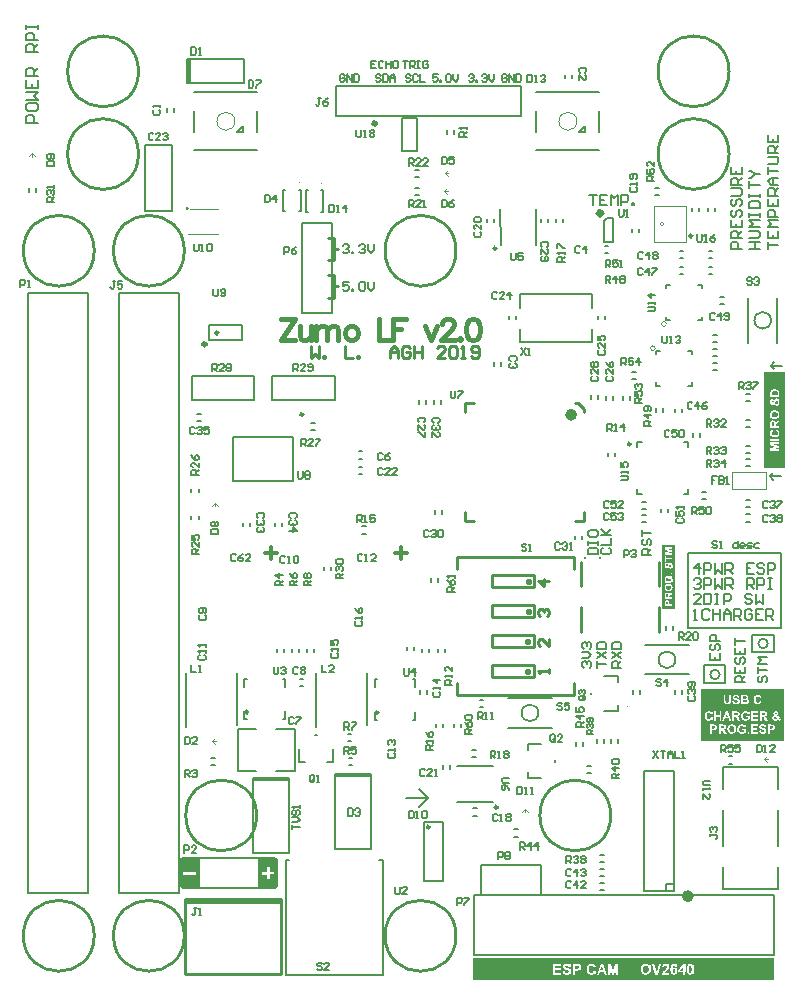
<source format=gto>
G04*
G04 #@! TF.GenerationSoftware,Altium Limited,Altium Designer,19.0.10 (269)*
G04*
G04 Layer_Color=65535*
%FSLAX25Y25*%
%MOIN*%
G70*
G01*
G75*
%ADD10C,0.02000*%
%ADD11C,0.01000*%
%ADD12C,0.01575*%
%ADD13C,0.00394*%
%ADD14C,0.00984*%
%ADD15C,0.00787*%
%ADD16C,0.00000*%
%ADD17C,0.00600*%
%ADD18C,0.01200*%
%ADD19C,0.00800*%
%ADD20C,0.00500*%
%ADD21C,0.01772*%
%ADD22C,0.00709*%
%ADD23R,0.12000X0.01400*%
%ADD24R,0.02559X0.03316*%
%ADD25R,0.01181X0.02559*%
%ADD26R,0.02559X0.03062*%
%ADD27R,0.01732X0.02559*%
%ADD28R,0.02389X0.04576*%
%ADD29R,0.02913X0.04398*%
%ADD30R,0.02251X0.04637*%
%ADD31R,0.02913X0.04637*%
%ADD32R,0.06221X0.04668*%
%ADD33R,0.06221X0.04269*%
%ADD34R,0.01150X0.02559*%
%ADD35R,0.01102X0.02559*%
G36*
X277056Y40500D02*
X177000D01*
Y47741D01*
X277056D01*
Y40500D01*
D02*
G37*
G36*
X244179Y164335D02*
X239948D01*
Y185646D01*
X244179D01*
Y164335D01*
D02*
G37*
G36*
X280691Y130500D02*
Y126156D01*
Y120262D01*
X252784D01*
Y126156D01*
Y130500D01*
Y137555D01*
X280691D01*
Y130500D01*
D02*
G37*
G36*
X281000Y211185D02*
X273945D01*
Y243075D01*
X281000D01*
Y211185D01*
D02*
G37*
%LPC*%
G36*
X245023Y45906D02*
Y43488D01*
X245018Y43585D01*
X245008Y43672D01*
X244993Y43759D01*
X244977Y43835D01*
X244952Y43912D01*
X244926Y43978D01*
X244901Y44044D01*
X244870Y44100D01*
X244840Y44151D01*
X244814Y44197D01*
X244789Y44233D01*
X244763Y44269D01*
X244748Y44294D01*
X244733Y44309D01*
X244722Y44320D01*
X244717Y44325D01*
X244661Y44381D01*
X244600Y44432D01*
X244539Y44478D01*
X244478Y44513D01*
X244416Y44544D01*
X244355Y44570D01*
X244243Y44610D01*
X244192Y44626D01*
X244141Y44636D01*
X244100Y44641D01*
X244064Y44646D01*
X244034Y44651D01*
X243993D01*
X243922Y44646D01*
X243855Y44636D01*
X243794Y44626D01*
X243733Y44605D01*
X243626Y44554D01*
X243534Y44503D01*
X243463Y44447D01*
X243432Y44422D01*
X243407Y44396D01*
X243386Y44376D01*
X243371Y44366D01*
X243366Y44355D01*
X243361Y44350D01*
X243371Y44457D01*
X243381Y44559D01*
X243391Y44651D01*
X243407Y44733D01*
X243422Y44804D01*
X243437Y44870D01*
X243453Y44927D01*
X243473Y44978D01*
X243488Y45023D01*
X243498Y45059D01*
X243514Y45090D01*
X243524Y45110D01*
X243534Y45131D01*
X243544Y45141D01*
X243549Y45151D01*
X243605Y45217D01*
X243667Y45263D01*
X243728Y45299D01*
X243784Y45319D01*
X243835Y45335D01*
X243876Y45340D01*
X243901Y45345D01*
X243912D01*
X243968Y45340D01*
X244024Y45329D01*
X244070Y45314D01*
X244105Y45299D01*
X244136Y45278D01*
X244156Y45263D01*
X244172Y45253D01*
X244177Y45248D01*
X244212Y45207D01*
X244238Y45161D01*
X244263Y45110D01*
X244279Y45064D01*
X244289Y45018D01*
X244299Y44983D01*
X244304Y44962D01*
Y44952D01*
X244957Y45023D01*
X244921Y45176D01*
X244870Y45304D01*
X244814Y45416D01*
X244758Y45513D01*
X244702Y45584D01*
X244682Y45610D01*
X244656Y45635D01*
X244641Y45651D01*
X244625Y45666D01*
X244620Y45676D01*
X244615D01*
X244564Y45717D01*
X244513Y45753D01*
X244401Y45809D01*
X244289Y45850D01*
X244187Y45875D01*
X244095Y45895D01*
X244054Y45901D01*
X244019D01*
X243993Y45906D01*
X243952D01*
X243845Y45901D01*
X243748Y45885D01*
X243651Y45865D01*
X243565Y45839D01*
X243483Y45804D01*
X243402Y45768D01*
X243335Y45727D01*
X243269Y45691D01*
X243213Y45651D01*
X243162Y45610D01*
X243121Y45574D01*
X243085Y45538D01*
X243055Y45513D01*
X243034Y45493D01*
X243024Y45477D01*
X243019Y45472D01*
X242958Y45386D01*
X242902Y45289D01*
X242856Y45182D01*
X242815Y45074D01*
X242779Y44957D01*
X242749Y44840D01*
X242723Y44723D01*
X242708Y44610D01*
X242693Y44503D01*
X242682Y44401D01*
X242672Y44309D01*
X242667Y44228D01*
X242662Y44161D01*
Y44182D01*
Y44070D01*
X242667Y43896D01*
X242677Y43738D01*
X242693Y43590D01*
X242718Y43458D01*
X242744Y43330D01*
X242769Y43218D01*
X242800Y43121D01*
X242835Y43029D01*
X242866Y42953D01*
X242897Y42886D01*
X242922Y42830D01*
X242953Y42785D01*
X242973Y42749D01*
X242988Y42723D01*
X242999Y42708D01*
X243004Y42703D01*
X243070Y42632D01*
X243141Y42565D01*
X243213Y42509D01*
X243289Y42463D01*
X243361Y42422D01*
X243437Y42392D01*
X243509Y42361D01*
X243575Y42341D01*
X243641Y42325D01*
X243697Y42310D01*
X243753Y42305D01*
X243799Y42295D01*
X243835D01*
X243861Y42290D01*
X245023D01*
Y45906D01*
D02*
G37*
G36*
X242203D02*
Y44916D01*
X242198Y44993D01*
X242188Y45069D01*
X242178Y45141D01*
X242157Y45207D01*
X242106Y45324D01*
X242055Y45426D01*
X242024Y45472D01*
X241999Y45508D01*
X241973Y45544D01*
X241948Y45569D01*
X241928Y45590D01*
X241917Y45610D01*
X241907Y45615D01*
X241902Y45620D01*
X241846Y45671D01*
X241780Y45717D01*
X241719Y45753D01*
X241647Y45783D01*
X241514Y45834D01*
X241382Y45870D01*
X241321Y45880D01*
X241265Y45890D01*
X241214Y45895D01*
X241168Y45901D01*
X241132Y45906D01*
X239831D01*
X241081D01*
X240994Y45901D01*
X240913Y45895D01*
X240755Y45870D01*
X240622Y45829D01*
X240561Y45809D01*
X240505Y45783D01*
X240454Y45763D01*
X240413Y45737D01*
X240372Y45717D01*
X240341Y45702D01*
X240316Y45681D01*
X240301Y45671D01*
X240290Y45666D01*
X240285Y45661D01*
X240229Y45610D01*
X240178Y45559D01*
X240132Y45498D01*
X240092Y45431D01*
X240030Y45299D01*
X239979Y45171D01*
X239964Y45105D01*
X239949Y45049D01*
X239933Y44998D01*
X239928Y44952D01*
X239918Y44911D01*
Y44886D01*
X239913Y44865D01*
Y44860D01*
X240586Y44794D01*
X240597Y44896D01*
X240617Y44983D01*
X240637Y45059D01*
X240663Y45115D01*
X240683Y45161D01*
X240704Y45192D01*
X240719Y45212D01*
X240724Y45217D01*
X240775Y45258D01*
X240831Y45289D01*
X240887Y45314D01*
X240943Y45329D01*
X240989Y45340D01*
X241030Y45345D01*
X241066D01*
X241142Y45340D01*
X241209Y45324D01*
X241265Y45304D01*
X241316Y45283D01*
X241351Y45263D01*
X241382Y45243D01*
X241397Y45227D01*
X241402Y45222D01*
X241443Y45171D01*
X241474Y45115D01*
X241494Y45059D01*
X241509Y45003D01*
X241520Y44952D01*
X241525Y44906D01*
Y44881D01*
Y44875D01*
Y44870D01*
X241520Y44794D01*
X241504Y44723D01*
X241479Y44651D01*
X241453Y44590D01*
X241428Y44534D01*
X241402Y44493D01*
X241387Y44467D01*
X241382Y44457D01*
X241361Y44427D01*
X241331Y44391D01*
X241290Y44345D01*
X241249Y44304D01*
X241158Y44207D01*
X241066Y44111D01*
X240974Y44019D01*
X240933Y43978D01*
X240892Y43947D01*
X240862Y43917D01*
X240841Y43896D01*
X240826Y43881D01*
X240821Y43876D01*
X240719Y43779D01*
X240627Y43687D01*
X240540Y43600D01*
X240464Y43524D01*
X240392Y43448D01*
X240331Y43376D01*
X240275Y43315D01*
X240229Y43254D01*
X240189Y43203D01*
X240153Y43157D01*
X240122Y43121D01*
X240102Y43085D01*
X240081Y43065D01*
X240071Y43045D01*
X240061Y43034D01*
Y43029D01*
X239995Y42912D01*
X239944Y42790D01*
X239903Y42677D01*
X239872Y42575D01*
X239852Y42484D01*
X239847Y42448D01*
X239842Y42417D01*
X239837Y42392D01*
X239831Y42371D01*
Y42356D01*
X242203D01*
Y45906D01*
D02*
G37*
G36*
X209589Y45952D02*
Y43381D01*
X209583Y43504D01*
X209568Y43611D01*
X209543Y43708D01*
X209517Y43789D01*
X209492Y43856D01*
X209466Y43901D01*
X209451Y43932D01*
X209446Y43942D01*
X209390Y44024D01*
X209323Y44095D01*
X209257Y44156D01*
X209196Y44207D01*
X209140Y44248D01*
X209094Y44279D01*
X209063Y44299D01*
X209058Y44304D01*
X209053D01*
X209002Y44330D01*
X208951Y44355D01*
X208829Y44401D01*
X208701Y44442D01*
X208579Y44483D01*
X208523Y44498D01*
X208467Y44513D01*
X208416Y44529D01*
X208375Y44539D01*
X208339Y44549D01*
X208313Y44554D01*
X208293Y44559D01*
X208288D01*
X208196Y44585D01*
X208115Y44605D01*
X208038Y44626D01*
X207967Y44646D01*
X207911Y44666D01*
X207855Y44687D01*
X207809Y44707D01*
X207768Y44723D01*
X207732Y44738D01*
X207707Y44753D01*
X207681Y44763D01*
X207666Y44774D01*
X207640Y44789D01*
X207635Y44794D01*
X207599Y44830D01*
X207574Y44865D01*
X207559Y44901D01*
X207548Y44937D01*
X207538Y44962D01*
X207533Y44988D01*
Y45003D01*
Y45008D01*
X207538Y45059D01*
X207548Y45100D01*
X207569Y45141D01*
X207589Y45171D01*
X207610Y45197D01*
X207630Y45212D01*
X207640Y45222D01*
X207645Y45227D01*
X207717Y45273D01*
X207793Y45304D01*
X207875Y45329D01*
X207951Y45345D01*
X208018Y45355D01*
X208074Y45360D01*
X208125D01*
X208232Y45355D01*
X208324Y45340D01*
X208400Y45319D01*
X208461Y45299D01*
X208512Y45278D01*
X208548Y45258D01*
X208569Y45243D01*
X208574Y45238D01*
X208625Y45187D01*
X208670Y45125D01*
X208706Y45064D01*
X208732Y44998D01*
X208752Y44942D01*
X208762Y44896D01*
X208772Y44860D01*
Y44855D01*
Y44850D01*
X209487Y44875D01*
X209481Y44967D01*
X209466Y45049D01*
X209446Y45131D01*
X209420Y45202D01*
X209395Y45273D01*
X209364Y45340D01*
X209333Y45396D01*
X209303Y45452D01*
X209267Y45498D01*
X209237Y45538D01*
X209206Y45574D01*
X209180Y45605D01*
X209160Y45625D01*
X209145Y45641D01*
X209135Y45651D01*
X209130Y45656D01*
X209063Y45707D01*
X208992Y45753D01*
X208915Y45794D01*
X208834Y45829D01*
X208752Y45855D01*
X208670Y45880D01*
X208507Y45916D01*
X208431Y45926D01*
X208365Y45936D01*
X208298Y45941D01*
X208242Y45946D01*
X208196Y45952D01*
X208135D01*
X207987Y45946D01*
X207855Y45931D01*
X207737Y45911D01*
X207635Y45890D01*
X207589Y45875D01*
X207548Y45865D01*
X207518Y45855D01*
X207487Y45845D01*
X207467Y45834D01*
X207452Y45829D01*
X207441Y45824D01*
X207436D01*
X207334Y45773D01*
X207248Y45717D01*
X207171Y45656D01*
X207110Y45600D01*
X207059Y45549D01*
X207028Y45508D01*
X207003Y45477D01*
X206998Y45472D01*
Y45467D01*
X206947Y45380D01*
X206911Y45289D01*
X206886Y45202D01*
X206870Y45125D01*
X206860Y45059D01*
X206850Y45008D01*
Y44988D01*
Y44972D01*
Y44967D01*
Y44962D01*
X206855Y44886D01*
X206865Y44809D01*
X206880Y44743D01*
X206901Y44677D01*
X206952Y44554D01*
X207013Y44447D01*
X207038Y44401D01*
X207069Y44366D01*
X207095Y44330D01*
X207120Y44299D01*
X207140Y44279D01*
X207156Y44263D01*
X207166Y44253D01*
X207171Y44248D01*
X207217Y44212D01*
X207273Y44177D01*
X207329Y44141D01*
X207396Y44111D01*
X207523Y44049D01*
X207656Y43998D01*
X207722Y43978D01*
X207778Y43957D01*
X207834Y43942D01*
X207880Y43927D01*
X207916Y43917D01*
X207946Y43907D01*
X207967Y43901D01*
X207972D01*
X208053Y43881D01*
X208125Y43861D01*
X208191Y43845D01*
X208252Y43830D01*
X208303Y43815D01*
X208349Y43804D01*
X208390Y43789D01*
X208426Y43779D01*
X208456Y43774D01*
X208482Y43764D01*
X208518Y43753D01*
X208538Y43743D01*
X208543D01*
X208609Y43718D01*
X208660Y43692D01*
X208706Y43667D01*
X208742Y43641D01*
X208767Y43621D01*
X208783Y43606D01*
X208793Y43595D01*
X208798Y43590D01*
X208823Y43555D01*
X208844Y43519D01*
X208854Y43483D01*
X208864Y43453D01*
X208869Y43422D01*
X208875Y43396D01*
Y43381D01*
Y43376D01*
X208869Y43305D01*
X208849Y43244D01*
X208818Y43182D01*
X208788Y43131D01*
X208752Y43091D01*
X208727Y43060D01*
X208706Y43040D01*
X208696Y43034D01*
X208625Y42988D01*
X208543Y42953D01*
X208456Y42927D01*
X208375Y42912D01*
X208298Y42902D01*
X208237Y42892D01*
X208181D01*
X208064Y42897D01*
X207962Y42917D01*
X207875Y42943D01*
X207798Y42973D01*
X207737Y43004D01*
X207696Y43029D01*
X207671Y43050D01*
X207661Y43055D01*
X207594Y43126D01*
X207543Y43203D01*
X207498Y43289D01*
X207467Y43376D01*
X207441Y43453D01*
X207421Y43514D01*
X207416Y43534D01*
Y43555D01*
X207411Y43565D01*
Y43570D01*
X206717Y43504D01*
X206733Y43396D01*
X206753Y43295D01*
X206784Y43198D01*
X206809Y43111D01*
X206845Y43029D01*
X206880Y42953D01*
X206916Y42886D01*
X206952Y42825D01*
X206988Y42774D01*
X207023Y42728D01*
X207054Y42688D01*
X207084Y42652D01*
X207105Y42626D01*
X207125Y42611D01*
X207135Y42601D01*
X207140Y42596D01*
X207212Y42540D01*
X207288Y42494D01*
X207370Y42453D01*
X207457Y42417D01*
X207538Y42392D01*
X207625Y42366D01*
X207793Y42331D01*
X207870Y42315D01*
X207941Y42305D01*
X208002Y42300D01*
X208059Y42295D01*
X208104Y42290D01*
X206717D01*
X208171D01*
X208334Y42295D01*
X208482Y42310D01*
X208614Y42331D01*
X208670Y42341D01*
X208727Y42356D01*
X208772Y42366D01*
X208813Y42377D01*
X208849Y42387D01*
X208880Y42397D01*
X208905Y42407D01*
X208920Y42412D01*
X208931Y42417D01*
X208936D01*
X209048Y42473D01*
X209140Y42535D01*
X209226Y42596D01*
X209293Y42662D01*
X209344Y42718D01*
X209384Y42769D01*
X209405Y42800D01*
X209415Y42805D01*
Y42810D01*
X209471Y42912D01*
X209517Y43009D01*
X209548Y43106D01*
X209568Y43198D01*
X209578Y43269D01*
X209583Y43305D01*
X209589Y43330D01*
Y42290D01*
X209589D01*
X209589D01*
Y45952D01*
D02*
G37*
G36*
X216438D02*
X214729D01*
X216377D01*
X216244Y45946D01*
X216111Y45931D01*
X215994Y45906D01*
X215877Y45875D01*
X215775Y45839D01*
X215673Y45799D01*
X215586Y45753D01*
X215505Y45707D01*
X215428Y45661D01*
X215367Y45615D01*
X215311Y45574D01*
X215265Y45538D01*
X215229Y45508D01*
X215204Y45482D01*
X215188Y45467D01*
X215183Y45462D01*
X215102Y45365D01*
X215035Y45263D01*
X214974Y45156D01*
X214923Y45044D01*
X214877Y44927D01*
X214842Y44814D01*
X214811Y44702D01*
X214785Y44595D01*
X214765Y44488D01*
X214755Y44396D01*
X214745Y44309D01*
X214734Y44238D01*
Y44177D01*
X214729Y44131D01*
D01*
Y44090D01*
X214734Y43937D01*
X214750Y43794D01*
X214770Y43657D01*
X214801Y43534D01*
X214831Y43417D01*
X214872Y43305D01*
X214913Y43208D01*
X214954Y43121D01*
X214995Y43040D01*
X215035Y42968D01*
X215076Y42912D01*
X215107Y42861D01*
X215137Y42825D01*
X215158Y42795D01*
X215173Y42779D01*
X215178Y42774D01*
X215265Y42688D01*
X215357Y42616D01*
X215454Y42550D01*
X215550Y42499D01*
X215647Y42453D01*
X215744Y42412D01*
X215836Y42382D01*
X215923Y42356D01*
X216009Y42336D01*
X216086Y42320D01*
X216157Y42310D01*
X216213Y42305D01*
X216264Y42300D01*
X216300Y42295D01*
X216331D01*
X216438Y42300D01*
X216535Y42305D01*
X216632Y42320D01*
X216718Y42341D01*
X216800Y42361D01*
X216876Y42382D01*
X216948Y42407D01*
X217014Y42438D01*
X217070Y42463D01*
X217121Y42489D01*
X217167Y42509D01*
X217203Y42529D01*
X217233Y42550D01*
X217254Y42565D01*
X217264Y42570D01*
X217269Y42575D01*
X217335Y42632D01*
X217397Y42693D01*
X217509Y42830D01*
X217601Y42973D01*
X217672Y43111D01*
X217703Y43177D01*
X217728Y43238D01*
X217748Y43295D01*
X217769Y43340D01*
X217784Y43381D01*
X217794Y43412D01*
X217799Y43432D01*
Y42489D01*
Y43432D01*
Y43437D01*
X217106Y43652D01*
X217065Y43514D01*
X217019Y43396D01*
X216973Y43300D01*
X216922Y43218D01*
X216881Y43157D01*
X216846Y43116D01*
X216820Y43091D01*
X216810Y43080D01*
X216728Y43019D01*
X216647Y42978D01*
X216565Y42948D01*
X216494Y42922D01*
X216428Y42912D01*
X216371Y42907D01*
X216351Y42902D01*
X216326D01*
X216254Y42907D01*
X216188Y42912D01*
X216066Y42948D01*
X215958Y42988D01*
X215872Y43045D01*
X215800Y43096D01*
X215749Y43136D01*
X215729Y43157D01*
X215714Y43172D01*
X215708Y43177D01*
X215703Y43182D01*
X215663Y43238D01*
X215627Y43305D01*
X215591Y43376D01*
X215566Y43453D01*
X215525Y43611D01*
X215494Y43769D01*
X215484Y43845D01*
X215479Y43912D01*
X215469Y43978D01*
Y44034D01*
X215464Y44075D01*
Y44111D01*
Y44136D01*
Y44141D01*
X215469Y44258D01*
X215474Y44366D01*
X215484Y44462D01*
X215499Y44554D01*
X215520Y44636D01*
X215540Y44712D01*
X215561Y44779D01*
X215586Y44840D01*
X215606Y44891D01*
X215627Y44937D01*
X215647Y44972D01*
X215668Y45003D01*
X215683Y45028D01*
X215693Y45044D01*
X215703Y45054D01*
Y45059D01*
X215749Y45110D01*
X215800Y45156D01*
X215851Y45192D01*
X215907Y45222D01*
X216015Y45273D01*
X216116Y45309D01*
X216203Y45329D01*
X216244Y45335D01*
X216275Y45340D01*
X216305Y45345D01*
X216341D01*
X216443Y45340D01*
X216535Y45319D01*
X216616Y45294D01*
X216688Y45263D01*
X216744Y45232D01*
X216785Y45207D01*
X216810Y45187D01*
X216820Y45182D01*
X216887Y45120D01*
X216948Y45049D01*
X216994Y44978D01*
X217029Y44906D01*
X217055Y44845D01*
X217070Y44799D01*
X217080Y44779D01*
Y44763D01*
X217086Y44758D01*
Y44753D01*
X217789Y44921D01*
X217738Y45069D01*
X217682Y45197D01*
X217621Y45309D01*
X217565Y45401D01*
X217509Y45472D01*
X217488Y45503D01*
X217468Y45528D01*
X217453Y45544D01*
X217437Y45559D01*
X217432Y45569D01*
X217427D01*
X217351Y45635D01*
X217264Y45697D01*
X217182Y45748D01*
X217096Y45788D01*
X217004Y45829D01*
X216917Y45860D01*
X216830Y45885D01*
X216749Y45906D01*
X216672Y45921D01*
X216601Y45931D01*
X216540Y45941D01*
X216484Y45946D01*
X216438Y45952D01*
D02*
G37*
G36*
X236221D02*
X234754D01*
X236221D01*
Y44116D01*
X236216Y44274D01*
X236200Y44422D01*
X236180Y44559D01*
X236149Y44692D01*
X236114Y44809D01*
X236073Y44921D01*
X236032Y45023D01*
X235986Y45110D01*
X235940Y45192D01*
X235899Y45263D01*
X235859Y45324D01*
X235823Y45375D01*
X235797Y45411D01*
X235772Y45442D01*
X235757Y45457D01*
X235752Y45462D01*
X235660Y45549D01*
X235563Y45625D01*
X235461Y45691D01*
X235359Y45748D01*
X235252Y45794D01*
X235150Y45834D01*
X235048Y45865D01*
X234951Y45890D01*
X234859Y45911D01*
X234772Y45926D01*
X234696Y45936D01*
X234630Y45946D01*
X234578D01*
X234538Y45952D01*
X232799D01*
X234502D01*
X234349Y45946D01*
X234201Y45931D01*
X234074Y45906D01*
X233961Y45880D01*
X233915Y45865D01*
X233870Y45855D01*
X233834Y45845D01*
X233803Y45829D01*
X233778Y45824D01*
X233757Y45814D01*
X233747Y45809D01*
X233742D01*
X233650Y45768D01*
X233564Y45717D01*
X233487Y45661D01*
X233421Y45610D01*
X233365Y45564D01*
X233319Y45523D01*
X233293Y45498D01*
X233288Y45493D01*
X233283Y45487D01*
X233212Y45406D01*
X233145Y45319D01*
X233089Y45243D01*
X233043Y45166D01*
X233008Y45100D01*
X232977Y45049D01*
X232972Y45028D01*
X232962Y45013D01*
X232957Y45008D01*
Y45003D01*
X232906Y44860D01*
X232865Y44707D01*
X232839Y44554D01*
X232819Y44411D01*
X232814Y44345D01*
X232809Y44284D01*
X232804Y44233D01*
Y44187D01*
X232799Y44146D01*
Y44095D01*
X232804Y43942D01*
X232819Y43794D01*
X232839Y43657D01*
X232870Y43529D01*
X232906Y43412D01*
X232946Y43305D01*
X232987Y43203D01*
X233033Y43116D01*
X233074Y43034D01*
X233115Y42968D01*
X233156Y42907D01*
X233191Y42856D01*
X233222Y42820D01*
X233242Y42790D01*
X233258Y42774D01*
X233263Y42769D01*
X233354Y42682D01*
X233451Y42611D01*
X233548Y42545D01*
X233655Y42494D01*
X233757Y42448D01*
X233864Y42407D01*
X233961Y42377D01*
X234063Y42351D01*
X234155Y42331D01*
X234242Y42315D01*
X234318Y42305D01*
X234385Y42300D01*
X234436Y42295D01*
X234476Y42290D01*
X234512D01*
X234655Y42295D01*
X234788Y42310D01*
X234915Y42336D01*
X235032Y42366D01*
X235145Y42402D01*
X235247Y42443D01*
X235338Y42484D01*
X235425Y42529D01*
X235496Y42575D01*
X235563Y42616D01*
X235619Y42657D01*
X235665Y42693D01*
X235706Y42723D01*
X235731Y42749D01*
X235746Y42764D01*
X235752Y42769D01*
X235833Y42866D01*
X235905Y42968D01*
X235971Y43075D01*
X236022Y43182D01*
X236068Y43295D01*
X236108Y43407D01*
X236139Y43519D01*
X236165Y43626D01*
X236180Y43723D01*
X236195Y43820D01*
X236205Y43901D01*
X236216Y43973D01*
Y44034D01*
X236221Y44080D01*
Y45952D01*
D02*
G37*
G36*
X250440Y45906D02*
Y44095D01*
X250434Y44279D01*
X250424Y44447D01*
X250409Y44600D01*
X250383Y44743D01*
X250358Y44875D01*
X250332Y44993D01*
X250297Y45100D01*
X250266Y45192D01*
X250236Y45278D01*
X250205Y45345D01*
X250174Y45406D01*
X250149Y45457D01*
X250123Y45493D01*
X250108Y45518D01*
X250098Y45533D01*
X250093Y45538D01*
X250037Y45605D01*
X249975Y45661D01*
X249909Y45707D01*
X249843Y45753D01*
X249777Y45788D01*
X249710Y45814D01*
X249649Y45839D01*
X249583Y45860D01*
X249521Y45875D01*
X249470Y45885D01*
X249419Y45895D01*
X249379Y45901D01*
X249343Y45906D01*
X250440D01*
X248150D01*
D01*
X249292D01*
X249200Y45901D01*
X249113Y45890D01*
X249027Y45870D01*
X248950Y45850D01*
X248879Y45819D01*
X248813Y45788D01*
X248757Y45758D01*
X248700Y45722D01*
X248655Y45686D01*
X248609Y45656D01*
X248573Y45625D01*
X248547Y45595D01*
X248522Y45574D01*
X248507Y45554D01*
X248496Y45544D01*
X248491Y45538D01*
X248430Y45452D01*
X248379Y45350D01*
X248333Y45243D01*
X248292Y45131D01*
X248262Y45013D01*
X248231Y44891D01*
X248211Y44774D01*
X248190Y44656D01*
X248180Y44544D01*
X248170Y44442D01*
X248160Y44345D01*
X248155Y44263D01*
X248150Y44197D01*
D01*
Y44100D01*
X248155Y43917D01*
X248165Y43748D01*
X248180Y43590D01*
X248201Y43448D01*
X248221Y43320D01*
X248247Y43203D01*
X248277Y43101D01*
X248308Y43009D01*
X248333Y42932D01*
X248364Y42861D01*
X248389Y42805D01*
X248415Y42759D01*
X248430Y42728D01*
X248445Y42703D01*
X248456Y42688D01*
X248461Y42682D01*
X248522Y42611D01*
X248588Y42555D01*
X248655Y42499D01*
X248726Y42458D01*
X248792Y42417D01*
X248864Y42387D01*
X248930Y42361D01*
X248996Y42341D01*
X249057Y42320D01*
X249113Y42310D01*
X249165Y42300D01*
X249205Y42295D01*
X249241D01*
X249272Y42290D01*
X249292D01*
X249384Y42295D01*
X249470Y42305D01*
X249557Y42325D01*
X249634Y42346D01*
X249705Y42371D01*
X249771Y42402D01*
X249828Y42438D01*
X249884Y42473D01*
X249929Y42504D01*
X249975Y42540D01*
X250011Y42570D01*
X250042Y42596D01*
X250062Y42616D01*
X250077Y42637D01*
X250088Y42647D01*
X250093Y42652D01*
X250154Y42739D01*
X250205Y42841D01*
X250256Y42948D01*
X250292Y43065D01*
X250327Y43182D01*
X250353Y43300D01*
X250378Y43422D01*
X250399Y43539D01*
X250409Y43652D01*
X250419Y43753D01*
X250429Y43850D01*
X250434Y43932D01*
X250440Y43998D01*
Y42290D01*
X250440D01*
X250440D01*
Y45906D01*
D02*
G37*
G36*
X247828Y45901D02*
D01*
Y43657D01*
X247390D01*
Y45901D01*
X245288D01*
X246818D01*
X245288Y43652D01*
Y43065D01*
X246737D01*
Y42356D01*
X247390D01*
Y43065D01*
X247828D01*
Y45901D01*
D02*
G37*
G36*
X212898Y45885D02*
X210195D01*
Y42356D01*
X210909D01*
Y43687D01*
X211542D01*
X211618Y43692D01*
X211690D01*
X211756Y43697D01*
X211817Y43703D01*
X211873Y43708D01*
X211919Y43713D01*
X211965D01*
X212001Y43718D01*
X212036Y43723D01*
X212062Y43728D01*
X212082D01*
X212098Y43733D01*
X212108D01*
X212179Y43753D01*
X212246Y43779D01*
X212307Y43804D01*
X212363Y43835D01*
X212409Y43861D01*
X212444Y43881D01*
X212465Y43896D01*
X212475Y43901D01*
X212541Y43952D01*
X212597Y44008D01*
X212654Y44070D01*
X212694Y44121D01*
X212730Y44172D01*
X212756Y44212D01*
X212771Y44238D01*
X212776Y44248D01*
X212817Y44335D01*
X212847Y44427D01*
X212868Y44524D01*
X212883Y44610D01*
X212893Y44682D01*
Y44717D01*
X212898Y44743D01*
Y42499D01*
Y44743D01*
Y44799D01*
X212888Y44947D01*
X212868Y45085D01*
X212832Y45197D01*
X212796Y45299D01*
X212776Y45340D01*
X212756Y45375D01*
X212740Y45406D01*
X212720Y45436D01*
X212710Y45457D01*
X212700Y45472D01*
X212689Y45477D01*
Y45482D01*
X212608Y45574D01*
X212526Y45651D01*
X212439Y45712D01*
X212363Y45758D01*
X212292Y45788D01*
X212235Y45814D01*
X212215Y45819D01*
X212200Y45824D01*
X212190Y45829D01*
X212184D01*
X212144Y45839D01*
X212093Y45850D01*
X212031Y45855D01*
X211970Y45860D01*
X211827Y45870D01*
X211685Y45880D01*
X211552D01*
X211496Y45885D01*
X212898D01*
D02*
G37*
G36*
X239709D02*
X236420D01*
X237684Y42356D01*
X236420D01*
X239709D01*
X238455D01*
X239709Y45885D01*
D01*
D02*
G37*
G36*
X225363D02*
X221966D01*
Y42356D01*
X222624D01*
Y45131D01*
X223318Y42356D01*
X224006D01*
X224700Y45131D01*
X224705Y42356D01*
X225363D01*
Y45885D01*
D02*
G37*
G36*
X220176D02*
X218055D01*
X219421D01*
X218055Y42356D01*
X218809D01*
X219100Y43157D01*
X220518D01*
X220824Y42356D01*
X220348D01*
X221594D01*
X220176Y45885D01*
D02*
G37*
G36*
X206299D02*
X203616Y45885D01*
Y42356D01*
X206299Y42356D01*
Y42953D01*
X204330Y42953D01*
Y43912D01*
X206100Y43912D01*
Y44508D01*
X204330Y44508D01*
Y45289D01*
X206233Y45289D01*
Y45885D01*
X206299D01*
D01*
D02*
G37*
G36*
X236221Y43896D02*
Y42290D01*
D01*
Y43896D01*
D02*
G37*
%LPD*%
G36*
X243957Y44146D02*
X244024Y44126D01*
X244080Y44100D01*
X244131Y44070D01*
X244172Y44039D01*
X244197Y44014D01*
X244217Y43993D01*
X244223Y43988D01*
X244268Y43922D01*
X244304Y43840D01*
X244325Y43753D01*
X244345Y43672D01*
X244355Y43595D01*
X244360Y43534D01*
Y43514D01*
Y43493D01*
Y43483D01*
Y43478D01*
X244355Y43361D01*
X244340Y43259D01*
X244320Y43177D01*
X244299Y43111D01*
X244274Y43060D01*
X244253Y43024D01*
X244238Y42999D01*
X244233Y42994D01*
X244182Y42948D01*
X244131Y42912D01*
X244075Y42886D01*
X244029Y42871D01*
X243983Y42861D01*
X243947Y42851D01*
X243917D01*
X243845Y42861D01*
X243779Y42881D01*
X243723Y42907D01*
X243672Y42943D01*
X243631Y42973D01*
X243595Y43004D01*
X243575Y43024D01*
X243570Y43029D01*
X243519Y43101D01*
X243483Y43182D01*
X243458Y43269D01*
X243442Y43351D01*
X243432Y43427D01*
X243422Y43483D01*
Y43509D01*
Y43524D01*
Y43534D01*
Y43539D01*
X243427Y43646D01*
X243442Y43738D01*
X243463Y43815D01*
X243488Y43881D01*
X243514Y43927D01*
X243534Y43963D01*
X243549Y43988D01*
X243554Y43993D01*
X243605Y44044D01*
X243662Y44085D01*
X243718Y44111D01*
X243769Y44131D01*
X243815Y44141D01*
X243855Y44151D01*
X243886D01*
X243957Y44146D01*
D02*
G37*
G36*
X245023Y42290D02*
X243886D01*
X243978Y42295D01*
X244064Y42305D01*
X244146Y42320D01*
X244223Y42341D01*
X244299Y42366D01*
X244365Y42392D01*
X244427Y42422D01*
X244483Y42453D01*
X244534Y42484D01*
X244574Y42514D01*
X244615Y42540D01*
X244646Y42565D01*
X244671Y42586D01*
X244687Y42601D01*
X244697Y42611D01*
X244702Y42616D01*
X244758Y42677D01*
X244809Y42749D01*
X244850Y42820D01*
X244886Y42892D01*
X244921Y42963D01*
X244947Y43034D01*
X244983Y43177D01*
X244998Y43238D01*
X245008Y43300D01*
X245013Y43351D01*
X245018Y43396D01*
X245023Y43437D01*
Y42290D01*
D02*
G37*
G36*
X242203Y42983D02*
X240857D01*
X240897Y43050D01*
X240943Y43106D01*
X240964Y43131D01*
X240979Y43152D01*
X240989Y43162D01*
X240994Y43167D01*
X241015Y43187D01*
X241035Y43213D01*
X241096Y43269D01*
X241163Y43335D01*
X241229Y43402D01*
X241295Y43463D01*
X241351Y43514D01*
X241372Y43534D01*
X241387Y43549D01*
X241397Y43555D01*
X241402Y43560D01*
X241514Y43667D01*
X241606Y43753D01*
X241683Y43835D01*
X241744Y43896D01*
X241790Y43947D01*
X241821Y43983D01*
X241841Y44008D01*
X241846Y44014D01*
X241912Y44100D01*
X241968Y44182D01*
X242014Y44258D01*
X242050Y44325D01*
X242081Y44381D01*
X242101Y44427D01*
X242111Y44452D01*
X242116Y44462D01*
X242147Y44544D01*
X242167Y44626D01*
X242183Y44702D01*
X242193Y44774D01*
X242198Y44830D01*
X242203Y44875D01*
Y42983D01*
D02*
G37*
G36*
X234594Y45340D02*
X234670Y45329D01*
X234742Y45319D01*
X234808Y45299D01*
X234925Y45248D01*
X234981Y45222D01*
X235027Y45197D01*
X235073Y45166D01*
X235109Y45141D01*
X235139Y45115D01*
X235170Y45090D01*
X235191Y45069D01*
X235206Y45059D01*
X235211Y45049D01*
X235216Y45044D01*
X235262Y44983D01*
X235308Y44916D01*
X235344Y44850D01*
X235374Y44774D01*
X235420Y44620D01*
X235451Y44473D01*
X235466Y44406D01*
X235471Y44340D01*
X235476Y44284D01*
X235481Y44233D01*
X235486Y44187D01*
Y44156D01*
Y44136D01*
Y44131D01*
X235481Y44019D01*
X235476Y43912D01*
X235461Y43815D01*
X235445Y43728D01*
X235425Y43641D01*
X235400Y43565D01*
X235374Y43499D01*
X235349Y43437D01*
X235323Y43381D01*
X235298Y43335D01*
X235277Y43295D01*
X235252Y43259D01*
X235236Y43233D01*
X235221Y43218D01*
X235216Y43208D01*
X235211Y43203D01*
X235160Y43147D01*
X235104Y43101D01*
X235043Y43060D01*
X234986Y43024D01*
X234925Y42999D01*
X234869Y42973D01*
X234757Y42937D01*
X234660Y42912D01*
X234619Y42907D01*
X234584Y42902D01*
X234553Y42897D01*
X234512D01*
X234436Y42902D01*
X234359Y42912D01*
X234288Y42927D01*
X234222Y42948D01*
X234099Y42994D01*
X234002Y43055D01*
X233956Y43080D01*
X233921Y43111D01*
X233885Y43136D01*
X233859Y43162D01*
X233839Y43177D01*
X233824Y43192D01*
X233814Y43203D01*
X233808Y43208D01*
X233763Y43269D01*
X233717Y43335D01*
X233681Y43407D01*
X233650Y43483D01*
X233599Y43631D01*
X233569Y43779D01*
X233559Y43850D01*
X233548Y43912D01*
X233543Y43973D01*
X233538Y44024D01*
X233533Y44065D01*
Y44095D01*
Y44116D01*
Y44121D01*
X233538Y44233D01*
X233543Y44335D01*
X233559Y44432D01*
X233574Y44524D01*
X233594Y44605D01*
X233615Y44682D01*
X233640Y44748D01*
X233666Y44809D01*
X233691Y44865D01*
X233717Y44911D01*
X233737Y44947D01*
X233757Y44983D01*
X233773Y45008D01*
X233788Y45023D01*
X233793Y45034D01*
X233798Y45039D01*
X233849Y45095D01*
X233905Y45141D01*
X233966Y45182D01*
X234023Y45217D01*
X234084Y45248D01*
X234145Y45268D01*
X234257Y45309D01*
X234359Y45329D01*
X234400Y45335D01*
X234441Y45340D01*
X234471Y45345D01*
X234512D01*
X234594Y45340D01*
D02*
G37*
G36*
X249338D02*
X249379Y45335D01*
X249414Y45319D01*
X249445Y45304D01*
X249470Y45289D01*
X249491Y45278D01*
X249501Y45268D01*
X249506Y45263D01*
X249537Y45227D01*
X249567Y45182D01*
X249593Y45131D01*
X249618Y45079D01*
X249634Y45028D01*
X249649Y44988D01*
X249654Y44962D01*
X249659Y44957D01*
Y44952D01*
X249669Y44906D01*
X249680Y44850D01*
X249690Y44784D01*
X249700Y44717D01*
X249710Y44580D01*
X249715Y44437D01*
X249720Y44371D01*
Y44304D01*
X249726Y44248D01*
Y44197D01*
Y44156D01*
Y44121D01*
Y44100D01*
Y44095D01*
Y43983D01*
X249720Y43876D01*
Y43779D01*
X249715Y43692D01*
X249710Y43611D01*
X249705Y43539D01*
X249695Y43473D01*
X249690Y43417D01*
X249685Y43366D01*
X249675Y43325D01*
X249669Y43289D01*
X249664Y43259D01*
X249659Y43238D01*
Y43218D01*
X249654Y43213D01*
Y43208D01*
X249634Y43136D01*
X249608Y43080D01*
X249583Y43029D01*
X249562Y42994D01*
X249542Y42963D01*
X249521Y42943D01*
X249511Y42932D01*
X249506Y42927D01*
X249470Y42902D01*
X249435Y42881D01*
X249399Y42871D01*
X249363Y42861D01*
X249338Y42856D01*
X249312Y42851D01*
X249292D01*
X249246Y42856D01*
X249205Y42861D01*
X249170Y42876D01*
X249139Y42892D01*
X249113Y42902D01*
X249093Y42917D01*
X249083Y42922D01*
X249078Y42927D01*
X249047Y42963D01*
X249017Y43009D01*
X248991Y43060D01*
X248966Y43111D01*
X248950Y43157D01*
X248935Y43198D01*
X248930Y43223D01*
X248925Y43233D01*
X248915Y43284D01*
X248904Y43340D01*
X248894Y43402D01*
X248889Y43468D01*
X248879Y43611D01*
X248874Y43753D01*
X248869Y43820D01*
Y43886D01*
X248864Y43942D01*
Y43993D01*
Y44034D01*
Y44070D01*
Y44090D01*
Y44095D01*
Y44207D01*
X248869Y44315D01*
Y44406D01*
X248874Y44498D01*
X248879Y44575D01*
X248884Y44651D01*
X248889Y44712D01*
X248899Y44774D01*
X248904Y44824D01*
X248909Y44865D01*
X248915Y44901D01*
X248920Y44932D01*
X248925Y44952D01*
Y44972D01*
X248930Y44978D01*
Y44983D01*
X248950Y45054D01*
X248976Y45115D01*
X248996Y45161D01*
X249022Y45202D01*
X249042Y45227D01*
X249057Y45248D01*
X249068Y45258D01*
X249073Y45263D01*
X249108Y45289D01*
X249149Y45309D01*
X249185Y45324D01*
X249221Y45335D01*
X249246Y45340D01*
X249272Y45345D01*
X249292D01*
X249338Y45340D01*
D02*
G37*
G36*
X246737Y43657D02*
X245916D01*
X246737Y44870D01*
Y43657D01*
D02*
G37*
G36*
X211491Y45283D02*
X211537D01*
X211583Y45278D01*
X211649D01*
X211700Y45273D01*
X211736Y45268D01*
X211756Y45263D01*
X211761D01*
X211822Y45248D01*
X211878Y45227D01*
X211929Y45202D01*
X211970Y45171D01*
X212001Y45146D01*
X212026Y45125D01*
X212042Y45110D01*
X212047Y45105D01*
X212087Y45054D01*
X212113Y45003D01*
X212133Y44947D01*
X212149Y44896D01*
X212159Y44850D01*
X212164Y44814D01*
Y44794D01*
Y44784D01*
X212159Y44728D01*
X212154Y44677D01*
X212139Y44631D01*
X212123Y44590D01*
X212108Y44554D01*
X212098Y44529D01*
X212087Y44513D01*
X212082Y44508D01*
X212052Y44467D01*
X212011Y44432D01*
X211975Y44401D01*
X211940Y44376D01*
X211909Y44360D01*
X211883Y44345D01*
X211863Y44340D01*
X211858Y44335D01*
X211827Y44325D01*
X211792Y44320D01*
X211710Y44304D01*
X211618Y44294D01*
X211526Y44289D01*
X211435D01*
X211399Y44284D01*
X210909D01*
Y45289D01*
X211440D01*
X211491Y45283D01*
D02*
G37*
G36*
X238087Y43274D02*
X237190Y45885D01*
X238949D01*
X238087Y43274D01*
D02*
G37*
G36*
X223664Y43473D02*
X223032Y45885D01*
X224292D01*
X223664Y43473D01*
D02*
G37*
G36*
X220288Y43753D02*
X219314D01*
X219794Y45064D01*
X220288Y43753D01*
D02*
G37*
%LPC*%
G36*
X243343Y184767D02*
X240783D01*
Y183990D01*
X242533Y183535D01*
X240783Y183077D01*
Y182303D01*
X243343D01*
Y183783D01*
X241331Y184286D01*
X243343Y184290D01*
Y184767D01*
D02*
G37*
G36*
Y181974D02*
X240783D01*
Y179943D01*
X241216D01*
Y180701D01*
X243343D01*
Y179943D01*
D01*
Y181974D01*
D02*
G37*
G36*
X243391Y179684D02*
X240735D01*
X242600D01*
X242511Y179680D01*
X242433Y179669D01*
X242363Y179650D01*
X242304Y179632D01*
X242256Y179613D01*
X242222Y179595D01*
X242200Y179584D01*
X242193Y179580D01*
X242133Y179539D01*
X242082Y179491D01*
X242037Y179443D01*
X242000Y179399D01*
X241971Y179358D01*
X241949Y179325D01*
X241934Y179303D01*
X241930Y179299D01*
Y179295D01*
X241912Y179258D01*
X241893Y179221D01*
X241860Y179132D01*
X241830Y179040D01*
X241800Y178951D01*
X241789Y178910D01*
X241778Y178870D01*
X241767Y178833D01*
X241760Y178803D01*
X241752Y178777D01*
X241749Y178759D01*
X241745Y178744D01*
Y178740D01*
X241726Y178674D01*
X241712Y178614D01*
X241697Y178559D01*
X241682Y178507D01*
X241667Y178466D01*
X241652Y178426D01*
X241638Y178392D01*
X241627Y178363D01*
X241616Y178337D01*
X241604Y178318D01*
X241597Y178300D01*
X241590Y178289D01*
X241579Y178270D01*
X241575Y178267D01*
X241549Y178241D01*
X241523Y178222D01*
X241497Y178211D01*
X241471Y178204D01*
X241453Y178196D01*
X241434Y178192D01*
X241423D01*
X241419D01*
X241382Y178196D01*
X241353Y178204D01*
X241323Y178218D01*
X241301Y178233D01*
X241283Y178248D01*
X241271Y178263D01*
X241264Y178270D01*
X241260Y178274D01*
X241227Y178326D01*
X241205Y178381D01*
X241186Y178440D01*
X241175Y178496D01*
X241168Y178544D01*
X241164Y178585D01*
Y178622D01*
X241168Y178699D01*
X241179Y178766D01*
X241194Y178822D01*
X241209Y178866D01*
X241223Y178903D01*
X241238Y178929D01*
X241249Y178944D01*
X241253Y178947D01*
X241290Y178984D01*
X241334Y179018D01*
X241379Y179043D01*
X241427Y179062D01*
X241467Y179077D01*
X241501Y179084D01*
X241527Y179092D01*
X241530D01*
X241534D01*
X241516Y179610D01*
X241449Y179606D01*
X241390Y179595D01*
X241331Y179580D01*
X241279Y179561D01*
X241227Y179543D01*
X241179Y179521D01*
X241138Y179499D01*
X241097Y179476D01*
X241064Y179451D01*
X241035Y179428D01*
X241009Y179406D01*
X240986Y179388D01*
X240972Y179373D01*
X240961Y179362D01*
X240953Y179354D01*
X240950Y179351D01*
X240913Y179303D01*
X240879Y179251D01*
X240850Y179195D01*
X240824Y179136D01*
X240805Y179077D01*
X240787Y179018D01*
X240761Y178899D01*
X240753Y178844D01*
X240746Y178796D01*
X240742Y178747D01*
X240739Y178707D01*
X240735Y178674D01*
Y178629D01*
X240739Y178522D01*
X240750Y178426D01*
X240764Y178340D01*
X240779Y178267D01*
X240790Y178233D01*
X240798Y178204D01*
X240805Y178181D01*
X240813Y178159D01*
X240820Y178144D01*
X240824Y178133D01*
X240827Y178126D01*
Y178122D01*
X240864Y178048D01*
X240905Y177985D01*
X240950Y177930D01*
X240990Y177885D01*
X241027Y177848D01*
X241057Y177826D01*
X241079Y177808D01*
X241083Y177804D01*
X241086D01*
X241149Y177767D01*
X241216Y177741D01*
X241279Y177723D01*
X241334Y177711D01*
X241382Y177704D01*
X241419Y177697D01*
X241434D01*
X241445D01*
X241449D01*
X241453D01*
X241508Y177700D01*
X241564Y177708D01*
X241612Y177719D01*
X241660Y177734D01*
X241749Y177771D01*
X241826Y177815D01*
X241860Y177834D01*
X241886Y177856D01*
X241912Y177874D01*
X241934Y177893D01*
X241949Y177908D01*
X241960Y177919D01*
X241967Y177926D01*
X241971Y177930D01*
X241997Y177963D01*
X242022Y178004D01*
X242048Y178044D01*
X242071Y178093D01*
X242115Y178185D01*
X242152Y178281D01*
X242167Y178329D01*
X242182Y178370D01*
X242193Y178411D01*
X242204Y178444D01*
X242211Y178470D01*
X242219Y178492D01*
X242222Y178507D01*
Y178511D01*
X242237Y178570D01*
X242252Y178622D01*
X242263Y178670D01*
X242274Y178714D01*
X242285Y178751D01*
X242293Y178785D01*
X242304Y178814D01*
X242311Y178840D01*
X242315Y178862D01*
X242322Y178881D01*
X242330Y178907D01*
X242337Y178921D01*
Y178925D01*
X242355Y178973D01*
X242374Y179010D01*
X242392Y179043D01*
X242411Y179069D01*
X242426Y179088D01*
X242437Y179099D01*
X242444Y179106D01*
X242448Y179110D01*
X242474Y179129D01*
X242500Y179143D01*
X242526Y179151D01*
X242548Y179158D01*
X242570Y179162D01*
X242589Y179166D01*
X242600D01*
X242603D01*
X242655Y179162D01*
X242700Y179147D01*
X242744Y179125D01*
X242781Y179103D01*
X242811Y179077D01*
X242833Y179058D01*
X242848Y179043D01*
X242851Y179036D01*
X242885Y178984D01*
X242911Y178925D01*
X242929Y178862D01*
X242940Y178803D01*
X242948Y178747D01*
X242955Y178703D01*
Y178662D01*
X242951Y178577D01*
X242936Y178503D01*
X242918Y178440D01*
X242896Y178385D01*
X242874Y178340D01*
X242855Y178311D01*
X242840Y178292D01*
X242836Y178285D01*
X242785Y178237D01*
X242729Y178200D01*
X242666Y178167D01*
X242603Y178144D01*
X242548Y178126D01*
X242503Y178111D01*
X242489Y178107D01*
X242474D01*
X242466Y178104D01*
X242463D01*
X242511Y177601D01*
D01*
X242589Y177612D01*
X242663Y177626D01*
X242733Y177649D01*
X242796Y177667D01*
X242855Y177693D01*
X242911Y177719D01*
X242959Y177745D01*
X243003Y177771D01*
X243040Y177797D01*
X243073Y177822D01*
X243103Y177845D01*
X243129Y177867D01*
X243147Y177882D01*
X243158Y177896D01*
X243166Y177904D01*
X243169Y177908D01*
X243210Y177959D01*
X243244Y178015D01*
X243273Y178074D01*
X243299Y178137D01*
X243318Y178196D01*
X243336Y178259D01*
X243362Y178381D01*
X243373Y178437D01*
X243380Y178489D01*
X243384Y178533D01*
X243388Y178574D01*
X243391Y178607D01*
Y177601D01*
D01*
Y179684D01*
D02*
G37*
G36*
X243343Y176232D02*
X242851D01*
Y175739D01*
X243343D01*
Y176232D01*
D02*
G37*
G36*
X243391Y175266D02*
X240735D01*
X241971D01*
Y174152D01*
X242404D01*
Y174744D01*
X242733D01*
X242766Y174700D01*
X242796Y174652D01*
X242822Y174603D01*
X242844Y174559D01*
X242862Y174522D01*
X242877Y174489D01*
X242885Y174470D01*
X242888Y174467D01*
Y174463D01*
X242911Y174404D01*
X242925Y174345D01*
X242936Y174289D01*
X242944Y174241D01*
X242948Y174197D01*
X242951Y174167D01*
Y174137D01*
X242948Y174078D01*
X242940Y174019D01*
X242929Y173967D01*
X242914Y173915D01*
X242877Y173823D01*
X242859Y173786D01*
X242836Y173749D01*
X242814Y173715D01*
X242796Y173686D01*
X242774Y173664D01*
X242759Y173642D01*
X242744Y173627D01*
X242733Y173616D01*
X242725Y173608D01*
X242722Y173605D01*
X242677Y173571D01*
X242626Y173538D01*
X242574Y173512D01*
X242518Y173490D01*
X242404Y173453D01*
X242293Y173431D01*
X242241Y173423D01*
X242189Y173416D01*
X242148Y173412D01*
X242108Y173408D01*
X242078Y173405D01*
X242052D01*
X242037D01*
X242034D01*
X241956Y173408D01*
X241886Y173412D01*
X241815Y173423D01*
X241752Y173434D01*
X241697Y173449D01*
X241645Y173468D01*
X241597Y173486D01*
X241553Y173505D01*
X241516Y173519D01*
X241482Y173538D01*
X241456Y173556D01*
X241434Y173571D01*
X241416Y173582D01*
X241405Y173593D01*
X241397Y173597D01*
X241393Y173601D01*
X241356Y173642D01*
X241319Y173682D01*
X241294Y173727D01*
X241268Y173771D01*
X241246Y173815D01*
X241227Y173860D01*
X241201Y173945D01*
X241194Y173986D01*
X241186Y174023D01*
X241183Y174056D01*
X241179Y174085D01*
X241175Y174108D01*
Y174141D01*
X241179Y174222D01*
X241194Y174293D01*
X241209Y174356D01*
X241231Y174411D01*
X241249Y174452D01*
X241268Y174485D01*
X241283Y174504D01*
X241286Y174511D01*
X241331Y174563D01*
X241379Y174607D01*
X241427Y174644D01*
X241475Y174670D01*
X241519Y174692D01*
X241553Y174707D01*
X241575Y174715D01*
X241579Y174718D01*
X241582D01*
X241486Y175233D01*
X241423Y175218D01*
X241360Y175196D01*
X241305Y175173D01*
X241253Y175144D01*
X241201Y175118D01*
X241157Y175088D01*
X241116Y175059D01*
X241079Y175029D01*
X241046Y174999D01*
X241016Y174973D01*
X240990Y174951D01*
X240972Y174929D01*
X240957Y174911D01*
X240942Y174896D01*
X240938Y174888D01*
X240935Y174885D01*
X240898Y174833D01*
X240868Y174777D01*
X240842Y174718D01*
X240820Y174655D01*
X240783Y174533D01*
X240761Y174415D01*
X240750Y174359D01*
X240746Y174308D01*
X240742Y174259D01*
X240739Y174219D01*
X240735Y174185D01*
Y172872D01*
Y174141D01*
X240739Y174008D01*
X240753Y173889D01*
X240764Y173838D01*
X240776Y173786D01*
X240787Y173738D01*
X240798Y173697D01*
X240813Y173660D01*
X240824Y173623D01*
X240835Y173597D01*
X240842Y173571D01*
X240853Y173553D01*
X240857Y173538D01*
X240864Y173530D01*
Y173527D01*
X240931Y173412D01*
X240972Y173364D01*
X241009Y173316D01*
X241049Y173272D01*
X241090Y173231D01*
X241131Y173194D01*
X241168Y173161D01*
X241205Y173135D01*
X241238Y173109D01*
X241268Y173087D01*
X241294Y173068D01*
X241316Y173057D01*
X241331Y173046D01*
X241342Y173042D01*
X241345Y173038D01*
X241405Y173009D01*
X241464Y172983D01*
X241586Y172942D01*
X241708Y172913D01*
X241815Y172894D01*
X241867Y172887D01*
X241912Y172879D01*
X241952Y172876D01*
X241989D01*
X242015Y172872D01*
X242056D01*
X242193Y172879D01*
X242319Y172894D01*
X242433Y172920D01*
X242489Y172931D01*
X242537Y172946D01*
X242581Y172961D01*
X242622Y172972D01*
X242655Y172987D01*
X242685Y172998D01*
X242707Y173005D01*
X242725Y173012D01*
X242737Y173020D01*
X242740D01*
X242851Y173083D01*
X242948Y173153D01*
X243033Y173227D01*
X243099Y173301D01*
X243129Y173334D01*
X243155Y173368D01*
X243177Y173394D01*
X243192Y173419D01*
X243207Y173438D01*
X243218Y173457D01*
X243221Y173464D01*
X243225Y173468D01*
X243255Y173527D01*
X243281Y173582D01*
X243321Y173704D01*
X243351Y173823D01*
X243369Y173930D01*
X243377Y173982D01*
X243384Y174026D01*
X243388Y174067D01*
Y174104D01*
X243391Y174130D01*
Y172961D01*
Y175266D01*
D02*
G37*
G36*
Y172557D02*
X240735D01*
X242067D01*
X241952Y172554D01*
X241845Y172543D01*
X241745Y172528D01*
X241649Y172506D01*
X241564Y172480D01*
X241482Y172450D01*
X241408Y172421D01*
X241345Y172387D01*
X241286Y172354D01*
X241234Y172324D01*
X241190Y172295D01*
X241153Y172269D01*
X241127Y172250D01*
X241105Y172232D01*
X241094Y172221D01*
X241090Y172217D01*
X241027Y172150D01*
X240972Y172080D01*
X240924Y172006D01*
X240883Y171932D01*
X240850Y171854D01*
X240820Y171780D01*
X240798Y171706D01*
X240779Y171636D01*
X240764Y171570D01*
X240753Y171507D01*
X240746Y171451D01*
X240739Y171403D01*
Y171366D01*
X240735Y171336D01*
Y171310D01*
X240739Y171200D01*
X240750Y171092D01*
X240768Y171000D01*
X240787Y170918D01*
X240798Y170885D01*
X240805Y170852D01*
X240813Y170826D01*
X240824Y170804D01*
X240827Y170785D01*
X240835Y170770D01*
X240839Y170763D01*
Y170759D01*
X240868Y170693D01*
X240905Y170630D01*
X240946Y170574D01*
X240983Y170526D01*
X241016Y170485D01*
X241046Y170452D01*
X241064Y170434D01*
X241068Y170430D01*
X241072Y170426D01*
X241131Y170374D01*
X241194Y170326D01*
X241249Y170286D01*
X241305Y170252D01*
X241353Y170226D01*
X241390Y170204D01*
X241405Y170201D01*
X241416Y170193D01*
X241419Y170189D01*
X241423D01*
X241527Y170152D01*
X241638Y170123D01*
X241749Y170104D01*
X241852Y170089D01*
X241900Y170086D01*
X241945Y170082D01*
X241982Y170078D01*
X242015D01*
X242045Y170075D01*
X242082D01*
X242193Y170078D01*
X242300Y170089D01*
X242400Y170104D01*
X242492Y170126D01*
X242578Y170152D01*
X242655Y170182D01*
X242729Y170212D01*
X242792Y170245D01*
X242851Y170274D01*
X242899Y170304D01*
X242944Y170334D01*
X242981Y170360D01*
X243007Y170382D01*
X243029Y170397D01*
X243040Y170408D01*
X243044Y170411D01*
X243107Y170478D01*
X243158Y170548D01*
X243207Y170619D01*
X243244Y170696D01*
X243277Y170770D01*
X243306Y170848D01*
X243329Y170918D01*
X243347Y170992D01*
X243362Y171059D01*
X243373Y171122D01*
X243380Y171177D01*
X243384Y171225D01*
X243388Y171262D01*
X243391Y171292D01*
Y170075D01*
D01*
Y172557D01*
D02*
G37*
G36*
X243343Y169901D02*
X240783D01*
X243343D01*
X242844Y169586D01*
X242792Y169553D01*
X242740Y169520D01*
X242696Y169490D01*
X242655Y169460D01*
X242618Y169435D01*
X242581Y169412D01*
X242526Y169368D01*
X242481Y169335D01*
X242452Y169313D01*
X242433Y169294D01*
X242429Y169290D01*
X242385Y169250D01*
X242344Y169202D01*
X242311Y169157D01*
X242278Y169113D01*
X242252Y169076D01*
X242233Y169046D01*
X242219Y169024D01*
X242215Y169020D01*
Y169017D01*
X242204Y169079D01*
X242189Y169135D01*
X242174Y169187D01*
X242156Y169238D01*
X242137Y169283D01*
X242119Y169324D01*
X242100Y169364D01*
X242078Y169398D01*
X242059Y169427D01*
X242041Y169453D01*
X242022Y169475D01*
X242008Y169490D01*
X241997Y169505D01*
X241986Y169516D01*
X241982Y169520D01*
X241978Y169523D01*
X241941Y169553D01*
X241904Y169579D01*
X241823Y169623D01*
X241745Y169653D01*
X241667Y169671D01*
X241601Y169686D01*
X241575Y169690D01*
X241549D01*
X241530Y169694D01*
X241512D01*
X241505D01*
X241501D01*
X241419Y169690D01*
X241342Y169675D01*
X241275Y169657D01*
X241216Y169638D01*
X241168Y169616D01*
X241131Y169597D01*
X241120Y169590D01*
X241109Y169583D01*
X241105Y169579D01*
X241101D01*
X241038Y169535D01*
X240986Y169486D01*
X240946Y169438D01*
X240909Y169390D01*
X240887Y169346D01*
X240868Y169313D01*
X240857Y169290D01*
X240853Y169287D01*
Y169283D01*
X240842Y169246D01*
X240831Y169205D01*
X240813Y169113D01*
X240802Y169013D01*
X240790Y168917D01*
Y168869D01*
X240787Y168828D01*
Y168787D01*
X240783Y168754D01*
Y167599D01*
X243343D01*
Y169901D01*
D02*
G37*
G36*
Y167174D02*
X240783D01*
D01*
X241571D01*
X241464Y167166D01*
X241364Y167152D01*
X241283Y167126D01*
X241209Y167100D01*
X241179Y167085D01*
X241153Y167070D01*
X241131Y167059D01*
X241109Y167044D01*
X241094Y167037D01*
X241083Y167030D01*
X241079Y167022D01*
X241075D01*
X241009Y166963D01*
X240953Y166904D01*
X240909Y166841D01*
X240876Y166785D01*
X240853Y166734D01*
X240835Y166693D01*
X240831Y166678D01*
X240827Y166667D01*
X240824Y166660D01*
Y166656D01*
X240816Y166626D01*
X240809Y166589D01*
X240805Y166545D01*
X240802Y166500D01*
X240794Y166397D01*
X240787Y166293D01*
Y166197D01*
X240783Y166156D01*
Y165213D01*
X243343D01*
Y167174D01*
D02*
G37*
%LPD*%
G36*
Y182781D02*
X241331D01*
X243343Y183284D01*
Y182781D01*
D02*
G37*
G36*
Y181219D02*
X241216D01*
Y181974D01*
X243343D01*
Y181219D01*
D02*
G37*
G36*
X243391Y178655D02*
X243388Y178773D01*
X243377Y178881D01*
X243362Y178977D01*
X243355Y179018D01*
X243343Y179058D01*
X243336Y179092D01*
X243329Y179121D01*
X243321Y179147D01*
X243314Y179169D01*
X243306Y179188D01*
X243303Y179199D01*
X243299Y179206D01*
Y179210D01*
X243258Y179291D01*
X243214Y179358D01*
X243169Y179421D01*
X243121Y179469D01*
X243081Y179506D01*
X243044Y179536D01*
X243021Y179550D01*
X243018Y179558D01*
X243014D01*
X242940Y179598D01*
X242870Y179632D01*
X242799Y179654D01*
X242733Y179669D01*
X242681Y179676D01*
X242655Y179680D01*
X242637Y179684D01*
X243391D01*
Y178655D01*
D02*
G37*
G36*
Y174171D02*
X243388Y174289D01*
X243373Y174400D01*
X243355Y174507D01*
X243332Y174600D01*
X243321Y174641D01*
X243310Y174678D01*
X243299Y174711D01*
X243292Y174740D01*
X243284Y174763D01*
X243277Y174777D01*
X243273Y174788D01*
Y174792D01*
X243229Y174903D01*
X243181Y174996D01*
X243132Y175077D01*
X243092Y175147D01*
X243055Y175199D01*
X243040Y175218D01*
X243025Y175236D01*
X243014Y175247D01*
X243007Y175258D01*
X242999Y175266D01*
X243391D01*
Y174171D01*
D02*
G37*
G36*
Y171318D02*
X243388Y171422D01*
X243377Y171518D01*
X243358Y171610D01*
X243336Y171695D01*
X243310Y171777D01*
X243281Y171851D01*
X243251Y171917D01*
X243218Y171980D01*
X243184Y172032D01*
X243155Y172080D01*
X243125Y172121D01*
X243099Y172154D01*
X243077Y172184D01*
X243058Y172202D01*
X243047Y172213D01*
X243044Y172217D01*
X242973Y172276D01*
X242899Y172328D01*
X242822Y172376D01*
X242744Y172413D01*
X242663Y172446D01*
X242581Y172476D01*
X242500Y172498D01*
X242422Y172517D01*
X242352Y172528D01*
X242282Y172539D01*
X242222Y172546D01*
X242171Y172554D01*
X242126D01*
X242093Y172557D01*
X243391D01*
Y171318D01*
D02*
G37*
G36*
X242137Y172021D02*
X242215Y172017D01*
X242285Y172006D01*
X242348Y171995D01*
X242411Y171980D01*
X242466Y171962D01*
X242515Y171943D01*
X242559Y171925D01*
X242600Y171906D01*
X242633Y171888D01*
X242663Y171873D01*
X242688Y171854D01*
X242707Y171843D01*
X242718Y171832D01*
X242725Y171828D01*
X242729Y171825D01*
X242770Y171788D01*
X242803Y171747D01*
X242833Y171703D01*
X242859Y171662D01*
X242877Y171618D01*
X242896Y171577D01*
X242922Y171495D01*
X242940Y171425D01*
X242944Y171396D01*
X242948Y171370D01*
X242951Y171347D01*
Y171318D01*
X242948Y171262D01*
X242940Y171207D01*
X242929Y171155D01*
X242914Y171107D01*
X242881Y171018D01*
X242836Y170948D01*
X242818Y170915D01*
X242796Y170889D01*
X242777Y170863D01*
X242759Y170844D01*
X242748Y170829D01*
X242737Y170818D01*
X242729Y170811D01*
X242725Y170807D01*
X242681Y170774D01*
X242633Y170741D01*
X242581Y170715D01*
X242526Y170693D01*
X242418Y170656D01*
X242311Y170633D01*
X242259Y170626D01*
X242215Y170619D01*
X242171Y170615D01*
X242133Y170611D01*
X242104Y170607D01*
X242082D01*
X242067D01*
X242063D01*
X241982Y170611D01*
X241908Y170615D01*
X241838Y170626D01*
X241771Y170637D01*
X241712Y170652D01*
X241656Y170667D01*
X241608Y170685D01*
X241564Y170704D01*
X241523Y170722D01*
X241490Y170741D01*
X241464Y170756D01*
X241438Y170770D01*
X241419Y170781D01*
X241408Y170792D01*
X241401Y170796D01*
X241397Y170800D01*
X241356Y170837D01*
X241323Y170878D01*
X241294Y170922D01*
X241268Y170963D01*
X241246Y171007D01*
X241231Y171052D01*
X241201Y171133D01*
X241186Y171207D01*
X241183Y171237D01*
X241179Y171266D01*
X241175Y171288D01*
Y171318D01*
X241179Y171377D01*
X241186Y171433D01*
X241194Y171484D01*
X241209Y171532D01*
X241246Y171618D01*
X241264Y171658D01*
X241283Y171692D01*
X241305Y171725D01*
X241323Y171751D01*
X241342Y171773D01*
X241360Y171795D01*
X241375Y171810D01*
X241382Y171821D01*
X241390Y171825D01*
X241393Y171828D01*
X241438Y171862D01*
X241486Y171895D01*
X241534Y171921D01*
X241590Y171943D01*
X241701Y171976D01*
X241808Y171999D01*
X241856Y172010D01*
X241904Y172013D01*
X241945Y172017D01*
X241982Y172021D01*
X242015Y172025D01*
X242037D01*
X242052D01*
X242056D01*
X242137Y172021D01*
D02*
G37*
G36*
X243343Y168117D02*
X242274D01*
Y168284D01*
X242278Y168336D01*
X242282Y168380D01*
X242289Y168417D01*
X242293Y168447D01*
X242300Y168465D01*
X242304Y168476D01*
Y168480D01*
X242319Y168510D01*
X242333Y168539D01*
X242352Y168565D01*
X242367Y168591D01*
X242385Y168609D01*
X242400Y168624D01*
X242407Y168632D01*
X242411Y168635D01*
X242429Y168650D01*
X242448Y168669D01*
X242503Y168709D01*
X242563Y168754D01*
X242629Y168802D01*
X242688Y168843D01*
X242718Y168861D01*
X242740Y168876D01*
X242759Y168891D01*
X242774Y168902D01*
X242785Y168905D01*
X242788Y168909D01*
X243343Y169279D01*
Y168117D01*
D02*
G37*
G36*
X241579Y169157D02*
X241616Y169153D01*
X241649Y169142D01*
X241678Y169135D01*
X241701Y169124D01*
X241715Y169113D01*
X241726Y169109D01*
X241730Y169105D01*
X241756Y169083D01*
X241778Y169061D01*
X241812Y169013D01*
X241823Y168994D01*
X241830Y168976D01*
X241838Y168965D01*
Y168961D01*
X241841Y168942D01*
X241849Y168913D01*
X241852Y168883D01*
X241856Y168850D01*
X241860Y168772D01*
X241863Y168695D01*
X241867Y168621D01*
Y168117D01*
X241216D01*
Y168709D01*
X241220Y168743D01*
Y168824D01*
X241223Y168857D01*
Y168880D01*
X241227Y168891D01*
Y168894D01*
X241238Y168939D01*
X241253Y168980D01*
X241268Y169013D01*
X241286Y169039D01*
X241305Y169061D01*
X241316Y169079D01*
X241327Y169087D01*
X241331Y169090D01*
X241360Y169113D01*
X241397Y169131D01*
X241430Y169142D01*
X241464Y169153D01*
X241493Y169157D01*
X241516Y169161D01*
X241530D01*
X241538D01*
X241579Y169157D01*
D02*
G37*
G36*
X243343Y165731D02*
X242378D01*
Y166190D01*
X242374Y166245D01*
Y166297D01*
X242370Y166345D01*
X242367Y166390D01*
X242363Y166430D01*
X242359Y166463D01*
Y166497D01*
X242355Y166523D01*
X242352Y166549D01*
X242348Y166567D01*
Y166582D01*
X242344Y166593D01*
Y166600D01*
X242330Y166652D01*
X242311Y166700D01*
X242293Y166745D01*
X242270Y166785D01*
X242252Y166819D01*
X242237Y166845D01*
X242226Y166859D01*
X242222Y166867D01*
X242185Y166915D01*
X242145Y166956D01*
X242100Y166996D01*
X242063Y167026D01*
X242026Y167052D01*
X241997Y167070D01*
X241978Y167081D01*
X241971Y167085D01*
X241908Y167115D01*
X241841Y167137D01*
X241771Y167152D01*
X241708Y167163D01*
X241656Y167170D01*
X241630D01*
X241612Y167174D01*
X243343D01*
Y165731D01*
D02*
G37*
G36*
X241623Y166637D02*
X241660Y166634D01*
X241693Y166623D01*
X241723Y166612D01*
X241749Y166600D01*
X241767Y166593D01*
X241778Y166586D01*
X241782Y166582D01*
X241812Y166560D01*
X241838Y166530D01*
X241860Y166504D01*
X241878Y166478D01*
X241889Y166456D01*
X241900Y166438D01*
X241904Y166423D01*
X241908Y166419D01*
X241915Y166397D01*
X241919Y166371D01*
X241930Y166312D01*
X241937Y166245D01*
X241941Y166179D01*
Y166112D01*
X241945Y166086D01*
Y165731D01*
X241216D01*
Y166116D01*
X241220Y166153D01*
Y166186D01*
X241223Y166219D01*
Y166267D01*
X241227Y166304D01*
X241231Y166330D01*
X241234Y166345D01*
Y166349D01*
X241246Y166393D01*
X241260Y166434D01*
X241279Y166471D01*
X241301Y166500D01*
X241319Y166523D01*
X241334Y166541D01*
X241345Y166552D01*
X241349Y166556D01*
X241386Y166586D01*
X241423Y166604D01*
X241464Y166619D01*
X241501Y166630D01*
X241534Y166637D01*
X241560Y166641D01*
X241575D01*
X241582D01*
X241623Y166637D01*
D02*
G37*
%LPC*%
G36*
X264590Y135596D02*
X264537D01*
X264410Y135592D01*
X264297Y135579D01*
X264196Y135561D01*
X264109Y135544D01*
X264070Y135531D01*
X264035Y135522D01*
X264008Y135513D01*
X263982Y135505D01*
X263965Y135496D01*
X263952Y135492D01*
X263943Y135487D01*
X263939D01*
X263851Y135443D01*
X263777Y135395D01*
X263711Y135343D01*
X263659Y135295D01*
X263615Y135251D01*
X263589Y135216D01*
X263567Y135190D01*
X263563Y135186D01*
Y135181D01*
X263519Y135107D01*
X263489Y135028D01*
X263467Y134954D01*
X263454Y134888D01*
X263445Y134832D01*
X263436Y134788D01*
Y134771D01*
Y134757D01*
Y134753D01*
Y134749D01*
X263440Y134683D01*
X263449Y134617D01*
X263462Y134561D01*
X263480Y134504D01*
X263523Y134399D01*
X263576Y134307D01*
X263598Y134268D01*
X263624Y134237D01*
X263646Y134207D01*
X263668Y134180D01*
X263685Y134163D01*
X263698Y134150D01*
X263707Y134141D01*
X263711Y134137D01*
X263751Y134106D01*
X263799Y134076D01*
X263847Y134045D01*
X263904Y134019D01*
X264013Y133966D01*
X264126Y133923D01*
X264183Y133905D01*
X264231Y133888D01*
X264279Y133875D01*
X264319Y133861D01*
X264349Y133853D01*
X264376Y133844D01*
X264393Y133840D01*
X264397D01*
X264467Y133822D01*
X264528Y133805D01*
X264585Y133792D01*
X264638Y133779D01*
X264682Y133765D01*
X264721Y133757D01*
X264756Y133744D01*
X264786Y133735D01*
X264813Y133730D01*
X264834Y133722D01*
X264865Y133713D01*
X264882Y133704D01*
X264887D01*
X264944Y133682D01*
X264987Y133660D01*
X265027Y133639D01*
X265057Y133617D01*
X265079Y133599D01*
X265092Y133586D01*
X265101Y133577D01*
X265105Y133573D01*
X265127Y133543D01*
X265145Y133512D01*
X265153Y133481D01*
X265162Y133455D01*
X265167Y133429D01*
X265171Y133407D01*
Y133394D01*
Y133389D01*
X265167Y133328D01*
X265149Y133276D01*
X265123Y133223D01*
X265097Y133180D01*
X265066Y133145D01*
X265044Y133119D01*
X265027Y133101D01*
X265018Y133097D01*
X264957Y133057D01*
X264887Y133027D01*
X264813Y133005D01*
X264743Y132992D01*
X264677Y132983D01*
X264625Y132974D01*
X264577D01*
X264476Y132979D01*
X264389Y132996D01*
X264314Y133018D01*
X264249Y133044D01*
X264196Y133071D01*
X264161Y133092D01*
X264140Y133110D01*
X264131Y133114D01*
X264074Y133175D01*
X264030Y133241D01*
X263991Y133315D01*
X263965Y133389D01*
X263943Y133455D01*
X263926Y133508D01*
X263921Y133525D01*
Y133543D01*
X263917Y133551D01*
Y133556D01*
X263322Y133499D01*
X263335Y133407D01*
X263353Y133320D01*
X263379Y133237D01*
X263401Y133162D01*
X263432Y133092D01*
X263462Y133027D01*
X263493Y132970D01*
X263523Y132918D01*
X263554Y132874D01*
X263585Y132834D01*
X263611Y132800D01*
X263637Y132769D01*
X263654Y132747D01*
X263672Y132734D01*
X263681Y132725D01*
X263685Y132721D01*
X263746Y132673D01*
X263812Y132633D01*
X263882Y132599D01*
X263956Y132568D01*
X264026Y132546D01*
X264100Y132524D01*
X264245Y132494D01*
X264310Y132481D01*
X264371Y132472D01*
X264424Y132467D01*
X264472Y132463D01*
X264511Y132459D01*
X263322D01*
X265783D01*
D01*
X264568D01*
X264708Y132463D01*
X264834Y132476D01*
X264948Y132494D01*
X264996Y132502D01*
X265044Y132516D01*
X265084Y132524D01*
X265119Y132533D01*
X265149Y132542D01*
X265175Y132551D01*
X265197Y132559D01*
X265210Y132564D01*
X265219Y132568D01*
X265223D01*
X265319Y132616D01*
X265398Y132668D01*
X265472Y132721D01*
X265529Y132778D01*
X265573Y132826D01*
X265608Y132870D01*
X265625Y132896D01*
X265634Y132900D01*
Y132905D01*
X265682Y132992D01*
X265722Y133075D01*
X265748Y133158D01*
X265765Y133237D01*
X265774Y133298D01*
X265778Y133328D01*
X265783Y133350D01*
Y133394D01*
X265778Y133499D01*
X265765Y133591D01*
X265743Y133674D01*
X265722Y133744D01*
X265700Y133800D01*
X265678Y133840D01*
X265665Y133866D01*
X265660Y133875D01*
X265612Y133944D01*
X265556Y134006D01*
X265499Y134058D01*
X265446Y134102D01*
X265398Y134137D01*
X265359Y134163D01*
X265333Y134180D01*
X265328Y134185D01*
X265324D01*
X265280Y134207D01*
X265236Y134229D01*
X265132Y134268D01*
X265022Y134303D01*
X264917Y134338D01*
X264869Y134351D01*
X264821Y134364D01*
X264778Y134377D01*
X264743Y134386D01*
X264712Y134395D01*
X264690Y134399D01*
X264673Y134403D01*
X264668D01*
X264590Y134425D01*
X264520Y134443D01*
X264454Y134460D01*
X264393Y134478D01*
X264345Y134495D01*
X264297Y134513D01*
X264258Y134530D01*
X264223Y134543D01*
X264192Y134556D01*
X264170Y134569D01*
X264148Y134578D01*
X264135Y134587D01*
X264113Y134600D01*
X264109Y134604D01*
X264078Y134635D01*
X264057Y134666D01*
X264043Y134696D01*
X264035Y134727D01*
X264026Y134749D01*
X264022Y134771D01*
Y134784D01*
Y134788D01*
X264026Y134832D01*
X264035Y134867D01*
X264052Y134902D01*
X264070Y134928D01*
X264087Y134950D01*
X264105Y134963D01*
X264113Y134971D01*
X264118Y134976D01*
X264179Y135015D01*
X264245Y135041D01*
X264314Y135063D01*
X264380Y135076D01*
X264437Y135085D01*
X264485Y135090D01*
X264528D01*
X264620Y135085D01*
X264699Y135072D01*
X264764Y135055D01*
X264817Y135037D01*
X264861Y135020D01*
X264891Y135002D01*
X264909Y134989D01*
X264913Y134985D01*
X264957Y134941D01*
X264996Y134888D01*
X265027Y134836D01*
X265049Y134779D01*
X265066Y134731D01*
X265075Y134692D01*
X265084Y134661D01*
Y134657D01*
Y134652D01*
X265695Y134674D01*
X265691Y134753D01*
X265678Y134823D01*
X265660Y134893D01*
X265638Y134954D01*
X265617Y135015D01*
X265590Y135072D01*
X265564Y135120D01*
X265538Y135168D01*
X265507Y135207D01*
X265481Y135242D01*
X265455Y135273D01*
X265433Y135299D01*
X265416Y135317D01*
X265403Y135330D01*
X265394Y135339D01*
X265389Y135343D01*
X265333Y135387D01*
X265271Y135426D01*
X265206Y135461D01*
X265136Y135492D01*
X265066Y135513D01*
X264996Y135535D01*
X264856Y135566D01*
X264791Y135574D01*
X264734Y135583D01*
X264677Y135588D01*
X264629Y135592D01*
X264590Y135596D01*
D02*
G37*
G36*
X271883D02*
X271831D01*
X271717Y135592D01*
X271604Y135579D01*
X271503Y135557D01*
X271403Y135531D01*
X271315Y135500D01*
X271228Y135465D01*
X271153Y135426D01*
X271083Y135387D01*
X271018Y135347D01*
X270966Y135308D01*
X270918Y135273D01*
X270878Y135242D01*
X270848Y135216D01*
X270826Y135194D01*
X270813Y135181D01*
X270808Y135177D01*
X270738Y135094D01*
X270682Y135006D01*
X270629Y134915D01*
X270585Y134818D01*
X270546Y134718D01*
X270515Y134622D01*
X270489Y134526D01*
X270467Y134434D01*
X270450Y134342D01*
X270441Y134264D01*
X270432Y134189D01*
X270424Y134128D01*
Y134076D01*
X270419Y134036D01*
Y135596D01*
D01*
Y132463D01*
X271792D01*
X271883Y132467D01*
X271966Y132472D01*
X272049Y132485D01*
X272124Y132502D01*
X272194Y132520D01*
X272259Y132537D01*
X272320Y132559D01*
X272377Y132586D01*
X272425Y132607D01*
X272469Y132629D01*
X272508Y132647D01*
X272539Y132664D01*
X272565Y132682D01*
X272582Y132695D01*
X272591Y132699D01*
X272596Y132703D01*
X272652Y132752D01*
X272705Y132804D01*
X272801Y132922D01*
X272880Y133044D01*
X272941Y133162D01*
X272967Y133219D01*
X272989Y133272D01*
X273006Y133320D01*
X273024Y133359D01*
X273037Y133394D01*
X273046Y133420D01*
X273050Y133438D01*
Y133442D01*
X272456Y133625D01*
X272421Y133508D01*
X272381Y133407D01*
X272342Y133324D01*
X272298Y133254D01*
X272263Y133202D01*
X272233Y133167D01*
X272211Y133145D01*
X272202Y133136D01*
X272132Y133084D01*
X272062Y133049D01*
X271992Y133022D01*
X271931Y133001D01*
X271874Y132992D01*
X271826Y132987D01*
X271809Y132983D01*
X271787D01*
X271726Y132987D01*
X271669Y132992D01*
X271564Y133022D01*
X271473Y133057D01*
X271398Y133106D01*
X271337Y133149D01*
X271293Y133184D01*
X271276Y133202D01*
X271263Y133215D01*
X271258Y133219D01*
X271254Y133223D01*
X271219Y133272D01*
X271188Y133328D01*
X271158Y133389D01*
X271136Y133455D01*
X271101Y133591D01*
X271075Y133726D01*
X271066Y133792D01*
X271062Y133848D01*
X271053Y133905D01*
Y133953D01*
X271049Y133988D01*
Y134019D01*
Y134041D01*
Y134045D01*
X271053Y134146D01*
X271057Y134237D01*
X271066Y134320D01*
X271079Y134399D01*
X271097Y134469D01*
X271114Y134535D01*
X271132Y134591D01*
X271153Y134644D01*
X271171Y134687D01*
X271188Y134727D01*
X271206Y134757D01*
X271223Y134784D01*
X271236Y134805D01*
X271245Y134818D01*
X271254Y134827D01*
Y134832D01*
X271293Y134875D01*
X271337Y134915D01*
X271381Y134945D01*
X271429Y134971D01*
X271520Y135015D01*
X271608Y135046D01*
X271682Y135063D01*
X271717Y135068D01*
X271743Y135072D01*
X271770Y135076D01*
X271800D01*
X271888Y135072D01*
X271966Y135055D01*
X272036Y135033D01*
X272097Y135006D01*
X272145Y134980D01*
X272180Y134958D01*
X272202Y134941D01*
X272211Y134936D01*
X272268Y134884D01*
X272320Y134823D01*
X272360Y134762D01*
X272390Y134701D01*
X272412Y134648D01*
X272425Y134609D01*
X272434Y134591D01*
Y134578D01*
X272438Y134574D01*
Y134569D01*
X273041Y134714D01*
X272998Y134840D01*
X272950Y134950D01*
X272897Y135046D01*
X272849Y135124D01*
X272801Y135186D01*
X272783Y135212D01*
X272766Y135234D01*
X272753Y135247D01*
X272740Y135260D01*
X272735Y135269D01*
X272731D01*
X272666Y135326D01*
X272591Y135378D01*
X272521Y135422D01*
X272447Y135457D01*
X272368Y135492D01*
X272294Y135518D01*
X272220Y135540D01*
X272150Y135557D01*
X272084Y135570D01*
X272023Y135579D01*
X271971Y135588D01*
X271923Y135592D01*
X271883Y135596D01*
D02*
G37*
G36*
X262837Y135540D02*
X262226D01*
Y133861D01*
Y133796D01*
Y133735D01*
X262221Y133678D01*
Y133625D01*
X262217Y133582D01*
Y133538D01*
X262212Y133499D01*
Y133464D01*
X262204Y133411D01*
X262199Y133372D01*
X262195Y133350D01*
Y133342D01*
X262182Y133285D01*
X262160Y133237D01*
X262134Y133193D01*
X262107Y133154D01*
X262081Y133123D01*
X262059Y133101D01*
X262042Y133088D01*
X262038Y133084D01*
X261985Y133049D01*
X261920Y133022D01*
X261859Y133005D01*
X261793Y132992D01*
X261736Y132983D01*
X261692Y132979D01*
X261649D01*
X261557Y132983D01*
X261478Y132996D01*
X261408Y133014D01*
X261347Y133036D01*
X261303Y133053D01*
X261268Y133071D01*
X261251Y133084D01*
X261242Y133088D01*
X261194Y133132D01*
X261155Y133184D01*
X261120Y133232D01*
X261098Y133280D01*
X261081Y133324D01*
X261068Y133359D01*
X261059Y133381D01*
Y133389D01*
X261054Y133416D01*
X261050Y133442D01*
Y133477D01*
X261046Y133516D01*
X261041Y133599D01*
Y133687D01*
X261037Y133765D01*
Y133800D01*
Y133835D01*
Y133861D01*
Y133879D01*
Y133892D01*
Y133897D01*
Y135540D01*
X261631D01*
X260425D01*
Y133831D01*
X260430Y133744D01*
Y133660D01*
X260434Y133586D01*
X260438Y133516D01*
X260443Y133455D01*
X260447Y133398D01*
X260456Y133346D01*
X260460Y133302D01*
X260464Y133263D01*
X260469Y133228D01*
X260473Y133202D01*
X260477Y133180D01*
Y133167D01*
X260482Y133158D01*
Y133154D01*
X260504Y133088D01*
X260526Y133027D01*
X260556Y132970D01*
X260582Y132922D01*
X260609Y132878D01*
X260630Y132843D01*
X260648Y132826D01*
X260652Y132817D01*
X260705Y132760D01*
X260762Y132708D01*
X260823Y132664D01*
X260880Y132625D01*
X260928Y132594D01*
X260971Y132572D01*
X260998Y132559D01*
X261002Y132555D01*
X261006D01*
X261050Y132537D01*
X261098Y132524D01*
X261207Y132498D01*
X261317Y132481D01*
X261421Y132472D01*
X261470Y132467D01*
X261518Y132463D01*
X261557D01*
X261596Y132459D01*
X262837D01*
Y135540D01*
D02*
G37*
G36*
X268833D02*
X266303D01*
Y132516D01*
X267614D01*
X267688Y132520D01*
X267819D01*
X267872Y132524D01*
X267955D01*
X267985Y132529D01*
X268029D01*
X268046Y132533D01*
X268064D01*
X268151Y132546D01*
X268230Y132568D01*
X268300Y132590D01*
X268361Y132616D01*
X268409Y132638D01*
X268444Y132660D01*
X268466Y132673D01*
X268475Y132677D01*
X268536Y132725D01*
X268584Y132778D01*
X268632Y132826D01*
X268667Y132878D01*
X268698Y132922D01*
X268719Y132957D01*
X268733Y132979D01*
X268737Y132987D01*
X268767Y133062D01*
X268794Y133132D01*
X268811Y133202D01*
X268820Y133263D01*
X268829Y133315D01*
X268833Y133355D01*
Y133389D01*
X268829Y133486D01*
X268811Y133573D01*
X268785Y133647D01*
X268759Y133717D01*
X268733Y133770D01*
X268706Y133809D01*
X268689Y133835D01*
X268684Y133844D01*
X268623Y133914D01*
X268558Y133971D01*
X268483Y134019D01*
X268418Y134054D01*
X268357Y134084D01*
X268304Y134106D01*
X268287Y134111D01*
X268274Y134115D01*
X268265Y134119D01*
X268261D01*
X268330Y134159D01*
X268392Y134198D01*
X268444Y134246D01*
X268488Y134285D01*
X268518Y134325D01*
X268545Y134355D01*
X268562Y134377D01*
X268566Y134386D01*
X268606Y134456D01*
X268636Y134521D01*
X268654Y134587D01*
X268671Y134648D01*
X268680Y134701D01*
X268684Y134740D01*
Y134766D01*
Y134771D01*
Y134775D01*
X268680Y134845D01*
X268671Y134915D01*
X268654Y134971D01*
X268636Y135024D01*
X268619Y135068D01*
X268601Y135103D01*
X268593Y135120D01*
X268588Y135129D01*
X268553Y135186D01*
X268514Y135234D01*
X268475Y135277D01*
X268440Y135317D01*
X268405Y135343D01*
X268378Y135365D01*
X268361Y135378D01*
X268357Y135382D01*
X268304Y135417D01*
X268247Y135443D01*
X268195Y135465D01*
X268147Y135483D01*
X268103Y135496D01*
X268073Y135505D01*
X268051Y135509D01*
X268042D01*
X267968Y135518D01*
X267885Y135527D01*
X267797Y135531D01*
X267710Y135535D01*
X267631Y135540D01*
X268833D01*
D02*
G37*
G36*
X263322Y135596D02*
D01*
Y132459D01*
Y135596D01*
D01*
D02*
G37*
G36*
X269110Y130103D02*
Y128644D01*
X267795D01*
Y128132D01*
X268494D01*
Y127743D01*
X268442Y127704D01*
X268385Y127669D01*
X268328Y127638D01*
X268276Y127612D01*
X268232Y127591D01*
X268193Y127573D01*
X268171Y127564D01*
X268167Y127560D01*
X268162D01*
X268092Y127534D01*
X268022Y127516D01*
X267957Y127503D01*
X267900Y127494D01*
X267847Y127490D01*
X267813Y127486D01*
X267778D01*
X267708Y127490D01*
X267638Y127499D01*
X267577Y127512D01*
X267515Y127529D01*
X267406Y127573D01*
X267362Y127595D01*
X267319Y127621D01*
X267279Y127647D01*
X267245Y127669D01*
X267218Y127695D01*
X267192Y127713D01*
X267175Y127730D01*
X267161Y127743D01*
X267153Y127752D01*
X267148Y127757D01*
X267109Y127809D01*
X267070Y127870D01*
X267039Y127931D01*
X267013Y127997D01*
X266969Y128132D01*
X266943Y128263D01*
X266934Y128325D01*
X266926Y128386D01*
X266921Y128434D01*
X266917Y128482D01*
X266912Y128517D01*
Y128548D01*
Y128565D01*
Y128569D01*
X266917Y128661D01*
X266921Y128744D01*
X266934Y128827D01*
X266947Y128902D01*
X266965Y128967D01*
X266987Y129028D01*
X267008Y129085D01*
X267030Y129137D01*
X267048Y129181D01*
X267070Y129220D01*
X267091Y129251D01*
X267109Y129277D01*
X267122Y129299D01*
X267135Y129312D01*
X267140Y129321D01*
X267144Y129325D01*
X267192Y129369D01*
X267240Y129413D01*
X267292Y129443D01*
X267345Y129474D01*
X267397Y129500D01*
X267450Y129522D01*
X267550Y129553D01*
X267599Y129561D01*
X267642Y129570D01*
X267682Y129575D01*
X267716Y129579D01*
X267743Y129583D01*
X267782D01*
X267878Y129579D01*
X267961Y129561D01*
X268035Y129544D01*
X268101Y129518D01*
X268149Y129496D01*
X268188Y129474D01*
X268210Y129456D01*
X268219Y129452D01*
X268280Y129400D01*
X268333Y129343D01*
X268376Y129286D01*
X268407Y129229D01*
X268433Y129177D01*
X268451Y129137D01*
X268459Y129111D01*
X268464Y129107D01*
Y129103D01*
X269071Y129216D01*
X269054Y129290D01*
X269027Y129365D01*
X269001Y129430D01*
X268966Y129491D01*
X268936Y129553D01*
X268901Y129605D01*
X268866Y129653D01*
X268831Y129697D01*
X268796Y129736D01*
X268765Y129771D01*
X268739Y129802D01*
X268713Y129824D01*
X268691Y129841D01*
X268673Y129859D01*
X268665Y129863D01*
X268660Y129867D01*
X268599Y129911D01*
X268534Y129946D01*
X268464Y129976D01*
X268389Y130003D01*
X268245Y130046D01*
X268105Y130073D01*
X268040Y130086D01*
X267979Y130090D01*
X267922Y130095D01*
X267874Y130099D01*
X267834Y130103D01*
X267782D01*
X267625Y130099D01*
X267485Y130081D01*
X267424Y130068D01*
X267362Y130055D01*
X267306Y130042D01*
X267258Y130029D01*
X267214Y130011D01*
X267170Y129998D01*
X267140Y129985D01*
X267109Y129976D01*
X267087Y129963D01*
X267070Y129959D01*
X267061Y129950D01*
X267057D01*
X266921Y129872D01*
X266864Y129824D01*
X266808Y129780D01*
X266755Y129732D01*
X266707Y129684D01*
X266663Y129636D01*
X266624Y129592D01*
X266593Y129548D01*
X266563Y129509D01*
X266536Y129474D01*
X266515Y129443D01*
X266502Y129417D01*
X266489Y129400D01*
X266484Y129386D01*
X266480Y129382D01*
X266445Y129312D01*
X266414Y129242D01*
X266366Y129098D01*
X266331Y128954D01*
X266309Y128827D01*
X266301Y128766D01*
X266292Y128714D01*
X266287Y128665D01*
Y128622D01*
X266283Y128591D01*
Y128665D01*
Y126966D01*
X267817D01*
X267957Y126970D01*
X268088Y126987D01*
X268215Y127009D01*
X268324Y127035D01*
X268372Y127049D01*
X268416Y127062D01*
X268455Y127075D01*
X268490Y127084D01*
X268516Y127092D01*
X268534Y127101D01*
X268547Y127105D01*
X268551D01*
X268682Y127158D01*
X268792Y127215D01*
X268888Y127271D01*
X268971Y127320D01*
X269032Y127363D01*
X269054Y127381D01*
X269075Y127398D01*
X269089Y127411D01*
X269102Y127420D01*
X269110Y127429D01*
Y130103D01*
D02*
G37*
G36*
X256713D02*
Y127949D01*
X256118Y128132D01*
X256083Y128014D01*
X256044Y127914D01*
X256005Y127831D01*
X255961Y127761D01*
X255926Y127708D01*
X255896Y127673D01*
X255874Y127652D01*
X255865Y127643D01*
X255795Y127591D01*
X255725Y127556D01*
X255655Y127529D01*
X255594Y127507D01*
X255537Y127499D01*
X255489Y127494D01*
X255472Y127490D01*
X255450D01*
X255389Y127494D01*
X255332Y127499D01*
X255227Y127529D01*
X255135Y127564D01*
X255061Y127612D01*
X255000Y127656D01*
X254956Y127691D01*
X254939Y127708D01*
X254925Y127722D01*
X254921Y127726D01*
X254917Y127730D01*
X254882Y127778D01*
X254851Y127835D01*
X254821Y127896D01*
X254799Y127962D01*
X254764Y128097D01*
X254737Y128233D01*
X254729Y128298D01*
X254724Y128355D01*
X254716Y128412D01*
Y128460D01*
X254711Y128495D01*
Y128526D01*
Y128548D01*
Y128552D01*
X254716Y128652D01*
X254720Y128744D01*
X254729Y128827D01*
X254742Y128906D01*
X254759Y128976D01*
X254777Y129041D01*
X254794Y129098D01*
X254816Y129151D01*
X254834Y129194D01*
X254851Y129234D01*
X254869Y129264D01*
X254886Y129290D01*
X254899Y129312D01*
X254908Y129325D01*
X254917Y129334D01*
Y129339D01*
X254956Y129382D01*
X255000Y129421D01*
X255043Y129452D01*
X255092Y129478D01*
X255183Y129522D01*
X255271Y129553D01*
X255345Y129570D01*
X255380Y129575D01*
X255406Y129579D01*
X255432Y129583D01*
X255463D01*
X255550Y129579D01*
X255629Y129561D01*
X255699Y129540D01*
X255760Y129513D01*
X255808Y129487D01*
X255843Y129465D01*
X255865Y129448D01*
X255874Y129443D01*
X255930Y129391D01*
X255983Y129330D01*
X256022Y129269D01*
X256053Y129207D01*
X256075Y129155D01*
X256088Y129116D01*
X256097Y129098D01*
Y129085D01*
X256101Y129081D01*
Y129076D01*
X256704Y129220D01*
X256660Y129347D01*
X256612Y129456D01*
X256560Y129553D01*
X256512Y129631D01*
X256464Y129692D01*
X256446Y129719D01*
X256429Y129741D01*
X256416Y129754D01*
X256402Y129767D01*
X256398Y129776D01*
X256394D01*
X256328Y129832D01*
X256254Y129885D01*
X256184Y129928D01*
X256110Y129963D01*
X256031Y129998D01*
X255957Y130025D01*
X255883Y130046D01*
X255813Y130064D01*
X255747Y130077D01*
X255686Y130086D01*
X255633Y130095D01*
X255585Y130099D01*
X255546Y130103D01*
X255494D01*
X255380Y130099D01*
X255266Y130086D01*
X255166Y130064D01*
X255065Y130038D01*
X254978Y130007D01*
X254890Y129972D01*
X254816Y129933D01*
X254746Y129894D01*
X254681Y129854D01*
X254628Y129815D01*
X254580Y129780D01*
X254541Y129749D01*
X254510Y129723D01*
X254488Y129701D01*
X254475Y129688D01*
X254471Y129684D01*
X254401Y129601D01*
X254344Y129513D01*
X254292Y129421D01*
X254248Y129325D01*
X254209Y129225D01*
X254178Y129129D01*
X254152Y129033D01*
X254130Y128941D01*
X254113Y128849D01*
X254104Y128770D01*
X254095Y128696D01*
X254086Y128635D01*
Y128583D01*
X254082Y128543D01*
Y128508D01*
X254086Y128377D01*
X254099Y128255D01*
X254117Y128137D01*
X254143Y128032D01*
X254169Y127931D01*
X254204Y127835D01*
X254239Y127752D01*
X254274Y127678D01*
X254309Y127608D01*
X254344Y127547D01*
X254379Y127499D01*
X254405Y127455D01*
X254432Y127424D01*
X254449Y127398D01*
X254462Y127385D01*
X254467Y127381D01*
X254541Y127306D01*
X254620Y127245D01*
X254703Y127188D01*
X254786Y127145D01*
X254869Y127105D01*
X254952Y127070D01*
X255030Y127044D01*
X255105Y127022D01*
X255179Y127005D01*
X255244Y126992D01*
X255306Y126983D01*
X255354Y126979D01*
X255397Y126974D01*
X255428Y126970D01*
X254082D01*
D01*
X255454D01*
X255546Y126974D01*
X255629Y126979D01*
X255712Y126992D01*
X255786Y127009D01*
X255856Y127027D01*
X255922Y127044D01*
X255983Y127066D01*
X256040Y127092D01*
X256088Y127114D01*
X256132Y127136D01*
X256171Y127154D01*
X256202Y127171D01*
X256228Y127188D01*
X256245Y127201D01*
X256254Y127206D01*
X256258Y127210D01*
X256315Y127258D01*
X256367Y127311D01*
X256464Y127429D01*
X256542Y127551D01*
X256604Y127669D01*
X256630Y127726D01*
X256652Y127778D01*
X256669Y127826D01*
X256687Y127866D01*
X256700Y127901D01*
X256708Y127927D01*
X256713Y127944D01*
Y127101D01*
Y130103D01*
D02*
G37*
G36*
X277864D02*
X277750D01*
X277680Y130095D01*
X277614Y130086D01*
X277553Y130073D01*
X277501Y130060D01*
X277448Y130042D01*
X277400Y130025D01*
X277361Y130007D01*
X277322Y129990D01*
X277291Y129972D01*
X277260Y129955D01*
X277239Y129941D01*
X277221Y129928D01*
X277208Y129920D01*
X277204Y129915D01*
X277199Y129911D01*
X277160Y129876D01*
X277129Y129837D01*
X277099Y129797D01*
X277073Y129758D01*
X277033Y129679D01*
X277007Y129605D01*
X276994Y129540D01*
X276985Y129491D01*
X276981Y129470D01*
Y129456D01*
Y129448D01*
Y129443D01*
X276985Y129386D01*
X276994Y129330D01*
X277003Y129277D01*
X277020Y129229D01*
X277033Y129190D01*
X277042Y129159D01*
X277051Y129137D01*
X277055Y129129D01*
X277090Y129068D01*
X277125Y129006D01*
X277164Y128945D01*
X277204Y128893D01*
X277239Y128845D01*
X277265Y128810D01*
X277282Y128788D01*
X277291Y128779D01*
X277169Y128714D01*
X277064Y128644D01*
X276976Y128574D01*
X276902Y128513D01*
X276845Y128456D01*
X276806Y128412D01*
X276789Y128395D01*
X276780Y128381D01*
X276771Y128377D01*
Y128373D01*
X276714Y128285D01*
X276671Y128193D01*
X276644Y128106D01*
X276623Y128023D01*
X276609Y127953D01*
X276605Y127923D01*
Y127896D01*
X276601Y127879D01*
Y127923D01*
Y126944D01*
X279393D01*
X279044D01*
X279393Y127390D01*
X279363Y127407D01*
X279328Y127429D01*
X279253Y127477D01*
X279218Y127499D01*
X279192Y127516D01*
X279175Y127529D01*
X279166Y127534D01*
X279113Y127573D01*
X279061Y127612D01*
X279022Y127643D01*
X278982Y127673D01*
X278956Y127695D01*
X278934Y127717D01*
X278921Y127726D01*
X278917Y127730D01*
X278965Y127800D01*
X279004Y127870D01*
X279017Y127901D01*
X279030Y127923D01*
X279035Y127940D01*
X279039Y127944D01*
X279061Y128001D01*
X279083Y128062D01*
X279109Y128132D01*
X279127Y128198D01*
X279148Y128259D01*
X279162Y128312D01*
X279166Y128329D01*
X279170Y128342D01*
X279175Y128351D01*
Y128355D01*
X278655Y128473D01*
X278633Y128399D01*
X278611Y128333D01*
X278593Y128272D01*
X278572Y128224D01*
X278554Y128185D01*
X278541Y128154D01*
X278532Y128137D01*
X278528Y128132D01*
X278108Y128692D01*
X278169Y128731D01*
X278222Y128766D01*
X278274Y128805D01*
X278318Y128840D01*
X278357Y128871D01*
X278392Y128902D01*
X278453Y128958D01*
X278497Y129002D01*
X278528Y129037D01*
X278545Y129054D01*
X278550Y129063D01*
X278585Y129124D01*
X278611Y129190D01*
X278633Y129247D01*
X278646Y129299D01*
X278655Y129347D01*
X278659Y129382D01*
Y129404D01*
Y129413D01*
X278655Y129465D01*
X278650Y129518D01*
X278624Y129609D01*
X278589Y129692D01*
X278550Y129767D01*
X278506Y129824D01*
X278471Y129867D01*
X278458Y129880D01*
X278445Y129894D01*
X278440Y129898D01*
X278436Y129902D01*
X278392Y129937D01*
X278349Y129968D01*
X278248Y130020D01*
X278148Y130055D01*
X278047Y130077D01*
X277960Y130095D01*
X277920Y130099D01*
X277890D01*
X277864Y130103D01*
D02*
G37*
G36*
X271977Y130046D02*
Y127534D01*
X270290D01*
Y128355D01*
X271807D01*
Y128867D01*
X270290D01*
Y129535D01*
X271920D01*
Y130046D01*
X269679D01*
Y127022D01*
X271977D01*
Y130046D01*
D02*
G37*
G36*
X273861D02*
X272497D01*
Y127022D01*
X273109D01*
Y128285D01*
X273306D01*
X273367Y128281D01*
X273419Y128277D01*
X273463Y128268D01*
X273498Y128263D01*
X273520Y128255D01*
X273533Y128250D01*
X273537D01*
X273572Y128233D01*
X273607Y128215D01*
X273638Y128193D01*
X273668Y128176D01*
X273690Y128154D01*
X273708Y128137D01*
X273716Y128128D01*
X273721Y128124D01*
X273738Y128102D01*
X273760Y128080D01*
X273808Y128014D01*
X273861Y127944D01*
X273918Y127866D01*
X273966Y127796D01*
X273987Y127761D01*
X274005Y127735D01*
X274022Y127713D01*
X274036Y127695D01*
X274040Y127682D01*
X274044Y127678D01*
X274481Y127022D01*
X275215D01*
X274844Y127612D01*
X274805Y127673D01*
X274765Y127735D01*
X274730Y127787D01*
X274695Y127835D01*
X274665Y127879D01*
X274639Y127923D01*
X274586Y127988D01*
X274547Y128041D01*
X274520Y128076D01*
X274499Y128097D01*
X274494Y128102D01*
X274446Y128154D01*
X274389Y128202D01*
X274337Y128242D01*
X274285Y128281D01*
X274241Y128312D01*
X274206Y128333D01*
X274180Y128351D01*
X274175Y128355D01*
X274171D01*
X274245Y128368D01*
X274311Y128386D01*
X274372Y128403D01*
X274433Y128425D01*
X274486Y128447D01*
X274534Y128469D01*
X274582Y128491D01*
X274621Y128517D01*
X274656Y128539D01*
X274687Y128561D01*
X274713Y128583D01*
X274730Y128600D01*
X274748Y128613D01*
X274761Y128626D01*
X274765Y128630D01*
X274770Y128635D01*
X274805Y128679D01*
X274835Y128722D01*
X274888Y128818D01*
X274923Y128910D01*
X274944Y129002D01*
X274962Y129081D01*
X274966Y129111D01*
Y129142D01*
X274971Y129164D01*
Y129185D01*
Y129194D01*
Y129199D01*
X274966Y129295D01*
X274949Y129386D01*
X274927Y129465D01*
X274905Y129535D01*
X274879Y129592D01*
X274857Y129636D01*
X274848Y129649D01*
X274839Y129662D01*
X274835Y129666D01*
Y129671D01*
X274783Y129745D01*
X274726Y129806D01*
X274669Y129854D01*
X274612Y129898D01*
X274560Y129924D01*
X274520Y129946D01*
X274494Y129959D01*
X274490Y129963D01*
X274486D01*
X274442Y129976D01*
X274394Y129990D01*
X274285Y130011D01*
X274167Y130025D01*
X274053Y130038D01*
X273996D01*
X273948Y130042D01*
X273900D01*
X273861Y130046D01*
D02*
G37*
G36*
X264705D02*
X263342D01*
Y127022D01*
X263954D01*
Y128285D01*
X264151D01*
X264212Y128281D01*
X264264Y128277D01*
X264308Y128268D01*
X264343Y128263D01*
X264365Y128255D01*
X264378Y128250D01*
X264382D01*
X264417Y128233D01*
X264452Y128215D01*
X264483Y128193D01*
X264513Y128176D01*
X264535Y128154D01*
X264553Y128137D01*
X264561Y128128D01*
X264566Y128124D01*
X264583Y128102D01*
X264605Y128080D01*
X264653Y128014D01*
X264705Y127944D01*
X264762Y127866D01*
X264810Y127796D01*
X264832Y127761D01*
X264850Y127735D01*
X264867Y127713D01*
X264880Y127695D01*
X264885Y127682D01*
X264889Y127678D01*
X265326Y127022D01*
X266060D01*
X265689Y127612D01*
X265649Y127673D01*
X265610Y127735D01*
X265575Y127787D01*
X265540Y127835D01*
X265510Y127879D01*
X265483Y127923D01*
X265431Y127988D01*
X265392Y128041D01*
X265365Y128076D01*
X265343Y128097D01*
X265339Y128102D01*
X265291Y128154D01*
X265234Y128202D01*
X265182Y128242D01*
X265129Y128281D01*
X265086Y128312D01*
X265051Y128333D01*
X265024Y128351D01*
X265020Y128355D01*
X265016D01*
X265090Y128368D01*
X265156Y128386D01*
X265217Y128403D01*
X265278Y128425D01*
X265330Y128447D01*
X265378Y128469D01*
X265427Y128491D01*
X265466Y128517D01*
X265501Y128539D01*
X265531Y128561D01*
X265558Y128583D01*
X265575Y128600D01*
X265593Y128613D01*
X265606Y128626D01*
X265610Y128630D01*
X265615Y128635D01*
X265649Y128679D01*
X265680Y128722D01*
X265733Y128818D01*
X265767Y128910D01*
X265789Y129002D01*
X265807Y129081D01*
X265811Y129111D01*
Y129142D01*
X265815Y129164D01*
Y129185D01*
Y129194D01*
Y129199D01*
X265811Y129295D01*
X265794Y129386D01*
X265772Y129465D01*
X265750Y129535D01*
X265724Y129592D01*
X265702Y129636D01*
X265693Y129649D01*
X265684Y129662D01*
X265680Y129666D01*
Y129671D01*
X265628Y129745D01*
X265571Y129806D01*
X265514Y129854D01*
X265457Y129898D01*
X265405Y129924D01*
X265365Y129946D01*
X265339Y129959D01*
X265335Y129963D01*
X265330D01*
X265287Y129976D01*
X265239Y129990D01*
X265129Y130011D01*
X265011Y130025D01*
X264898Y130038D01*
X264841D01*
X264793Y130042D01*
X264745D01*
X264705Y130046D01*
D02*
G37*
G36*
X261800D02*
X261153D01*
X259981Y127022D01*
X260628D01*
X260877Y127708D01*
X262092D01*
X262354Y127022D01*
X260779D01*
X263014D01*
D01*
X261800Y130046D01*
D02*
G37*
G36*
X259658D02*
X257242D01*
Y127022D01*
X257853D01*
Y128347D01*
X259046D01*
Y127022D01*
X259658D01*
Y130046D01*
D02*
G37*
G36*
X273494Y125752D02*
X273441D01*
X273314Y125748D01*
X273201Y125734D01*
X273100Y125717D01*
X273013Y125699D01*
X272973Y125686D01*
X272939Y125678D01*
X272912Y125669D01*
X272886Y125660D01*
X272869Y125652D01*
X272856Y125647D01*
X272847Y125643D01*
X272843D01*
X272755Y125599D01*
X272681Y125551D01*
X272615Y125498D01*
X272563Y125450D01*
X272519Y125407D01*
X272493Y125372D01*
X272471Y125346D01*
X272467Y125341D01*
Y125337D01*
X272423Y125262D01*
X272392Y125184D01*
X272371Y125110D01*
X272357Y125044D01*
X272349Y124987D01*
X272340Y124943D01*
Y124926D01*
Y124913D01*
Y124909D01*
Y124904D01*
X272344Y124839D01*
X272353Y124773D01*
X272366Y124716D01*
X272384Y124660D01*
X272427Y124555D01*
X272480Y124463D01*
X272502Y124424D01*
X272528Y124393D01*
X272550Y124362D01*
X272571Y124336D01*
X272589Y124319D01*
X272602Y124305D01*
X272611Y124297D01*
X272615Y124292D01*
X272655Y124262D01*
X272703Y124231D01*
X272751Y124201D01*
X272808Y124174D01*
X272917Y124122D01*
X273030Y124078D01*
X273087Y124061D01*
X273135Y124043D01*
X273183Y124030D01*
X273223Y124017D01*
X273253Y124008D01*
X273279Y124000D01*
X273297Y123995D01*
X273301D01*
X273371Y123978D01*
X273432Y123960D01*
X273489Y123947D01*
X273542Y123934D01*
X273585Y123921D01*
X273625Y123912D01*
X273660Y123899D01*
X273690Y123890D01*
X273716Y123886D01*
X273738Y123877D01*
X273769Y123869D01*
X273786Y123860D01*
X273791D01*
X273848Y123838D01*
X273891Y123816D01*
X273931Y123794D01*
X273961Y123772D01*
X273983Y123755D01*
X273996Y123742D01*
X274005Y123733D01*
X274009Y123729D01*
X274031Y123698D01*
X274049Y123668D01*
X274057Y123637D01*
X274066Y123611D01*
X274070Y123584D01*
X274075Y123563D01*
Y123549D01*
Y123545D01*
X274070Y123484D01*
X274053Y123432D01*
X274027Y123379D01*
X274001Y123335D01*
X273970Y123300D01*
X273948Y123274D01*
X273931Y123257D01*
X273922Y123252D01*
X273861Y123213D01*
X273791Y123182D01*
X273716Y123161D01*
X273646Y123147D01*
X273581Y123139D01*
X273529Y123130D01*
X273481D01*
X273380Y123134D01*
X273293Y123152D01*
X273218Y123174D01*
X273153Y123200D01*
X273100Y123226D01*
X273065Y123248D01*
X273043Y123265D01*
X273035Y123270D01*
X272978Y123331D01*
X272934Y123397D01*
X272895Y123471D01*
X272869Y123545D01*
X272847Y123611D01*
X272829Y123663D01*
X272825Y123681D01*
Y123698D01*
X272821Y123707D01*
Y123711D01*
X272226Y123654D01*
X272239Y123563D01*
X272257Y123475D01*
X272283Y123392D01*
X272305Y123318D01*
X272336Y123248D01*
X272366Y123182D01*
X272397Y123126D01*
X272427Y123073D01*
X272458Y123029D01*
X272488Y122990D01*
X272515Y122955D01*
X272541Y122925D01*
X272558Y122903D01*
X272576Y122890D01*
X272585Y122881D01*
X272589Y122877D01*
X272650Y122828D01*
X272716Y122789D01*
X272786Y122754D01*
X272860Y122724D01*
X272930Y122702D01*
X273004Y122680D01*
X273148Y122649D01*
X273214Y122636D01*
X273275Y122627D01*
X273327Y122623D01*
X273376Y122619D01*
X273415Y122614D01*
X272226D01*
X274687D01*
D01*
X273472D01*
X273612Y122619D01*
X273738Y122632D01*
X273852Y122649D01*
X273900Y122658D01*
X273948Y122671D01*
X273987Y122680D01*
X274022Y122689D01*
X274053Y122697D01*
X274079Y122706D01*
X274101Y122715D01*
X274114Y122719D01*
X274123Y122724D01*
X274127D01*
X274223Y122772D01*
X274302Y122824D01*
X274376Y122877D01*
X274433Y122933D01*
X274477Y122981D01*
X274512Y123025D01*
X274529Y123051D01*
X274538Y123056D01*
Y123060D01*
X274586Y123147D01*
X274625Y123231D01*
X274652Y123313D01*
X274669Y123392D01*
X274678Y123453D01*
X274682Y123484D01*
X274687Y123506D01*
Y123549D01*
X274682Y123654D01*
X274669Y123746D01*
X274647Y123829D01*
X274625Y123899D01*
X274604Y123956D01*
X274582Y123995D01*
X274569Y124021D01*
X274564Y124030D01*
X274516Y124100D01*
X274459Y124161D01*
X274402Y124214D01*
X274350Y124257D01*
X274302Y124292D01*
X274263Y124319D01*
X274236Y124336D01*
X274232Y124340D01*
X274228D01*
X274184Y124362D01*
X274140Y124384D01*
X274036Y124424D01*
X273926Y124458D01*
X273821Y124493D01*
X273773Y124506D01*
X273725Y124520D01*
X273681Y124533D01*
X273646Y124541D01*
X273616Y124550D01*
X273594Y124555D01*
X273577Y124559D01*
X273572D01*
X273494Y124581D01*
X273424Y124598D01*
X273358Y124616D01*
X273297Y124633D01*
X273249Y124651D01*
X273201Y124668D01*
X273162Y124686D01*
X273127Y124699D01*
X273096Y124712D01*
X273074Y124725D01*
X273052Y124734D01*
X273039Y124742D01*
X273017Y124756D01*
X273013Y124760D01*
X272982Y124791D01*
X272960Y124821D01*
X272947Y124852D01*
X272939Y124882D01*
X272930Y124904D01*
X272925Y124926D01*
Y124939D01*
Y124943D01*
X272930Y124987D01*
X272939Y125022D01*
X272956Y125057D01*
X272973Y125083D01*
X272991Y125105D01*
X273008Y125118D01*
X273017Y125127D01*
X273022Y125131D01*
X273083Y125171D01*
X273148Y125197D01*
X273218Y125219D01*
X273284Y125232D01*
X273341Y125241D01*
X273389Y125245D01*
X273432D01*
X273524Y125241D01*
X273603Y125228D01*
X273668Y125210D01*
X273721Y125193D01*
X273764Y125175D01*
X273795Y125158D01*
X273813Y125145D01*
X273817Y125140D01*
X273861Y125096D01*
X273900Y125044D01*
X273931Y124992D01*
X273952Y124935D01*
X273970Y124887D01*
X273979Y124847D01*
X273987Y124817D01*
Y124812D01*
Y124808D01*
X274599Y124830D01*
X274595Y124909D01*
X274582Y124978D01*
X274564Y125048D01*
X274542Y125110D01*
X274520Y125171D01*
X274494Y125228D01*
X274468Y125276D01*
X274442Y125324D01*
X274411Y125363D01*
X274385Y125398D01*
X274359Y125429D01*
X274337Y125455D01*
X274320Y125472D01*
X274306Y125485D01*
X274298Y125494D01*
X274293Y125498D01*
X274236Y125542D01*
X274175Y125582D01*
X274110Y125617D01*
X274040Y125647D01*
X273970Y125669D01*
X273900Y125691D01*
X273760Y125721D01*
X273695Y125730D01*
X273638Y125739D01*
X273581Y125743D01*
X273533Y125748D01*
X273494Y125752D01*
D02*
G37*
G36*
X267826D02*
Y124292D01*
X266510D01*
Y123781D01*
X267210D01*
Y123392D01*
X267157Y123353D01*
X267100Y123318D01*
X267043Y123287D01*
X266991Y123261D01*
X266947Y123239D01*
X266908Y123222D01*
X266886Y123213D01*
X266882Y123209D01*
X266877D01*
X266808Y123182D01*
X266738Y123165D01*
X266672Y123152D01*
X266615Y123143D01*
X266563Y123139D01*
X266528Y123134D01*
X266493D01*
X266423Y123139D01*
X266353Y123147D01*
X266292Y123161D01*
X266231Y123178D01*
X266121Y123222D01*
X266078Y123244D01*
X266034Y123270D01*
X265995Y123296D01*
X265960Y123318D01*
X265933Y123344D01*
X265907Y123362D01*
X265890Y123379D01*
X265877Y123392D01*
X265868Y123401D01*
X265864Y123405D01*
X265824Y123458D01*
X265785Y123519D01*
X265754Y123580D01*
X265728Y123646D01*
X265684Y123781D01*
X265658Y123912D01*
X265649Y123973D01*
X265641Y124035D01*
X265636Y124083D01*
X265632Y124131D01*
X265628Y124166D01*
Y124196D01*
Y124214D01*
Y124218D01*
X265632Y124310D01*
X265636Y124393D01*
X265649Y124476D01*
X265663Y124550D01*
X265680Y124616D01*
X265702Y124677D01*
X265724Y124734D01*
X265746Y124786D01*
X265763Y124830D01*
X265785Y124869D01*
X265807Y124900D01*
X265824Y124926D01*
X265837Y124948D01*
X265850Y124961D01*
X265855Y124970D01*
X265859Y124974D01*
X265907Y125018D01*
X265955Y125062D01*
X266008Y125092D01*
X266060Y125123D01*
X266113Y125149D01*
X266165Y125171D01*
X266266Y125201D01*
X266314Y125210D01*
X266357Y125219D01*
X266397Y125223D01*
X266432Y125228D01*
X266458Y125232D01*
X266497D01*
X266593Y125228D01*
X266676Y125210D01*
X266751Y125193D01*
X266816Y125166D01*
X266864Y125145D01*
X266904Y125123D01*
X266926Y125105D01*
X266934Y125101D01*
X266995Y125048D01*
X267048Y124992D01*
X267091Y124935D01*
X267122Y124878D01*
X267148Y124826D01*
X267166Y124786D01*
X267175Y124760D01*
X267179Y124756D01*
Y124751D01*
X267786Y124865D01*
X267769Y124939D01*
X267743Y125013D01*
X267716Y125079D01*
X267682Y125140D01*
X267651Y125201D01*
X267616Y125254D01*
X267581Y125302D01*
X267546Y125346D01*
X267511Y125385D01*
X267480Y125420D01*
X267454Y125450D01*
X267428Y125472D01*
X267406Y125490D01*
X267389Y125507D01*
X267380Y125512D01*
X267376Y125516D01*
X267314Y125560D01*
X267249Y125595D01*
X267179Y125625D01*
X267105Y125652D01*
X266960Y125695D01*
X266821Y125721D01*
X266755Y125734D01*
X266694Y125739D01*
X266637Y125743D01*
X266589Y125748D01*
X266550Y125752D01*
X267826D01*
X264998D01*
X266497D01*
X266340Y125748D01*
X266200Y125730D01*
X266139Y125717D01*
X266078Y125704D01*
X266021Y125691D01*
X265973Y125678D01*
X265929Y125660D01*
X265885Y125647D01*
X265855Y125634D01*
X265824Y125625D01*
X265802Y125612D01*
X265785Y125608D01*
X265776Y125599D01*
X265772D01*
X265636Y125520D01*
X265580Y125472D01*
X265523Y125429D01*
X265470Y125381D01*
X265422Y125332D01*
X265378Y125284D01*
X265339Y125241D01*
X265309Y125197D01*
X265278Y125158D01*
X265252Y125123D01*
X265230Y125092D01*
X265217Y125066D01*
X265204Y125048D01*
X265199Y125035D01*
X265195Y125031D01*
X265160Y124961D01*
X265129Y124891D01*
X265081Y124747D01*
X265046Y124603D01*
X265024Y124476D01*
X265016Y124415D01*
X265007Y124362D01*
X265003Y124314D01*
Y124270D01*
X264998Y124240D01*
Y122614D01*
Y124192D01*
X265007Y124030D01*
X265024Y123882D01*
X265055Y123746D01*
X265068Y123681D01*
X265086Y123624D01*
X265103Y123571D01*
X265116Y123523D01*
X265134Y123484D01*
X265147Y123449D01*
X265156Y123423D01*
X265164Y123401D01*
X265173Y123388D01*
Y123383D01*
X265247Y123252D01*
X265330Y123139D01*
X265418Y123038D01*
X265505Y122959D01*
X265545Y122925D01*
X265584Y122894D01*
X265615Y122868D01*
X265645Y122850D01*
X265667Y122833D01*
X265689Y122820D01*
X265698Y122815D01*
X265702Y122811D01*
X265772Y122776D01*
X265837Y122745D01*
X265982Y122697D01*
X266121Y122662D01*
X266248Y122641D01*
X266309Y122632D01*
X266362Y122623D01*
X266410Y122619D01*
X266454D01*
X266484Y122614D01*
X266532D01*
X266672Y122619D01*
X266803Y122636D01*
X266930Y122658D01*
X267039Y122684D01*
X267087Y122697D01*
X267131Y122710D01*
X267170Y122724D01*
X267205Y122732D01*
X267231Y122741D01*
X267249Y122750D01*
X267262Y122754D01*
X267266D01*
X267397Y122807D01*
X267507Y122863D01*
X267603Y122920D01*
X267686Y122968D01*
X267747Y123012D01*
X267769Y123029D01*
X267791Y123047D01*
X267804Y123060D01*
X267817Y123069D01*
X267826Y123077D01*
Y125752D01*
D02*
G37*
G36*
X271868Y125695D02*
Y123182D01*
X270181D01*
Y124004D01*
X271697D01*
Y124515D01*
X270181D01*
Y125184D01*
X271811D01*
Y125695D01*
X269569D01*
Y122671D01*
X271868D01*
Y125695D01*
D02*
G37*
G36*
X276321D02*
X275207D01*
Y122671D01*
X275818D01*
Y123812D01*
X276360D01*
X276426Y123816D01*
X276487D01*
X276544Y123820D01*
X276596Y123825D01*
X276644Y123829D01*
X276684Y123834D01*
X276723D01*
X276754Y123838D01*
X276784Y123842D01*
X276806Y123847D01*
X276823D01*
X276837Y123851D01*
X276845D01*
X276907Y123869D01*
X276963Y123890D01*
X277016Y123912D01*
X277064Y123938D01*
X277103Y123960D01*
X277134Y123978D01*
X277151Y123991D01*
X277160Y123995D01*
X277217Y124039D01*
X277265Y124087D01*
X277313Y124139D01*
X277348Y124183D01*
X277379Y124227D01*
X277400Y124262D01*
X277414Y124284D01*
X277418Y124292D01*
X277453Y124367D01*
X277479Y124445D01*
X277497Y124528D01*
X277510Y124603D01*
X277518Y124664D01*
Y124694D01*
X277523Y124716D01*
Y124764D01*
X277514Y124891D01*
X277497Y125009D01*
X277466Y125105D01*
X277435Y125193D01*
X277418Y125228D01*
X277400Y125258D01*
X277387Y125284D01*
X277370Y125311D01*
X277361Y125328D01*
X277352Y125341D01*
X277344Y125346D01*
Y125350D01*
X277274Y125429D01*
X277204Y125494D01*
X277129Y125547D01*
X277064Y125586D01*
X277003Y125612D01*
X276955Y125634D01*
X276937Y125638D01*
X276924Y125643D01*
X276915Y125647D01*
X276911D01*
X276876Y125656D01*
X276832Y125665D01*
X276780Y125669D01*
X276727Y125673D01*
X276605Y125682D01*
X276483Y125691D01*
X276369D01*
X276321Y125695D01*
D02*
G37*
G36*
X268966Y123252D02*
X268385D01*
Y122671D01*
X268966D01*
Y123252D01*
D02*
G37*
G36*
X260135Y125695D02*
X258771D01*
Y122671D01*
X259383D01*
Y123934D01*
X259579D01*
X259641Y123930D01*
X259693Y123925D01*
X259737Y123917D01*
X259772Y123912D01*
X259794Y123904D01*
X259807Y123899D01*
X259811D01*
X259846Y123882D01*
X259881Y123864D01*
X259912Y123842D01*
X259942Y123825D01*
X259964Y123803D01*
X259981Y123785D01*
X259990Y123777D01*
X259995Y123772D01*
X260012Y123750D01*
X260034Y123729D01*
X260082Y123663D01*
X260135Y123593D01*
X260191Y123514D01*
X260239Y123445D01*
X260261Y123410D01*
X260279Y123383D01*
X260296Y123362D01*
X260309Y123344D01*
X260314Y123331D01*
X260318Y123327D01*
X260755Y122671D01*
X261489D01*
X261118Y123261D01*
X261078Y123322D01*
X261039Y123383D01*
X261004Y123436D01*
X260969Y123484D01*
X260939Y123528D01*
X260912Y123571D01*
X260860Y123637D01*
X260821Y123689D01*
X260794Y123724D01*
X260772Y123746D01*
X260768Y123750D01*
X260720Y123803D01*
X260663Y123851D01*
X260611Y123890D01*
X260558Y123930D01*
X260515Y123960D01*
X260480Y123982D01*
X260454Y124000D01*
X260449Y124004D01*
X260445D01*
X260519Y124017D01*
X260585Y124035D01*
X260646Y124052D01*
X260707Y124074D01*
X260759Y124096D01*
X260807Y124118D01*
X260856Y124139D01*
X260895Y124166D01*
X260930Y124188D01*
X260960Y124209D01*
X260987Y124231D01*
X261004Y124249D01*
X261022Y124262D01*
X261035Y124275D01*
X261039Y124279D01*
X261043Y124284D01*
X261078Y124327D01*
X261109Y124371D01*
X261161Y124467D01*
X261196Y124559D01*
X261218Y124651D01*
X261236Y124729D01*
X261240Y124760D01*
Y124791D01*
X261245Y124812D01*
Y124834D01*
Y124843D01*
Y124847D01*
X261240Y124943D01*
X261223Y125035D01*
X261201Y125114D01*
X261179Y125184D01*
X261153Y125241D01*
X261131Y125284D01*
X261122Y125297D01*
X261113Y125311D01*
X261109Y125315D01*
Y125319D01*
X261057Y125394D01*
X261000Y125455D01*
X260943Y125503D01*
X260886Y125547D01*
X260834Y125573D01*
X260794Y125595D01*
X260768Y125608D01*
X260764Y125612D01*
X260759D01*
X260716Y125625D01*
X260668Y125638D01*
X260558Y125660D01*
X260440Y125673D01*
X260327Y125686D01*
X260270D01*
X260222Y125691D01*
X260174D01*
X260135Y125695D01*
D02*
G37*
G36*
X257067D02*
X255952D01*
Y122671D01*
X258268D01*
D01*
X256564D01*
Y123812D01*
X257106D01*
X257172Y123816D01*
X257233D01*
X257290Y123820D01*
X257342Y123825D01*
X257390Y123829D01*
X257430Y123834D01*
X257469D01*
X257499Y123838D01*
X257530Y123842D01*
X257552Y123847D01*
X257569D01*
X257582Y123851D01*
X257591D01*
X257652Y123869D01*
X257709Y123890D01*
X257762Y123912D01*
X257810Y123938D01*
X257849Y123960D01*
X257880Y123978D01*
X257897Y123991D01*
X257906Y123995D01*
X257963Y124039D01*
X258011Y124087D01*
X258059Y124139D01*
X258094Y124183D01*
X258124Y124227D01*
X258146Y124262D01*
X258159Y124284D01*
X258164Y124292D01*
X258199Y124367D01*
X258225Y124445D01*
X258242Y124528D01*
X258255Y124603D01*
X258264Y124664D01*
Y124694D01*
X258268Y124716D01*
Y124764D01*
X258260Y124891D01*
X258242Y125009D01*
X258212Y125105D01*
X258181Y125193D01*
X258164Y125228D01*
X258146Y125258D01*
X258133Y125284D01*
X258116Y125311D01*
X258107Y125328D01*
X258098Y125341D01*
X258089Y125346D01*
Y125350D01*
X258019Y125429D01*
X257949Y125494D01*
X257875Y125547D01*
X257810Y125586D01*
X257749Y125612D01*
X257700Y125634D01*
X257683Y125638D01*
X257670Y125643D01*
X257661Y125647D01*
X257657D01*
X257622Y125656D01*
X257578Y125665D01*
X257526Y125669D01*
X257473Y125673D01*
X257351Y125682D01*
X257228Y125691D01*
X257115D01*
X257067Y125695D01*
D02*
G37*
G36*
X266484Y122614D02*
D01*
X264998D01*
X266484D01*
D02*
G37*
G36*
X263185Y125752D02*
X263154D01*
X263023Y125748D01*
X262896Y125734D01*
X262787Y125713D01*
X262691Y125691D01*
X262652Y125678D01*
X262612Y125669D01*
X262582Y125660D01*
X262556Y125647D01*
X262534Y125643D01*
X262516Y125634D01*
X262507Y125630D01*
X262503D01*
X262424Y125595D01*
X262350Y125551D01*
X262284Y125503D01*
X262228Y125459D01*
X262180Y125420D01*
X262140Y125385D01*
X262119Y125363D01*
X262114Y125359D01*
X262110Y125354D01*
X262049Y125284D01*
X261992Y125210D01*
X261944Y125145D01*
X261904Y125079D01*
X261874Y125022D01*
X261847Y124978D01*
X261843Y124961D01*
X261834Y124948D01*
X261830Y124943D01*
Y124939D01*
X261786Y124817D01*
X261751Y124686D01*
X261730Y124555D01*
X261712Y124432D01*
X261708Y124375D01*
X261703Y124323D01*
X261699Y124279D01*
Y124240D01*
X261695Y124205D01*
Y122614D01*
X264627D01*
Y124179D01*
X264622Y124314D01*
X264609Y124441D01*
X264592Y124559D01*
X264566Y124673D01*
X264535Y124773D01*
X264500Y124869D01*
X264465Y124957D01*
X264426Y125031D01*
X264387Y125101D01*
X264352Y125162D01*
X264317Y125215D01*
X264286Y125258D01*
X264264Y125289D01*
X264242Y125315D01*
X264229Y125328D01*
X264225Y125332D01*
X264146Y125407D01*
X264063Y125472D01*
X263976Y125529D01*
X263888Y125577D01*
X263796Y125617D01*
X263709Y125652D01*
X263622Y125678D01*
X263539Y125699D01*
X263460Y125717D01*
X263386Y125730D01*
X263320Y125739D01*
X263263Y125748D01*
X263220D01*
X263185Y125752D01*
D02*
G37*
%LPD*%
G36*
X270424Y133870D02*
X270437Y133748D01*
X270454Y133630D01*
X270480Y133525D01*
X270507Y133424D01*
X270542Y133328D01*
X270577Y133245D01*
X270612Y133171D01*
X270647Y133101D01*
X270682Y133040D01*
X270716Y132992D01*
X270743Y132948D01*
X270769Y132918D01*
X270786Y132891D01*
X270799Y132878D01*
X270804Y132874D01*
X270878Y132800D01*
X270957Y132738D01*
X271040Y132682D01*
X271123Y132638D01*
X271206Y132599D01*
X271289Y132564D01*
X271368Y132537D01*
X271442Y132516D01*
X271516Y132498D01*
X271582Y132485D01*
X271643Y132476D01*
X271691Y132472D01*
X271735Y132467D01*
X271765Y132463D01*
X270419D01*
Y134001D01*
X270424Y133870D01*
D02*
G37*
G36*
X262837Y132459D02*
X261666D01*
X261793Y132463D01*
X261907Y132472D01*
X262007Y132489D01*
X262090Y132507D01*
X262125Y132511D01*
X262160Y132520D01*
X262186Y132529D01*
X262208Y132537D01*
X262226Y132542D01*
X262239Y132546D01*
X262243Y132551D01*
X262247D01*
X262326Y132586D01*
X262396Y132629D01*
X262457Y132668D01*
X262510Y132708D01*
X262549Y132743D01*
X262579Y132769D01*
X262597Y132787D01*
X262601Y132795D01*
X262649Y132856D01*
X262689Y132922D01*
X262719Y132983D01*
X262746Y133044D01*
X262763Y133097D01*
X262776Y133141D01*
X262780Y133154D01*
Y133167D01*
X262785Y133171D01*
Y133175D01*
X262794Y133223D01*
X262802Y133276D01*
X262811Y133333D01*
X262815Y133389D01*
X262824Y133521D01*
X262833Y133647D01*
Y133704D01*
Y133761D01*
X262837Y133813D01*
Y132459D01*
D02*
G37*
G36*
X267570Y135033D02*
X267684D01*
X267710Y135028D01*
X267758D01*
X267775Y135024D01*
X267780D01*
X267832Y135015D01*
X267880Y135002D01*
X267920Y134985D01*
X267955Y134967D01*
X267976Y134950D01*
X267998Y134932D01*
X268007Y134923D01*
X268011Y134919D01*
X268038Y134884D01*
X268055Y134845D01*
X268073Y134810D01*
X268081Y134775D01*
X268086Y134740D01*
X268090Y134714D01*
Y134696D01*
Y134692D01*
X268086Y134639D01*
X268077Y134591D01*
X268059Y134552D01*
X268046Y134517D01*
X268029Y134486D01*
X268011Y134469D01*
X268003Y134456D01*
X267998Y134451D01*
X267963Y134421D01*
X267924Y134399D01*
X267885Y134381D01*
X267845Y134368D01*
X267806Y134355D01*
X267780Y134351D01*
X267762Y134347D01*
X267736D01*
X267710Y134342D01*
X267574D01*
X267500Y134338D01*
X266915D01*
Y135037D01*
X267522D01*
X267570Y135033D01*
D02*
G37*
G36*
X267609Y133831D02*
X267662Y133826D01*
X267714D01*
X267758Y133822D01*
X267797Y133818D01*
X267828Y133813D01*
X267859Y133809D01*
X267880Y133805D01*
X267915Y133800D01*
X267937Y133792D01*
X267941D01*
X267985Y133774D01*
X268024Y133752D01*
X268059Y133730D01*
X268086Y133704D01*
X268108Y133687D01*
X268121Y133669D01*
X268129Y133656D01*
X268134Y133652D01*
X268156Y133612D01*
X268173Y133573D01*
X268186Y133538D01*
X268195Y133499D01*
X268199Y133468D01*
X268204Y133442D01*
Y133424D01*
Y133420D01*
X268199Y133363D01*
X268191Y133311D01*
X268178Y133267D01*
X268160Y133232D01*
X268143Y133202D01*
X268129Y133180D01*
X268121Y133167D01*
X268116Y133162D01*
X268081Y133132D01*
X268046Y133106D01*
X268007Y133084D01*
X267972Y133066D01*
X267941Y133057D01*
X267915Y133049D01*
X267898Y133044D01*
X267893D01*
X267876Y133040D01*
X267850D01*
X267793Y133036D01*
X267723Y133031D01*
X267653D01*
X267587Y133027D01*
X266915D01*
Y133835D01*
X267548D01*
X267609Y133831D01*
D02*
G37*
G36*
X266292Y128381D02*
X266309Y128233D01*
X266340Y128097D01*
X266353Y128032D01*
X266371Y127975D01*
X266388Y127923D01*
X266401Y127875D01*
X266419Y127835D01*
X266432Y127800D01*
X266440Y127774D01*
X266449Y127752D01*
X266458Y127739D01*
Y127735D01*
X266532Y127604D01*
X266615Y127490D01*
X266703Y127390D01*
X266790Y127311D01*
X266829Y127276D01*
X266869Y127245D01*
X266899Y127219D01*
X266930Y127201D01*
X266952Y127184D01*
X266973Y127171D01*
X266982Y127167D01*
X266987Y127162D01*
X267057Y127127D01*
X267122Y127097D01*
X267266Y127049D01*
X267406Y127014D01*
X267533Y126992D01*
X267594Y126983D01*
X267647Y126974D01*
X267695Y126970D01*
X267738D01*
X267769Y126966D01*
X266283D01*
Y128543D01*
X266292Y128381D01*
D02*
G37*
G36*
X277885Y129692D02*
X277934Y129684D01*
X277969Y129671D01*
X278003Y129657D01*
X278025Y129644D01*
X278047Y129631D01*
X278056Y129622D01*
X278060Y129618D01*
X278091Y129588D01*
X278113Y129557D01*
X278126Y129522D01*
X278139Y129491D01*
X278143Y129465D01*
X278148Y129443D01*
Y129430D01*
Y129426D01*
X278139Y129378D01*
X278121Y129330D01*
X278091Y129286D01*
X278060Y129242D01*
X278030Y129207D01*
X277999Y129181D01*
X277982Y129164D01*
X277973Y129159D01*
X277816Y129037D01*
X277676Y129203D01*
X277632Y129260D01*
X277601Y129308D01*
X277575Y129352D01*
X277562Y129391D01*
X277553Y129421D01*
X277549Y129448D01*
X277545Y129461D01*
Y129465D01*
X277549Y129500D01*
X277558Y129531D01*
X277584Y129579D01*
X277597Y129601D01*
X277606Y129614D01*
X277614Y129622D01*
X277619Y129627D01*
X277649Y129649D01*
X277684Y129666D01*
X277724Y129679D01*
X277759Y129688D01*
X277789Y129692D01*
X277816Y129697D01*
X277837D01*
X277885Y129692D01*
D02*
G37*
G36*
X278178Y127678D02*
X278126Y127634D01*
X278073Y127595D01*
X278025Y127564D01*
X277986Y127542D01*
X277951Y127521D01*
X277925Y127507D01*
X277907Y127503D01*
X277903Y127499D01*
X277855Y127481D01*
X277811Y127468D01*
X277767Y127459D01*
X277728Y127455D01*
X277693Y127451D01*
X277667Y127446D01*
X277645D01*
X277571Y127451D01*
X277505Y127464D01*
X277453Y127486D01*
X277405Y127507D01*
X277365Y127525D01*
X277339Y127547D01*
X277322Y127560D01*
X277317Y127564D01*
X277278Y127612D01*
X277247Y127660D01*
X277226Y127713D01*
X277212Y127761D01*
X277204Y127805D01*
X277195Y127840D01*
Y127861D01*
Y127870D01*
X277199Y127927D01*
X277208Y127979D01*
X277226Y128027D01*
X277243Y128071D01*
X277260Y128111D01*
X277278Y128137D01*
X277287Y128159D01*
X277291Y128163D01*
X277335Y128215D01*
X277379Y128263D01*
X277431Y128303D01*
X277479Y128338D01*
X277523Y128368D01*
X277558Y128390D01*
X277579Y128403D01*
X277588Y128408D01*
X278178Y127678D01*
D02*
G37*
G36*
X276605Y127792D02*
X276609Y127730D01*
X276636Y127625D01*
X276671Y127529D01*
X276710Y127446D01*
X276749Y127376D01*
X276767Y127346D01*
X276784Y127324D01*
X276797Y127306D01*
X276810Y127293D01*
X276815Y127285D01*
X276819Y127280D01*
X276876Y127223D01*
X276937Y127175D01*
X277003Y127136D01*
X277073Y127097D01*
X277143Y127066D01*
X277212Y127044D01*
X277282Y127022D01*
X277348Y127005D01*
X277414Y126992D01*
X277475Y126983D01*
X277527Y126974D01*
X277575Y126970D01*
X277614D01*
X277641Y126966D01*
X277667D01*
X277772Y126970D01*
X277868Y126979D01*
X277951Y126992D01*
X278021Y127005D01*
X278082Y127018D01*
X278126Y127031D01*
X278139Y127035D01*
X278152Y127040D01*
X278156Y127044D01*
X278161D01*
X278235Y127079D01*
X278309Y127114D01*
X278375Y127154D01*
X278432Y127193D01*
X278480Y127228D01*
X278519Y127258D01*
X278541Y127276D01*
X278550Y127285D01*
X278637Y127206D01*
X278725Y127140D01*
X278812Y127079D01*
X278886Y127031D01*
X278952Y126996D01*
X278978Y126979D01*
X279000Y126966D01*
X279017Y126957D01*
X279030Y126948D01*
X279039Y126944D01*
X276601D01*
Y127848D01*
X276605Y127792D01*
D02*
G37*
G36*
X273848Y129531D02*
X273944D01*
X273983Y129526D01*
X274009D01*
X274022Y129522D01*
X274027D01*
X274079Y129509D01*
X274127Y129491D01*
X274167Y129474D01*
X274197Y129452D01*
X274223Y129430D01*
X274245Y129417D01*
X274254Y129404D01*
X274258Y129400D01*
X274285Y129365D01*
X274306Y129321D01*
X274320Y129282D01*
X274333Y129242D01*
X274337Y129207D01*
X274341Y129181D01*
Y129164D01*
Y129155D01*
X274337Y129107D01*
X274333Y129063D01*
X274320Y129024D01*
X274311Y128989D01*
X274298Y128963D01*
X274285Y128945D01*
X274280Y128932D01*
X274276Y128928D01*
X274250Y128897D01*
X274223Y128871D01*
X274167Y128832D01*
X274145Y128818D01*
X274123Y128810D01*
X274110Y128801D01*
X274105D01*
X274083Y128797D01*
X274049Y128788D01*
X274014Y128784D01*
X273974Y128779D01*
X273883Y128775D01*
X273791Y128770D01*
X273703Y128766D01*
X273109D01*
Y129535D01*
X273808D01*
X273848Y129531D01*
D02*
G37*
G36*
X264692D02*
X264789D01*
X264828Y129526D01*
X264854D01*
X264867Y129522D01*
X264872D01*
X264924Y129509D01*
X264972Y129491D01*
X265011Y129474D01*
X265042Y129452D01*
X265068Y129430D01*
X265090Y129417D01*
X265099Y129404D01*
X265103Y129400D01*
X265129Y129365D01*
X265151Y129321D01*
X265164Y129282D01*
X265177Y129242D01*
X265182Y129207D01*
X265186Y129181D01*
Y129164D01*
Y129155D01*
X265182Y129107D01*
X265177Y129063D01*
X265164Y129024D01*
X265156Y128989D01*
X265142Y128963D01*
X265129Y128945D01*
X265125Y128932D01*
X265121Y128928D01*
X265094Y128897D01*
X265068Y128871D01*
X265011Y128832D01*
X264990Y128818D01*
X264968Y128810D01*
X264955Y128801D01*
X264950D01*
X264928Y128797D01*
X264893Y128788D01*
X264859Y128784D01*
X264819Y128779D01*
X264727Y128775D01*
X264636Y128770D01*
X264548Y128766D01*
X263954D01*
Y129535D01*
X264653D01*
X264692Y129531D01*
D02*
G37*
G36*
X261896Y128220D02*
X261061D01*
X261472Y129343D01*
X261896Y128220D01*
D02*
G37*
G36*
X259046Y128858D02*
X257853D01*
Y130046D01*
X259046D01*
Y128858D01*
D02*
G37*
G36*
X276317Y125180D02*
X276356D01*
X276395Y125175D01*
X276452D01*
X276496Y125171D01*
X276526Y125166D01*
X276544Y125162D01*
X276548D01*
X276601Y125149D01*
X276649Y125131D01*
X276692Y125110D01*
X276727Y125083D01*
X276754Y125062D01*
X276776Y125044D01*
X276789Y125031D01*
X276793Y125027D01*
X276828Y124983D01*
X276850Y124939D01*
X276867Y124891D01*
X276880Y124847D01*
X276889Y124808D01*
X276893Y124777D01*
Y124760D01*
Y124751D01*
X276889Y124703D01*
X276885Y124660D01*
X276872Y124620D01*
X276858Y124585D01*
X276845Y124555D01*
X276837Y124533D01*
X276828Y124520D01*
X276823Y124515D01*
X276797Y124480D01*
X276762Y124450D01*
X276732Y124424D01*
X276701Y124402D01*
X276675Y124389D01*
X276653Y124375D01*
X276636Y124371D01*
X276631Y124367D01*
X276605Y124358D01*
X276574Y124354D01*
X276504Y124340D01*
X276426Y124332D01*
X276347Y124327D01*
X276269D01*
X276238Y124323D01*
X275818D01*
Y125184D01*
X276273D01*
X276317Y125180D01*
D02*
G37*
G36*
X260121D02*
X260217D01*
X260257Y125175D01*
X260283D01*
X260296Y125171D01*
X260301D01*
X260353Y125158D01*
X260401Y125140D01*
X260440Y125123D01*
X260471Y125101D01*
X260497Y125079D01*
X260519Y125066D01*
X260528Y125053D01*
X260532Y125048D01*
X260558Y125013D01*
X260580Y124970D01*
X260593Y124930D01*
X260606Y124891D01*
X260611Y124856D01*
X260615Y124830D01*
Y124812D01*
Y124804D01*
X260611Y124756D01*
X260606Y124712D01*
X260593Y124673D01*
X260585Y124638D01*
X260572Y124611D01*
X260558Y124594D01*
X260554Y124581D01*
X260550Y124576D01*
X260523Y124546D01*
X260497Y124520D01*
X260440Y124480D01*
X260419Y124467D01*
X260397Y124458D01*
X260384Y124450D01*
X260379D01*
X260357Y124445D01*
X260322Y124437D01*
X260287Y124432D01*
X260248Y124428D01*
X260156Y124424D01*
X260065Y124419D01*
X259977Y124415D01*
X259383D01*
Y125184D01*
X260082D01*
X260121Y125180D01*
D02*
G37*
G36*
X257062D02*
X257102D01*
X257141Y125175D01*
X257198D01*
X257242Y125171D01*
X257272Y125166D01*
X257290Y125162D01*
X257294D01*
X257346Y125149D01*
X257395Y125131D01*
X257438Y125110D01*
X257473Y125083D01*
X257499Y125062D01*
X257521Y125044D01*
X257534Y125031D01*
X257539Y125027D01*
X257574Y124983D01*
X257595Y124939D01*
X257613Y124891D01*
X257626Y124847D01*
X257635Y124808D01*
X257639Y124777D01*
Y124760D01*
Y124751D01*
X257635Y124703D01*
X257630Y124660D01*
X257617Y124620D01*
X257604Y124585D01*
X257591Y124555D01*
X257582Y124533D01*
X257574Y124520D01*
X257569Y124515D01*
X257543Y124480D01*
X257508Y124450D01*
X257477Y124424D01*
X257447Y124402D01*
X257421Y124389D01*
X257399Y124375D01*
X257381Y124371D01*
X257377Y124367D01*
X257351Y124358D01*
X257320Y124354D01*
X257250Y124340D01*
X257172Y124332D01*
X257093Y124327D01*
X257014D01*
X256984Y124323D01*
X256564D01*
Y125184D01*
X257019D01*
X257062Y125180D01*
D02*
G37*
G36*
X263233Y125228D02*
X263298Y125219D01*
X263359Y125210D01*
X263416Y125193D01*
X263517Y125149D01*
X263565Y125127D01*
X263604Y125105D01*
X263644Y125079D01*
X263674Y125057D01*
X263700Y125035D01*
X263727Y125013D01*
X263744Y124996D01*
X263757Y124987D01*
X263762Y124978D01*
X263766Y124974D01*
X263805Y124922D01*
X263845Y124865D01*
X263875Y124808D01*
X263901Y124742D01*
X263941Y124611D01*
X263967Y124485D01*
X263980Y124428D01*
X263984Y124371D01*
X263989Y124323D01*
X263993Y124279D01*
X263998Y124240D01*
Y124214D01*
Y124196D01*
Y124192D01*
X263993Y124096D01*
X263989Y124004D01*
X263976Y123921D01*
X263963Y123847D01*
X263945Y123772D01*
X263923Y123707D01*
X263901Y123650D01*
X263880Y123598D01*
X263858Y123549D01*
X263836Y123510D01*
X263818Y123475D01*
X263796Y123445D01*
X263783Y123423D01*
X263770Y123410D01*
X263766Y123401D01*
X263762Y123397D01*
X263718Y123348D01*
X263670Y123309D01*
X263617Y123274D01*
X263569Y123244D01*
X263517Y123222D01*
X263469Y123200D01*
X263373Y123169D01*
X263290Y123147D01*
X263255Y123143D01*
X263224Y123139D01*
X263198Y123134D01*
X263163D01*
X263097Y123139D01*
X263032Y123147D01*
X262971Y123161D01*
X262914Y123178D01*
X262809Y123217D01*
X262726Y123270D01*
X262687Y123292D01*
X262656Y123318D01*
X262625Y123340D01*
X262603Y123362D01*
X262586Y123375D01*
X262573Y123388D01*
X262564Y123397D01*
X262560Y123401D01*
X262521Y123453D01*
X262481Y123510D01*
X262451Y123571D01*
X262424Y123637D01*
X262381Y123764D01*
X262354Y123890D01*
X262346Y123951D01*
X262337Y124004D01*
X262333Y124056D01*
X262328Y124100D01*
X262324Y124135D01*
Y124161D01*
Y124179D01*
Y124183D01*
X262328Y124279D01*
X262333Y124367D01*
X262346Y124450D01*
X262359Y124528D01*
X262376Y124598D01*
X262394Y124664D01*
X262416Y124721D01*
X262438Y124773D01*
X262459Y124821D01*
X262481Y124861D01*
X262499Y124891D01*
X262516Y124922D01*
X262529Y124943D01*
X262542Y124957D01*
X262547Y124965D01*
X262551Y124970D01*
X262595Y125018D01*
X262643Y125057D01*
X262695Y125092D01*
X262743Y125123D01*
X262796Y125149D01*
X262848Y125166D01*
X262944Y125201D01*
X263032Y125219D01*
X263067Y125223D01*
X263102Y125228D01*
X263128Y125232D01*
X263163D01*
X263233Y125228D01*
D02*
G37*
G36*
X264627Y122614D02*
X263163D01*
X263285Y122619D01*
X263399Y122632D01*
X263508Y122654D01*
X263609Y122680D01*
X263705Y122710D01*
X263792Y122745D01*
X263871Y122780D01*
X263945Y122820D01*
X264006Y122859D01*
X264063Y122894D01*
X264111Y122929D01*
X264151Y122959D01*
X264186Y122986D01*
X264207Y123008D01*
X264220Y123021D01*
X264225Y123025D01*
X264295Y123108D01*
X264356Y123196D01*
X264413Y123287D01*
X264456Y123379D01*
X264496Y123475D01*
X264531Y123571D01*
X264557Y123668D01*
X264579Y123759D01*
X264592Y123842D01*
X264605Y123925D01*
X264614Y123995D01*
X264622Y124056D01*
Y124109D01*
X264627Y124148D01*
Y122614D01*
D02*
G37*
G36*
X261699Y124030D02*
X261712Y123904D01*
X261730Y123785D01*
X261756Y123676D01*
X261786Y123576D01*
X261821Y123484D01*
X261856Y123397D01*
X261896Y123322D01*
X261931Y123252D01*
X261965Y123196D01*
X262000Y123143D01*
X262031Y123099D01*
X262057Y123069D01*
X262075Y123043D01*
X262088Y123029D01*
X262092Y123025D01*
X262171Y122951D01*
X262254Y122890D01*
X262337Y122833D01*
X262429Y122789D01*
X262516Y122750D01*
X262608Y122715D01*
X262691Y122689D01*
X262778Y122667D01*
X262857Y122649D01*
X262931Y122636D01*
X262997Y122627D01*
X263054Y122623D01*
X263097Y122619D01*
X263132Y122614D01*
X261695D01*
Y124161D01*
X261699Y124030D01*
D02*
G37*
%LPC*%
G36*
X278984Y237439D02*
X275960D01*
D01*
X277503D01*
X277350Y237434D01*
X277215Y237421D01*
X277149Y237417D01*
X277092Y237408D01*
X277035Y237399D01*
X276987Y237391D01*
X276944Y237378D01*
X276904Y237369D01*
X276869Y237360D01*
X276843Y237356D01*
X276821Y237347D01*
X276804Y237343D01*
X276795Y237338D01*
X276791D01*
X276686Y237299D01*
X276590Y237251D01*
X276507Y237203D01*
X276437Y237155D01*
X276380Y237115D01*
X276336Y237080D01*
X276310Y237059D01*
X276301Y237054D01*
Y237050D01*
X276231Y236976D01*
X276174Y236901D01*
X276127Y236823D01*
X276087Y236753D01*
X276057Y236691D01*
X276035Y236639D01*
X276030Y236622D01*
X276026Y236608D01*
X276022Y236600D01*
Y236595D01*
X276000Y236512D01*
X275987Y236420D01*
X275974Y236324D01*
X275969Y236233D01*
X275965Y236150D01*
X275960Y236115D01*
Y234909D01*
X278984D01*
Y237439D01*
D02*
G37*
G36*
X279041Y234388D02*
X275904D01*
D01*
X278106D01*
X278001Y234384D01*
X277909Y234371D01*
X277826Y234349D01*
X277757Y234327D01*
X277700Y234306D01*
X277660Y234284D01*
X277634Y234271D01*
X277625Y234266D01*
X277555Y234218D01*
X277494Y234161D01*
X277442Y234104D01*
X277398Y234052D01*
X277363Y234004D01*
X277337Y233965D01*
X277320Y233938D01*
X277315Y233934D01*
Y233930D01*
X277293Y233886D01*
X277271Y233842D01*
X277232Y233737D01*
X277197Y233628D01*
X277162Y233523D01*
X277149Y233475D01*
X277136Y233427D01*
X277123Y233383D01*
X277114Y233348D01*
X277105Y233318D01*
X277101Y233296D01*
X277097Y233278D01*
Y233274D01*
X277075Y233195D01*
X277057Y233126D01*
X277040Y233060D01*
X277022Y232999D01*
X277005Y232951D01*
X276987Y232903D01*
X276970Y232863D01*
X276957Y232828D01*
X276944Y232798D01*
X276931Y232776D01*
X276922Y232754D01*
X276913Y232741D01*
X276900Y232719D01*
X276896Y232715D01*
X276865Y232684D01*
X276834Y232662D01*
X276804Y232649D01*
X276773Y232641D01*
X276751Y232632D01*
X276729Y232627D01*
X276716D01*
X276712D01*
X276668Y232632D01*
X276633Y232641D01*
X276598Y232658D01*
X276572Y232676D01*
X276550Y232693D01*
X276537Y232710D01*
X276529Y232719D01*
X276524Y232723D01*
X276485Y232785D01*
X276459Y232850D01*
X276437Y232920D01*
X276424Y232986D01*
X276415Y233043D01*
X276411Y233091D01*
Y233134D01*
X276415Y233226D01*
X276428Y233305D01*
X276446Y233370D01*
X276463Y233423D01*
X276481Y233466D01*
X276498Y233497D01*
X276511Y233514D01*
X276515Y233519D01*
X276559Y233563D01*
X276611Y233602D01*
X276664Y233632D01*
X276721Y233654D01*
X276769Y233672D01*
X276808Y233681D01*
X276839Y233689D01*
X276843D01*
X276848D01*
X276826Y234301D01*
X276747Y234297D01*
X276677Y234284D01*
X276607Y234266D01*
X276546Y234244D01*
X276485Y234222D01*
X276428Y234196D01*
X276380Y234170D01*
X276332Y234144D01*
X276292Y234113D01*
X276258Y234087D01*
X276227Y234061D01*
X276201Y234039D01*
X276183Y234021D01*
X276170Y234008D01*
X276161Y234000D01*
X276157Y233995D01*
X276113Y233938D01*
X276074Y233877D01*
X276039Y233812D01*
X276009Y233742D01*
X275987Y233672D01*
X275965Y233602D01*
X275934Y233462D01*
X275925Y233397D01*
X275917Y233340D01*
X275912Y233283D01*
X275908Y233235D01*
X275904Y233195D01*
Y233143D01*
X275908Y233016D01*
X275921Y232903D01*
X275939Y232802D01*
X275956Y232715D01*
X275969Y232676D01*
X275978Y232641D01*
X275987Y232614D01*
X275995Y232588D01*
X276004Y232571D01*
X276009Y232558D01*
X276013Y232549D01*
Y232544D01*
X276057Y232457D01*
X276105Y232383D01*
X276157Y232317D01*
X276205Y232265D01*
X276249Y232221D01*
X276284Y232195D01*
X276310Y232173D01*
X276314Y232169D01*
X276319D01*
X276393Y232125D01*
X276472Y232094D01*
X276546Y232072D01*
X276611Y232059D01*
X276668Y232050D01*
X276712Y232042D01*
X276729D01*
X276743D01*
X276747D01*
X276751D01*
X276817Y232046D01*
X276883Y232055D01*
X276939Y232068D01*
X276996Y232085D01*
X277101Y232129D01*
X277193Y232182D01*
X277232Y232204D01*
X277263Y232230D01*
X277293Y232252D01*
X277320Y232273D01*
X277337Y232291D01*
X277350Y232304D01*
X277359Y232313D01*
X277363Y232317D01*
X277394Y232356D01*
X277424Y232404D01*
X277455Y232453D01*
X277481Y232509D01*
X277534Y232619D01*
X277577Y232732D01*
X277595Y232789D01*
X277612Y232837D01*
X277625Y232885D01*
X277639Y232925D01*
X277647Y232955D01*
X277656Y232981D01*
X277660Y232999D01*
Y233003D01*
X277678Y233073D01*
X277695Y233134D01*
X277708Y233191D01*
X277722Y233244D01*
X277735Y233287D01*
X277743Y233327D01*
X277757Y233362D01*
X277765Y233392D01*
X277770Y233418D01*
X277778Y233440D01*
X277787Y233471D01*
X277796Y233488D01*
Y233493D01*
X277818Y233549D01*
X277839Y233593D01*
X277861Y233632D01*
X277883Y233663D01*
X277901Y233685D01*
X277914Y233698D01*
X277923Y233707D01*
X277927Y233711D01*
X277958Y233733D01*
X277988Y233751D01*
X278019Y233759D01*
X278045Y233768D01*
X278071Y233772D01*
X278093Y233777D01*
X278106D01*
X278111D01*
X278172Y233772D01*
X278224Y233755D01*
X278276Y233729D01*
X278320Y233702D01*
X278355Y233672D01*
X278381Y233650D01*
X278399Y233632D01*
X278403Y233624D01*
X278443Y233563D01*
X278473Y233493D01*
X278495Y233418D01*
X278508Y233348D01*
X278517Y233283D01*
X278526Y233230D01*
Y233182D01*
X278521Y233082D01*
X278504Y232995D01*
X278482Y232920D01*
X278456Y232855D01*
X278430Y232802D01*
X278408Y232767D01*
X278390Y232745D01*
X278386Y232737D01*
X278325Y232680D01*
X278259Y232636D01*
X278185Y232597D01*
X278111Y232571D01*
X278045Y232549D01*
X277993Y232531D01*
X277975Y232527D01*
X277958D01*
X277949Y232523D01*
X277944D01*
X278001Y231928D01*
D01*
X278093Y231941D01*
X278180Y231959D01*
X278263Y231985D01*
X278338Y232007D01*
X278408Y232037D01*
X278473Y232068D01*
X278530Y232099D01*
X278582Y232129D01*
X278626Y232160D01*
X278665Y232190D01*
X278700Y232217D01*
X278731Y232243D01*
X278753Y232260D01*
X278766Y232278D01*
X278775Y232287D01*
X278779Y232291D01*
X278827Y232352D01*
X278867Y232418D01*
X278901Y232488D01*
X278932Y232562D01*
X278954Y232632D01*
X278976Y232706D01*
X279006Y232850D01*
X279019Y232916D01*
X279028Y232977D01*
X279032Y233029D01*
X279037Y233078D01*
X279041Y233117D01*
Y233174D01*
X279037Y233313D01*
X279024Y233440D01*
X279006Y233554D01*
X278998Y233602D01*
X278984Y233650D01*
X278976Y233689D01*
X278967Y233724D01*
X278958Y233755D01*
X278949Y233781D01*
X278941Y233803D01*
X278936Y233816D01*
X278932Y233825D01*
Y233829D01*
X278884Y233925D01*
X278832Y234004D01*
X278779Y234078D01*
X278722Y234135D01*
X278674Y234179D01*
X278630Y234214D01*
X278604Y234231D01*
X278600Y234240D01*
X278595D01*
X278508Y234288D01*
X278425Y234327D01*
X278342Y234353D01*
X278263Y234371D01*
X278202Y234380D01*
X278172Y234384D01*
X278150Y234388D01*
X279041D01*
D01*
D02*
G37*
G36*
Y230434D02*
X275904D01*
D01*
X277477D01*
X277341Y230429D01*
X277215Y230416D01*
X277097Y230399D01*
X276983Y230373D01*
X276883Y230342D01*
X276786Y230307D01*
X276699Y230272D01*
X276625Y230233D01*
X276555Y230193D01*
X276494Y230158D01*
X276441Y230123D01*
X276397Y230093D01*
X276367Y230071D01*
X276341Y230049D01*
X276327Y230036D01*
X276323Y230032D01*
X276249Y229953D01*
X276183Y229870D01*
X276127Y229783D01*
X276078Y229695D01*
X276039Y229603D01*
X276004Y229516D01*
X275978Y229429D01*
X275956Y229345D01*
X275939Y229267D01*
X275925Y229193D01*
X275917Y229127D01*
X275908Y229070D01*
Y229027D01*
X275904Y228992D01*
Y229267D01*
Y227501D01*
Y228961D01*
X275908Y228830D01*
X275921Y228703D01*
X275943Y228594D01*
X275965Y228498D01*
X275978Y228458D01*
X275987Y228419D01*
X275995Y228389D01*
X276009Y228362D01*
X276013Y228340D01*
X276022Y228323D01*
X276026Y228314D01*
Y228310D01*
X276061Y228231D01*
X276105Y228157D01*
X276153Y228091D01*
X276196Y228034D01*
X276236Y227986D01*
X276271Y227947D01*
X276292Y227925D01*
X276297Y227921D01*
X276301Y227917D01*
X276371Y227855D01*
X276446Y227799D01*
X276511Y227750D01*
X276577Y227711D01*
X276633Y227680D01*
X276677Y227654D01*
X276695Y227650D01*
X276708Y227641D01*
X276712Y227637D01*
X276716D01*
X276839Y227593D01*
X276970Y227558D01*
X277101Y227536D01*
X277223Y227519D01*
X277280Y227515D01*
X277333Y227510D01*
X277376Y227506D01*
X277416D01*
X277451Y227501D01*
X277494D01*
X277625Y227506D01*
X277752Y227519D01*
X277870Y227536D01*
X277979Y227563D01*
X278080Y227593D01*
X278172Y227628D01*
X278259Y227663D01*
X278333Y227702D01*
X278403Y227737D01*
X278460Y227772D01*
X278513Y227807D01*
X278556Y227838D01*
X278587Y227864D01*
X278613Y227882D01*
X278626Y227895D01*
X278630Y227899D01*
X278705Y227978D01*
X278766Y228061D01*
X278823Y228144D01*
X278867Y228236D01*
X278906Y228323D01*
X278941Y228415D01*
X278967Y228498D01*
X278989Y228585D01*
X279006Y228664D01*
X279019Y228738D01*
X279028Y228804D01*
X279032Y228860D01*
X279037Y228904D01*
X279041Y228939D01*
Y228970D01*
X279037Y229092D01*
X279024Y229206D01*
X279002Y229315D01*
X278976Y229415D01*
X278945Y229512D01*
X278910Y229599D01*
X278875Y229678D01*
X278836Y229752D01*
X278797Y229813D01*
X278762Y229870D01*
X278727Y229918D01*
X278696Y229957D01*
X278670Y229992D01*
X278648Y230014D01*
X278635Y230027D01*
X278630Y230032D01*
X278548Y230101D01*
X278460Y230163D01*
X278368Y230220D01*
X278276Y230263D01*
X278180Y230303D01*
X278084Y230338D01*
X277988Y230364D01*
X277896Y230386D01*
X277813Y230399D01*
X277730Y230412D01*
X277660Y230420D01*
X277599Y230429D01*
X277547D01*
X277507Y230434D01*
X279041D01*
D01*
D02*
G37*
G36*
X278984Y227296D02*
X275960D01*
D01*
X278984D01*
X278395Y226924D01*
X278333Y226885D01*
X278272Y226846D01*
X278220Y226811D01*
X278172Y226776D01*
X278128Y226745D01*
X278084Y226719D01*
X278019Y226667D01*
X277966Y226627D01*
X277931Y226601D01*
X277909Y226579D01*
X277905Y226575D01*
X277853Y226527D01*
X277805Y226470D01*
X277765Y226418D01*
X277726Y226365D01*
X277695Y226322D01*
X277674Y226287D01*
X277656Y226260D01*
X277652Y226256D01*
Y226252D01*
X277639Y226326D01*
X277621Y226391D01*
X277604Y226453D01*
X277582Y226514D01*
X277560Y226566D01*
X277538Y226614D01*
X277516Y226662D01*
X277490Y226702D01*
X277468Y226737D01*
X277446Y226767D01*
X277424Y226793D01*
X277407Y226811D01*
X277394Y226828D01*
X277381Y226841D01*
X277376Y226846D01*
X277372Y226850D01*
X277328Y226885D01*
X277285Y226916D01*
X277188Y226968D01*
X277097Y227003D01*
X277005Y227025D01*
X276926Y227043D01*
X276896Y227047D01*
X276865D01*
X276843Y227051D01*
X276821D01*
X276813D01*
X276808D01*
X276712Y227047D01*
X276620Y227029D01*
X276542Y227008D01*
X276472Y226986D01*
X276415Y226959D01*
X276371Y226938D01*
X276358Y226929D01*
X276345Y226920D01*
X276341Y226916D01*
X276336D01*
X276262Y226863D01*
X276201Y226806D01*
X276153Y226750D01*
X276109Y226693D01*
X276083Y226641D01*
X276061Y226601D01*
X276048Y226575D01*
X276043Y226571D01*
Y226566D01*
X276030Y226522D01*
X276017Y226474D01*
X275995Y226365D01*
X275982Y226247D01*
X275969Y226134D01*
Y226077D01*
X275965Y226029D01*
Y225981D01*
X275960Y225941D01*
Y225963D01*
Y224578D01*
X278984D01*
Y227296D01*
D02*
G37*
G36*
X279037Y224049D02*
X275904D01*
D01*
X278058D01*
X277874Y223455D01*
X277993Y223420D01*
X278093Y223380D01*
X278176Y223341D01*
X278246Y223297D01*
X278298Y223263D01*
X278333Y223232D01*
X278355Y223210D01*
X278364Y223201D01*
X278416Y223131D01*
X278451Y223061D01*
X278478Y222991D01*
X278499Y222930D01*
X278508Y222873D01*
X278513Y222826D01*
X278517Y222808D01*
Y222786D01*
X278513Y222725D01*
X278508Y222668D01*
X278478Y222563D01*
X278443Y222471D01*
X278395Y222397D01*
X278351Y222336D01*
X278316Y222292D01*
X278298Y222275D01*
X278285Y222262D01*
X278281Y222257D01*
X278276Y222253D01*
X278228Y222218D01*
X278172Y222187D01*
X278111Y222157D01*
X278045Y222135D01*
X277909Y222100D01*
X277774Y222074D01*
X277708Y222065D01*
X277652Y222061D01*
X277595Y222052D01*
X277547D01*
X277512Y222048D01*
X277481D01*
X277459D01*
X277455D01*
X277354Y222052D01*
X277263Y222056D01*
X277180Y222065D01*
X277101Y222078D01*
X277031Y222096D01*
X276965Y222113D01*
X276909Y222131D01*
X276856Y222152D01*
X276813Y222170D01*
X276773Y222187D01*
X276743Y222205D01*
X276716Y222222D01*
X276695Y222235D01*
X276681Y222244D01*
X276673Y222253D01*
X276668D01*
X276625Y222292D01*
X276585Y222336D01*
X276555Y222380D01*
X276529Y222428D01*
X276485Y222520D01*
X276454Y222607D01*
X276437Y222681D01*
X276432Y222716D01*
X276428Y222742D01*
X276424Y222769D01*
Y222799D01*
X276428Y222887D01*
X276446Y222965D01*
X276467Y223035D01*
X276494Y223096D01*
X276520Y223145D01*
X276542Y223179D01*
X276559Y223201D01*
X276564Y223210D01*
X276616Y223267D01*
X276677Y223319D01*
X276738Y223359D01*
X276800Y223389D01*
X276852Y223411D01*
X276891Y223424D01*
X276909Y223433D01*
X276922D01*
X276926Y223437D01*
X276931D01*
X276786Y224040D01*
X276660Y223997D01*
X276550Y223949D01*
X276454Y223896D01*
X276376Y223848D01*
X276314Y223800D01*
X276288Y223782D01*
X276266Y223765D01*
X276253Y223752D01*
X276240Y223739D01*
X276231Y223734D01*
Y223730D01*
X276174Y223664D01*
X276122Y223590D01*
X276078Y223520D01*
X276043Y223446D01*
X276009Y223367D01*
X275982Y223293D01*
X275960Y223219D01*
X275943Y223149D01*
X275930Y223083D01*
X275921Y223022D01*
X275912Y222970D01*
X275908Y222922D01*
X275904Y222882D01*
D01*
Y221418D01*
Y222830D01*
X275908Y222716D01*
X275921Y222603D01*
X275943Y222502D01*
X275969Y222402D01*
X276000Y222314D01*
X276035Y222227D01*
X276074Y222152D01*
X276113Y222083D01*
X276153Y222017D01*
X276192Y221965D01*
X276227Y221917D01*
X276258Y221877D01*
X276284Y221847D01*
X276306Y221825D01*
X276319Y221812D01*
X276323Y221807D01*
X276406Y221737D01*
X276494Y221680D01*
X276585Y221628D01*
X276681Y221584D01*
X276782Y221545D01*
X276878Y221515D01*
X276974Y221488D01*
X277066Y221466D01*
X277158Y221449D01*
X277237Y221440D01*
X277311Y221431D01*
X277372Y221423D01*
X277424D01*
X277464Y221418D01*
X277499D01*
X277630Y221423D01*
X277752Y221436D01*
X277870Y221453D01*
X277975Y221480D01*
X278076Y221506D01*
X278172Y221541D01*
X278255Y221576D01*
X278329Y221611D01*
X278399Y221646D01*
X278460Y221680D01*
X278508Y221715D01*
X278552Y221742D01*
X278582Y221768D01*
X278609Y221785D01*
X278622Y221798D01*
X278626Y221803D01*
X278700Y221877D01*
X278762Y221956D01*
X278818Y222039D01*
X278862Y222122D01*
X278901Y222205D01*
X278936Y222288D01*
X278963Y222367D01*
X278984Y222441D01*
X279002Y222515D01*
X279015Y222581D01*
X279024Y222642D01*
X279028Y222690D01*
X279032Y222734D01*
X279037Y222764D01*
Y221812D01*
Y222764D01*
Y222791D01*
X279032Y222882D01*
X279028Y222965D01*
X279015Y223048D01*
X278998Y223123D01*
X278980Y223193D01*
X278963Y223258D01*
X278941Y223319D01*
X278914Y223376D01*
X278893Y223424D01*
X278871Y223468D01*
X278853Y223507D01*
X278836Y223538D01*
X278818Y223564D01*
X278805Y223582D01*
X278801Y223590D01*
X278797Y223595D01*
X278748Y223651D01*
X278696Y223704D01*
X278578Y223800D01*
X278456Y223879D01*
X278338Y223940D01*
X278281Y223966D01*
X278228Y223988D01*
X278180Y224005D01*
X278141Y224023D01*
X278106Y224036D01*
X278080Y224045D01*
X278062Y224049D01*
X279037D01*
D01*
D02*
G37*
G36*
X278984Y220942D02*
X275960D01*
Y220330D01*
X278984D01*
Y220942D01*
D02*
G37*
G36*
Y219731D02*
X275960D01*
Y218814D01*
X278027Y218276D01*
X275960Y217734D01*
Y216821D01*
X278984D01*
Y218569D01*
X276607Y219163D01*
X278984Y219168D01*
Y218569D01*
Y219731D01*
D02*
G37*
%LPD*%
G36*
Y236053D02*
X278980Y236172D01*
X278976Y236281D01*
X278967Y236372D01*
X278954Y236447D01*
X278941Y236508D01*
X278932Y236556D01*
X278928Y236569D01*
Y236582D01*
X278923Y236587D01*
Y236591D01*
X278888Y236687D01*
X278849Y236774D01*
X278810Y236844D01*
X278770Y236906D01*
X278735Y236954D01*
X278709Y236989D01*
X278692Y237011D01*
X278683Y237019D01*
X278600Y237093D01*
X278513Y237159D01*
X278421Y237216D01*
X278338Y237260D01*
X278259Y237295D01*
X278228Y237312D01*
X278202Y237321D01*
X278176Y237330D01*
X278158Y237338D01*
X278150Y237343D01*
X278145D01*
X278041Y237373D01*
X277931Y237399D01*
X277826Y237417D01*
X277726Y237426D01*
X277678Y237430D01*
X277634Y237434D01*
X277599D01*
X277564Y237439D01*
X278984D01*
Y236053D01*
D02*
G37*
G36*
X277599Y236805D02*
X277713Y236801D01*
X277805Y236788D01*
X277883Y236779D01*
X277949Y236766D01*
X277975Y236761D01*
X277993Y236753D01*
X278010Y236748D01*
X278023D01*
X278027Y236744D01*
X278032D01*
X278102Y236718D01*
X278163Y236696D01*
X278211Y236665D01*
X278250Y236643D01*
X278281Y236622D01*
X278303Y236604D01*
X278316Y236591D01*
X278320Y236587D01*
X278351Y236547D01*
X278377Y236508D01*
X278399Y236469D01*
X278416Y236429D01*
X278430Y236394D01*
X278438Y236368D01*
X278447Y236351D01*
Y236342D01*
X278456Y236294D01*
X278460Y236237D01*
X278469Y236176D01*
Y236115D01*
X278473Y236058D01*
Y235520D01*
X276472D01*
Y235918D01*
X276476Y235975D01*
Y236027D01*
X276481Y236071D01*
Y236110D01*
X276485Y236150D01*
Y236180D01*
X276494Y236228D01*
X276498Y236263D01*
X276502Y236285D01*
Y236289D01*
X276520Y236351D01*
X276542Y236403D01*
X276564Y236451D01*
X276590Y236495D01*
X276611Y236525D01*
X276629Y236552D01*
X276642Y236565D01*
X276646Y236569D01*
X276690Y236608D01*
X276738Y236643D01*
X276786Y236674D01*
X276830Y236700D01*
X276874Y236718D01*
X276909Y236731D01*
X276931Y236740D01*
X276935Y236744D01*
X276939D01*
X277018Y236766D01*
X277101Y236783D01*
X277193Y236792D01*
X277280Y236801D01*
X277354Y236805D01*
X277389Y236809D01*
X277420D01*
X277442D01*
X277459D01*
X277472D01*
X277477D01*
X277599Y236805D01*
D02*
G37*
G36*
X277560Y229800D02*
X277652Y229796D01*
X277735Y229783D01*
X277809Y229769D01*
X277883Y229752D01*
X277949Y229730D01*
X278006Y229708D01*
X278058Y229686D01*
X278106Y229664D01*
X278145Y229643D01*
X278180Y229625D01*
X278211Y229603D01*
X278233Y229590D01*
X278246Y229577D01*
X278255Y229573D01*
X278259Y229568D01*
X278307Y229525D01*
X278346Y229477D01*
X278381Y229424D01*
X278412Y229376D01*
X278434Y229324D01*
X278456Y229276D01*
X278486Y229179D01*
X278508Y229096D01*
X278513Y229062D01*
X278517Y229031D01*
X278521Y229005D01*
Y228970D01*
X278517Y228904D01*
X278508Y228839D01*
X278495Y228777D01*
X278478Y228721D01*
X278438Y228616D01*
X278386Y228533D01*
X278364Y228493D01*
X278338Y228463D01*
X278316Y228432D01*
X278294Y228410D01*
X278281Y228393D01*
X278268Y228380D01*
X278259Y228371D01*
X278255Y228367D01*
X278202Y228327D01*
X278145Y228288D01*
X278084Y228257D01*
X278019Y228231D01*
X277892Y228187D01*
X277765Y228161D01*
X277704Y228152D01*
X277652Y228144D01*
X277599Y228139D01*
X277555Y228135D01*
X277520Y228131D01*
X277494D01*
X277477D01*
X277472D01*
X277376Y228135D01*
X277289Y228139D01*
X277206Y228152D01*
X277127Y228166D01*
X277057Y228183D01*
X276992Y228201D01*
X276935Y228222D01*
X276883Y228244D01*
X276834Y228266D01*
X276795Y228288D01*
X276764Y228306D01*
X276734Y228323D01*
X276712Y228336D01*
X276699Y228349D01*
X276690Y228354D01*
X276686Y228358D01*
X276638Y228402D01*
X276598Y228450D01*
X276564Y228502D01*
X276533Y228550D01*
X276507Y228603D01*
X276489Y228655D01*
X276454Y228751D01*
X276437Y228839D01*
X276432Y228873D01*
X276428Y228908D01*
X276424Y228935D01*
Y228970D01*
X276428Y229040D01*
X276437Y229105D01*
X276446Y229166D01*
X276463Y229223D01*
X276507Y229324D01*
X276529Y229372D01*
X276550Y229411D01*
X276577Y229450D01*
X276598Y229481D01*
X276620Y229507D01*
X276642Y229533D01*
X276660Y229551D01*
X276668Y229564D01*
X276677Y229568D01*
X276681Y229573D01*
X276734Y229612D01*
X276791Y229651D01*
X276848Y229682D01*
X276913Y229708D01*
X277044Y229748D01*
X277171Y229774D01*
X277228Y229787D01*
X277285Y229791D01*
X277333Y229796D01*
X277376Y229800D01*
X277416Y229804D01*
X277442D01*
X277459D01*
X277464D01*
X277560Y229800D01*
D02*
G37*
G36*
X278984Y225190D02*
X277722D01*
Y225386D01*
X277726Y225448D01*
X277730Y225500D01*
X277739Y225544D01*
X277743Y225579D01*
X277752Y225600D01*
X277757Y225613D01*
Y225618D01*
X277774Y225653D01*
X277791Y225688D01*
X277813Y225718D01*
X277831Y225749D01*
X277853Y225771D01*
X277870Y225788D01*
X277879Y225797D01*
X277883Y225801D01*
X277905Y225819D01*
X277927Y225841D01*
X277993Y225889D01*
X278062Y225941D01*
X278141Y225998D01*
X278211Y226046D01*
X278246Y226068D01*
X278272Y226085D01*
X278294Y226103D01*
X278311Y226116D01*
X278325Y226120D01*
X278329Y226125D01*
X278984Y226562D01*
Y225190D01*
D02*
G37*
G36*
X276900Y226418D02*
X276944Y226413D01*
X276983Y226400D01*
X277018Y226391D01*
X277044Y226378D01*
X277062Y226365D01*
X277075Y226361D01*
X277079Y226356D01*
X277110Y226330D01*
X277136Y226304D01*
X277175Y226247D01*
X277188Y226225D01*
X277197Y226203D01*
X277206Y226190D01*
Y226186D01*
X277210Y226164D01*
X277219Y226129D01*
X277223Y226094D01*
X277228Y226055D01*
X277232Y225963D01*
X277237Y225871D01*
X277241Y225784D01*
Y225190D01*
X276472D01*
Y225889D01*
X276476Y225928D01*
Y226024D01*
X276481Y226064D01*
Y226090D01*
X276485Y226103D01*
Y226107D01*
X276498Y226160D01*
X276515Y226208D01*
X276533Y226247D01*
X276555Y226278D01*
X276577Y226304D01*
X276590Y226326D01*
X276603Y226335D01*
X276607Y226339D01*
X276642Y226365D01*
X276686Y226387D01*
X276725Y226400D01*
X276764Y226413D01*
X276800Y226418D01*
X276826Y226422D01*
X276843D01*
X276852D01*
X276900Y226418D01*
D02*
G37*
G36*
X278984Y217385D02*
X276607D01*
X278984Y217979D01*
Y217385D01*
D02*
G37*
D10*
X249484Y68485D02*
G03*
X249484Y68485I-1000J0D01*
G01*
X210598Y228945D02*
G03*
X210598Y228945I-1000J0D01*
G01*
X219799Y296136D02*
G03*
X219799Y296136I-600J0D01*
G01*
D11*
X171213Y55262D02*
G03*
X171213Y55262I-11811J0D01*
G01*
X81588Y297673D02*
G03*
X81588Y297673I-139J0D01*
G01*
X184682Y284458D02*
G03*
X184682Y284458I-500J0D01*
G01*
X185131Y98107D02*
G03*
X185131Y98107I-500J0D01*
G01*
X222787Y95380D02*
G03*
X222787Y95380I-11811J0D01*
G01*
X104751Y95370D02*
G03*
X104751Y95370I-11811J0D01*
G01*
X65381Y315851D02*
G03*
X65381Y315851I-11811J0D01*
G01*
Y343410D02*
G03*
X65381Y343410I-11811J0D01*
G01*
X262231D02*
G03*
X262231Y343410I-11811J0D01*
G01*
X262241Y315851D02*
G03*
X262241Y315851I-11811J0D01*
G01*
X80661Y283608D02*
G03*
X80661Y283608I-11811J0D01*
G01*
X171213D02*
G03*
X171213Y283608I-11811J0D01*
G01*
X80661Y55262D02*
G03*
X80661Y55262I-11811J0D01*
G01*
X50622Y55262D02*
G03*
X50622Y55262I-11811J0D01*
G01*
Y283609D02*
G03*
X50622Y283609I-11811J0D01*
G01*
X174362Y193468D02*
Y196421D01*
Y193468D02*
X177315D01*
X210780D02*
X213732D01*
Y196421D01*
X174362Y229886D02*
Y232839D01*
X177315D01*
X210780D02*
X211764D01*
X213732Y230870D01*
Y229886D02*
Y230870D01*
X128500Y268000D02*
X130500D01*
Y275613D01*
X128500D02*
X130500D01*
Y271807D02*
X132000D01*
X130500Y284193D02*
X132000D01*
X128500Y280387D02*
X130500D01*
Y288000D01*
X128500D02*
X130500D01*
X80803Y42386D02*
Y67386D01*
X112803Y42386D02*
Y67386D01*
X80803Y42386D02*
X112803D01*
X80803Y67386D02*
X112803D01*
X80803Y66581D02*
X112803D01*
X213000Y171768D02*
Y180000D01*
X239000Y171768D02*
Y180000D01*
Y156500D02*
Y164732D01*
X213000Y156500D02*
Y164732D01*
X171635Y135429D02*
X210635D01*
X183135Y141429D02*
Y145429D01*
X197136D01*
Y141429D02*
Y145429D01*
X183135Y141429D02*
X197136D01*
X183135Y151429D02*
X197136D01*
Y155429D01*
X183135D02*
X197136D01*
X183135Y151429D02*
Y155429D01*
Y161429D02*
X197136D01*
Y165429D01*
X183135D02*
X197136D01*
X183135Y161429D02*
Y165429D01*
Y171429D02*
X197136D01*
Y175429D01*
X183135D02*
X197136D01*
X183135Y171429D02*
Y175429D01*
X194435Y142929D02*
X195435D01*
X194435D02*
Y143929D01*
X195435D01*
Y142929D02*
Y143929D01*
X194635Y152929D02*
X195635D01*
X194635D02*
Y153929D01*
X195635D01*
Y152929D02*
Y153929D01*
X194735Y162929D02*
X195735D01*
X194735D02*
Y163929D01*
X195735D01*
Y162929D02*
Y163929D01*
X194735Y172929D02*
X195735D01*
X194735D02*
Y173929D01*
X195735D01*
Y172929D02*
Y173929D01*
X171685Y135429D02*
Y139429D01*
X210635Y135429D02*
Y139429D01*
Y177429D02*
Y181429D01*
X171685Y177429D02*
Y181429D01*
X210635D01*
X202135Y142929D02*
Y144095D01*
Y143512D01*
X198636D01*
X199219Y142929D01*
X202135Y154262D02*
Y151929D01*
X199802Y154262D01*
X199219D01*
X198636Y153679D01*
Y152512D01*
X199219Y151929D01*
Y161929D02*
X198636Y162512D01*
Y163679D01*
X199219Y164262D01*
X199802D01*
X200386Y163679D01*
Y163095D01*
Y163679D01*
X200969Y164262D01*
X201552D01*
X202135Y163679D01*
Y162512D01*
X201552Y161929D01*
X202135Y173679D02*
X198636D01*
X200386Y171929D01*
Y174262D01*
X123000Y251936D02*
Y248000D01*
X124312Y249312D01*
X125624Y248000D01*
Y251936D01*
X126936Y248000D02*
Y248656D01*
X127592D01*
Y248000D01*
X126936D01*
X134151Y251936D02*
Y248000D01*
X136775D01*
X138087D02*
Y248656D01*
X138743D01*
Y248000D01*
X138087D01*
X149238D02*
Y250624D01*
X150550Y251936D01*
X151862Y250624D01*
Y248000D01*
Y249968D01*
X149238D01*
X155798Y251280D02*
X155142Y251936D01*
X153830D01*
X153174Y251280D01*
Y248656D01*
X153830Y248000D01*
X155142D01*
X155798Y248656D01*
Y249968D01*
X154486D01*
X157110Y251936D02*
Y248000D01*
Y249968D01*
X159734D01*
Y251936D01*
Y248000D01*
X167605D02*
X164981D01*
X167605Y250624D01*
Y251280D01*
X166949Y251936D01*
X165637D01*
X164981Y251280D01*
X168917D02*
X169573Y251936D01*
X170885D01*
X171541Y251280D01*
Y248656D01*
X170885Y248000D01*
X169573D01*
X168917Y248656D01*
Y251280D01*
X172853Y248000D02*
X174165D01*
X173509D01*
Y251936D01*
X172853Y251280D01*
X176133Y248656D02*
X176788Y248000D01*
X178100D01*
X178756Y248656D01*
Y251280D01*
X178100Y251936D01*
X176788D01*
X176133Y251280D01*
Y250624D01*
X176788Y249968D01*
X178756D01*
D12*
X144394Y326000D02*
G03*
X144394Y326000I-394J0D01*
G01*
X87739Y252461D02*
G03*
X87739Y252461I-394J0D01*
G01*
D13*
X126461Y306165D02*
G03*
X126461Y306165I-197J0D01*
G01*
X119004Y306264D02*
G03*
X119004Y306264I-197J0D01*
G01*
X97493Y326772D02*
G03*
X97493Y326772I-2994J0D01*
G01*
X211493D02*
G03*
X211493Y326772I-2994J0D01*
G01*
X228569Y131748D02*
G03*
X228569Y131748I-197J0D01*
G01*
X240504Y292584D02*
G03*
X240504Y292584I-689J0D01*
G01*
X263300Y209700D02*
X274700D01*
X263300Y204300D02*
Y209700D01*
Y204300D02*
X274700D01*
Y209700D01*
X82039Y289306D02*
X91882D01*
X82531Y297574D02*
X91882D01*
X89978Y120240D02*
X91078D01*
X89877D02*
X90877Y119240D01*
X89877Y120240D02*
X90877Y121240D01*
X90898Y198380D02*
Y199480D01*
X89898Y198580D02*
X90898Y199580D01*
X91898Y198580D01*
X237059Y286678D02*
X247886D01*
X237059D02*
Y298489D01*
X247886Y286678D02*
Y298489D01*
X237059D02*
X247886D01*
X274050Y114121D02*
X275150D01*
X273950D02*
X274950Y113121D01*
X273950Y114121D02*
X274950Y115121D01*
X167369Y303508D02*
X168369Y304508D01*
X167369Y303508D02*
X168369Y302508D01*
X167469Y303508D02*
X168569D01*
X29985Y316166D02*
X30986Y315166D01*
X28986D02*
X29985Y316166D01*
Y314966D02*
Y316066D01*
X194244Y96412D02*
Y97512D01*
X193244Y96612D02*
X194244Y97612D01*
X195244Y96612D01*
X167397Y309413D02*
X168397Y310413D01*
X167397Y309413D02*
X168397Y308413D01*
X167497Y309413D02*
X168597D01*
D14*
X101929Y129893D02*
G03*
X101929Y129893I-492J0D01*
G01*
X229480Y219158D02*
G03*
X229480Y219158I-492J0D01*
G01*
X145347Y129694D02*
G03*
X145347Y129694I-492J0D01*
G01*
X120283Y229093D02*
G03*
X120283Y229093I-492J0D01*
G01*
X162475Y91500D02*
G03*
X162475Y91500I-492J0D01*
G01*
X249965Y288584D02*
G03*
X249965Y288584I-492J0D01*
G01*
X91992Y256250D02*
G03*
X91992Y256250I-492J0D01*
G01*
D15*
X244311Y147286D02*
G03*
X244311Y147286I-2784J0D01*
G01*
X198660Y129546D02*
G03*
X198660Y129546I-2784J0D01*
G01*
X276235Y260398D02*
G03*
X276235Y260398I-2784J0D01*
G01*
X111567Y80279D02*
G03*
X110701Y81146I-866J0D01*
G01*
X111469Y75752D02*
G03*
X111567Y75850I0J98D01*
G01*
X110701Y71146D02*
G03*
X111567Y72012I0J866D01*
G01*
X79388D02*
G03*
X80254Y71146I866J0D01*
G01*
Y81146D02*
G03*
X79388Y80279I0J-866D01*
G01*
X259075Y142365D02*
G03*
X259075Y142365I-1575J0D01*
G01*
X275150Y152676D02*
G03*
X275150Y152676I-1575J0D01*
G01*
X131055Y328583D02*
Y338583D01*
X193039D01*
Y328583D02*
Y338583D01*
X184539Y328583D02*
X193039D01*
X131055D02*
X184539D01*
X78850Y69435D02*
Y251935D01*
Y269435D01*
X58850D02*
X78850D01*
X58850Y69435D02*
Y269435D01*
Y69435D02*
X78850D01*
X28500Y269500D02*
X38500D01*
X48500D01*
Y69500D02*
Y269500D01*
X28500Y69500D02*
Y269500D01*
Y69500D02*
X48500D01*
X153260Y317000D02*
X158260D01*
X153260Y328000D02*
X158260D01*
Y317000D02*
Y328000D01*
X153260Y317000D02*
Y328000D01*
X120000Y263000D02*
Y293000D01*
Y263000D02*
X130000D01*
Y293000D01*
X120000D02*
X130000D01*
X100677Y127402D02*
X101484D01*
X100677D02*
Y130157D01*
Y138228D02*
Y140984D01*
X101484D01*
X113390D02*
X114197D01*
Y138228D02*
Y140984D01*
X113390Y127402D02*
X114197D01*
Y130157D01*
X139913Y189335D02*
X141095D01*
X139913Y191697D02*
X141095D01*
X127170Y177130D02*
Y178311D01*
X129533Y177130D02*
Y178311D01*
X234146Y152208D02*
X248909D01*
X234146Y142365D02*
X248909D01*
X243681Y157228D02*
Y158409D01*
X241319Y157228D02*
Y158409D01*
X188494Y134467D02*
X203258D01*
X188494Y124624D02*
X203258D01*
X179484Y79000D02*
X199484D01*
X179484Y69000D02*
Y79000D01*
Y69000D02*
X199484D01*
Y79000D01*
X278372Y253016D02*
Y267779D01*
X268529Y253016D02*
Y267779D01*
X237556Y302130D02*
X238737D01*
X237556Y304492D02*
X238737D01*
X245746Y281264D02*
X246927D01*
X245746Y283626D02*
X246927D01*
X245740Y275841D02*
X246921D01*
X245740Y278204D02*
X246921D01*
X257433Y296815D02*
Y297996D01*
X255071Y296815D02*
Y297996D01*
X252315Y296815D02*
Y297996D01*
X249953Y296815D02*
Y297996D01*
X259284Y265814D02*
X260465D01*
X259284Y268177D02*
X260465D01*
X255490Y281264D02*
X256671D01*
X255490Y283626D02*
X256671D01*
X255490Y275841D02*
X256671D01*
X255490Y278204D02*
X256671D01*
X229909Y243178D02*
X231090D01*
X229909Y240815D02*
X231090D01*
X229087Y234020D02*
Y235201D01*
X226724Y234020D02*
Y235201D01*
X237953Y229909D02*
Y231090D01*
X240315Y229909D02*
Y231090D01*
X256976Y255616D02*
X258157D01*
X256976Y253254D02*
X258157D01*
X239551Y196409D02*
Y197591D01*
X241913Y196409D02*
Y197591D01*
X250216Y221541D02*
Y222722D01*
X252579Y221541D02*
Y222722D01*
X244179Y229787D02*
Y230968D01*
X246541Y229787D02*
Y230968D01*
X256976Y243780D02*
X258157D01*
X256976Y246142D02*
X258157D01*
X256976Y248546D02*
X258157D01*
X256976Y250908D02*
X258157D01*
X253299Y203062D02*
X254480D01*
X253299Y200700D02*
X254480D01*
X233221Y195437D02*
X234402D01*
X233221Y193075D02*
X234402D01*
X233221Y199781D02*
X234402D01*
X233221Y197419D02*
X234402D01*
X213681Y118647D02*
Y119828D01*
X211319Y118647D02*
Y119828D01*
X190701Y90706D02*
X191882D01*
X190701Y88344D02*
X191882D01*
X215037Y111737D02*
X216218D01*
X215037Y109375D02*
X216218D01*
X225150Y119650D02*
Y120831D01*
X222787Y119650D02*
Y120831D01*
X220425Y119650D02*
Y120831D01*
X218063Y119650D02*
Y120831D01*
X219359Y79902D02*
X220540D01*
X219359Y82264D02*
X220540D01*
X267910Y233528D02*
X269091D01*
X267910Y235890D02*
X269091D01*
X267910Y211874D02*
X269091D01*
X267910Y214236D02*
X269091D01*
X267910Y216205D02*
X269091D01*
X267910Y218567D02*
X269091D01*
X267910Y224866D02*
X269091D01*
X267910Y227228D02*
X269091D01*
X219359Y77539D02*
X220540D01*
X219359Y75177D02*
X220540D01*
X219359Y72815D02*
X220540D01*
X219359Y70453D02*
X220540D01*
X232518Y135909D02*
Y137091D01*
X230156Y135909D02*
Y137091D01*
X246681Y135898D02*
Y137080D01*
X244319Y135898D02*
Y137080D01*
X267866Y193353D02*
X269047D01*
X267866Y195715D02*
X269047D01*
X267866Y198193D02*
X269047D01*
X267866Y200555D02*
X269047D01*
X260307Y104124D02*
Y111407D01*
Y70858D02*
Y78141D01*
Y85030D02*
Y97039D01*
X278418Y85030D02*
Y97039D01*
Y70858D02*
Y78141D01*
Y104124D02*
Y111407D01*
X260308D02*
X278418D01*
X260308Y70856D02*
X278418D01*
X165266Y173193D02*
Y174374D01*
X162904Y173193D02*
Y174374D01*
X170380Y124778D02*
Y125960D01*
X172742Y124778D02*
Y125960D01*
X262125Y112672D02*
X263306D01*
X262125Y115035D02*
X263306D01*
X176609Y117091D02*
X177791D01*
X176609Y114728D02*
X177791D01*
X207039Y293133D02*
Y294314D01*
X204677Y293133D02*
Y294314D01*
X164520Y124768D02*
Y125949D01*
X166882Y124768D02*
Y125949D01*
X179087Y131658D02*
X180268D01*
X179087Y134020D02*
X180268D01*
X135189Y122681D02*
X136370D01*
X135189Y120319D02*
X136370D01*
X135409Y112319D02*
X136591D01*
X135409Y114681D02*
X136591D01*
X138732Y211579D02*
X139913D01*
X138732Y209216D02*
X139913D01*
X169181Y110946D02*
Y112127D01*
X166819Y110946D02*
Y112127D01*
X181468Y293133D02*
Y294314D01*
X183830Y293133D02*
Y294314D01*
X232181Y289764D02*
Y290945D01*
X229819Y289764D02*
Y290945D01*
X176902Y95339D02*
X178084D01*
X176902Y97701D02*
X178084D01*
X138732Y216697D02*
X139913D01*
X138732Y214335D02*
X139913D01*
X89640Y114620D02*
X90821D01*
X89640Y112258D02*
X90821D01*
X114520Y80398D02*
X115701D01*
X114520Y42035D02*
Y80398D01*
X145622D02*
X146803D01*
X114520Y42035D02*
X146803D01*
Y80398D01*
X165050Y149777D02*
Y150959D01*
X167412Y149777D02*
Y150959D01*
X162294Y149777D02*
Y150958D01*
X159932Y149777D02*
Y150958D01*
X154819Y150409D02*
Y151591D01*
X157181Y150409D02*
Y151591D01*
X121649Y149777D02*
Y150958D01*
X124011Y149777D02*
Y150958D01*
X118893Y149777D02*
Y150958D01*
X116531Y149777D02*
Y150958D01*
X111413Y149777D02*
Y150958D01*
X113775Y149777D02*
Y150958D01*
X111286Y110292D02*
X117386D01*
Y124292D01*
X98386Y110292D02*
Y124292D01*
X111286D02*
X117386D01*
X98386Y110292D02*
X104486D01*
X98386Y124292D02*
X104486D01*
X159319Y135909D02*
Y137091D01*
X161681Y135909D02*
Y137091D01*
X119047Y138626D02*
X120228D01*
X119047Y140988D02*
X120228D01*
X122901Y226340D02*
X124082D01*
X122901Y223978D02*
X124082D01*
X83024Y203114D02*
Y204295D01*
X85386Y203114D02*
Y204295D01*
X85395Y194059D02*
Y195240D01*
X83033Y194059D02*
Y195240D01*
X110976Y191697D02*
Y192878D01*
X113339Y191697D02*
Y192878D01*
X102709Y191697D02*
Y192878D01*
X100347Y191697D02*
Y192878D01*
X28804Y303311D02*
Y304492D01*
X31167Y303311D02*
Y304492D01*
X84992Y226736D02*
X86173D01*
X84992Y229098D02*
X86173D01*
X220731Y282839D02*
X221912D01*
X220731Y285201D02*
X221912D01*
X186370Y245191D02*
Y246372D01*
X184008Y245191D02*
Y246372D01*
X224181Y215145D02*
Y216326D01*
X221819Y215145D02*
Y216326D01*
X166230Y232642D02*
Y233823D01*
X163868Y232642D02*
Y233823D01*
X210998Y187366D02*
Y188547D01*
X213360Y187366D02*
Y188547D01*
X166681Y195909D02*
Y197091D01*
X164319Y195909D02*
Y197091D01*
X199618Y293174D02*
Y294355D01*
X201980Y293174D02*
Y294355D01*
X218476Y234201D02*
Y235382D01*
X216114Y234201D02*
Y235382D01*
X161370Y232642D02*
Y233823D01*
X159008Y232642D02*
Y233823D01*
X223575Y234020D02*
Y235201D01*
X221213Y234020D02*
Y235201D01*
X218457Y260773D02*
Y261954D01*
X220819Y260773D02*
Y261954D01*
X191169Y260801D02*
Y261982D01*
X188807Y260801D02*
Y261982D01*
X157630Y308232D02*
X158811D01*
X157630Y310595D02*
X158811D01*
X157579Y302327D02*
X158760D01*
X157579Y304689D02*
X158760D01*
X168319Y322539D02*
Y323721D01*
X170681Y322539D02*
Y323721D01*
X209992Y341152D02*
Y342333D01*
X207630Y341152D02*
Y342333D01*
X74819Y329909D02*
Y331090D01*
X77181Y329909D02*
Y331090D01*
X231547Y218173D02*
Y219748D01*
X233122D01*
X247098D02*
X248673D01*
Y218173D02*
Y219748D01*
Y202622D02*
Y204197D01*
X247098Y202622D02*
X248673D01*
X231547D02*
Y204197D01*
Y202622D02*
X233122D01*
X144095Y127203D02*
X144902D01*
X144095D02*
Y129959D01*
Y138030D02*
Y140786D01*
X144902D01*
X156807D02*
X157614D01*
Y138030D02*
Y140786D01*
X156807Y127203D02*
X157614D01*
Y129959D01*
X96957Y221419D02*
X117036D01*
X96957Y206852D02*
X117036D01*
Y221419D01*
X96957Y206852D02*
Y221419D01*
X257050Y49000D02*
X277050D01*
Y69000D01*
X257050D02*
X277050D01*
X237050Y49000D02*
X257050D01*
X237050Y69000D02*
X257050D01*
X217050Y49000D02*
X237050D01*
X217050Y69000D02*
X237050D01*
X197050Y49000D02*
X217050D01*
X197050Y69000D02*
X217050D01*
X177050D02*
X197050D01*
X177050Y49000D02*
Y69000D01*
Y49000D02*
X197050D01*
X85478Y71146D02*
X105477D01*
Y81146D01*
X85478D02*
X105477D01*
X85478Y71146D02*
Y81146D01*
X160583Y73390D02*
X166882D01*
X160583Y93075D02*
X166882D01*
Y73390D02*
Y93075D01*
X160583Y73390D02*
Y93075D01*
X99845Y253961D02*
Y258961D01*
X88845Y253961D02*
Y258961D01*
X99845D01*
X88845Y253961D02*
X99845D01*
X105477Y81146D02*
X110701D01*
X111567Y75850D02*
Y80279D01*
Y72012D02*
Y76441D01*
X105477Y71146D02*
X110701D01*
X80254D02*
X85478D01*
X79388Y72012D02*
Y76441D01*
Y75850D02*
Y80279D01*
X80254Y81146D02*
X85478D01*
X276081Y245329D02*
X277242Y244167D01*
X276081Y245329D02*
X277242Y246490D01*
X276081Y245329D02*
X279919D01*
X275760Y208500D02*
X276921Y207339D01*
X275760Y208500D02*
X276921Y209661D01*
X275760Y208500D02*
X279598D01*
X279480Y157819D02*
Y182740D01*
X248445D02*
X279480D01*
X248445Y157819D02*
Y182740D01*
Y157819D02*
X279480D01*
X253957Y145376D02*
X261043D01*
X253957Y139398D02*
Y145376D01*
Y139398D02*
X261043D01*
Y145376D01*
X270031Y155686D02*
X277118D01*
X270031Y149708D02*
Y155686D01*
Y149708D02*
X277118D01*
Y155686D01*
X266381Y284287D02*
X262839D01*
Y286058D01*
X263429Y286649D01*
X264610D01*
X265200Y286058D01*
Y284287D01*
X266381Y287830D02*
X262839D01*
Y289601D01*
X263429Y290191D01*
X264610D01*
X265200Y289601D01*
Y287830D01*
Y289010D02*
X266381Y290191D01*
X262839Y293733D02*
Y291372D01*
X266381D01*
Y293733D01*
X264610Y291372D02*
Y292552D01*
X263429Y297275D02*
X262839Y296685D01*
Y295504D01*
X263429Y294914D01*
X264019D01*
X264610Y295504D01*
Y296685D01*
X265200Y297275D01*
X265790D01*
X266381Y296685D01*
Y295504D01*
X265790Y294914D01*
X263429Y300817D02*
X262839Y300227D01*
Y299046D01*
X263429Y298456D01*
X264019D01*
X264610Y299046D01*
Y300227D01*
X265200Y300817D01*
X265790D01*
X266381Y300227D01*
Y299046D01*
X265790Y298456D01*
X262839Y301998D02*
X265790D01*
X266381Y302589D01*
Y303769D01*
X265790Y304360D01*
X262839D01*
X266381Y305540D02*
X262839D01*
Y307311D01*
X263429Y307902D01*
X264610D01*
X265200Y307311D01*
Y305540D01*
Y306721D02*
X266381Y307902D01*
X262839Y311444D02*
Y309083D01*
X266381D01*
Y311444D01*
X264610Y309083D02*
Y310263D01*
X268979Y284287D02*
X272521D01*
X270750D01*
Y286649D01*
X268979D01*
X272521D01*
X268979Y287830D02*
X271931D01*
X272521Y288420D01*
Y289601D01*
X271931Y290191D01*
X268979D01*
X272521Y291372D02*
X268979D01*
X270160Y292552D01*
X268979Y293733D01*
X272521D01*
X268979Y294914D02*
Y296095D01*
Y295504D01*
X272521D01*
Y294914D01*
Y296095D01*
X268979Y297866D02*
X272521D01*
Y299637D01*
X271931Y300227D01*
X269569D01*
X268979Y299637D01*
Y297866D01*
Y301408D02*
Y302589D01*
Y301998D01*
X272521D01*
Y301408D01*
Y302589D01*
X268979Y304360D02*
Y306721D01*
Y305540D01*
X272521D01*
X268979Y307902D02*
X269569D01*
X270750Y309083D01*
X269569Y310263D01*
X268979D01*
X270750Y309083D02*
X272521D01*
X275119Y284287D02*
Y286649D01*
Y285468D01*
X278661D01*
X275119Y290191D02*
Y287830D01*
X278661D01*
Y290191D01*
X276890Y287830D02*
Y289010D01*
X278661Y291372D02*
X275119D01*
X276300Y292552D01*
X275119Y293733D01*
X278661D01*
Y294914D02*
X275119D01*
Y296685D01*
X275710Y297275D01*
X276890D01*
X277481Y296685D01*
Y294914D01*
X275119Y300817D02*
Y298456D01*
X278661D01*
Y300817D01*
X276890Y298456D02*
Y299637D01*
X278661Y301998D02*
X275119D01*
Y303769D01*
X275710Y304360D01*
X276890D01*
X277481Y303769D01*
Y301998D01*
Y303179D02*
X278661Y304360D01*
Y305540D02*
X276300D01*
X275119Y306721D01*
X276300Y307902D01*
X278661D01*
X276890D01*
Y305540D01*
X275119Y309083D02*
Y311444D01*
Y310263D01*
X278661D01*
X275119Y312625D02*
X278071D01*
X278661Y313215D01*
Y314396D01*
X278071Y314986D01*
X275119D01*
X278661Y316167D02*
X275119D01*
Y317938D01*
X275710Y318528D01*
X276890D01*
X277481Y317938D01*
Y316167D01*
Y317348D02*
X278661Y318528D01*
X275119Y322070D02*
Y319709D01*
X278661D01*
Y322070D01*
X276890Y319709D02*
Y320890D01*
X215701Y302346D02*
X218062D01*
X216881D01*
Y298803D01*
X221604Y302346D02*
X219243D01*
Y298803D01*
X221604D01*
X219243Y300574D02*
X220424D01*
X222785Y298803D02*
Y302346D01*
X223966Y301165D01*
X225147Y302346D01*
Y298803D01*
X226327D02*
Y302346D01*
X228098D01*
X228689Y301755D01*
Y300574D01*
X228098Y299984D01*
X226327D01*
X229869Y298803D02*
Y299394D01*
X230460D01*
Y298803D01*
X229869D01*
X31842Y326146D02*
X27907D01*
Y328114D01*
X28563Y328769D01*
X29875D01*
X30531Y328114D01*
Y326146D01*
X27907Y332049D02*
Y330737D01*
X28563Y330081D01*
X31187D01*
X31842Y330737D01*
Y332049D01*
X31187Y332705D01*
X28563D01*
X27907Y332049D01*
Y334017D02*
X31842D01*
X30531Y335329D01*
X31842Y336641D01*
X27907D01*
Y340577D02*
Y337953D01*
X31842D01*
Y340577D01*
X29875Y337953D02*
Y339265D01*
X31842Y341889D02*
X27907D01*
Y343857D01*
X28563Y344512D01*
X29875D01*
X30531Y343857D01*
Y341889D01*
Y343200D02*
X31842Y344512D01*
Y349760D02*
X27907D01*
Y351728D01*
X28563Y352384D01*
X29875D01*
X30531Y351728D01*
Y349760D01*
Y351072D02*
X31842Y352384D01*
Y353696D02*
X27907D01*
Y355664D01*
X28563Y356320D01*
X29875D01*
X30531Y355664D01*
Y353696D01*
X27907Y357632D02*
Y358944D01*
Y358288D01*
X31842D01*
Y357632D01*
Y358944D01*
X252185Y176008D02*
Y179550D01*
X250413Y177779D01*
X252775D01*
X253956Y176008D02*
Y179550D01*
X255727D01*
X256317Y178959D01*
Y177779D01*
X255727Y177188D01*
X253956D01*
X257498Y179550D02*
Y176008D01*
X258678Y177188D01*
X259859Y176008D01*
Y179550D01*
X261040Y176008D02*
Y179550D01*
X262811D01*
X263401Y178959D01*
Y177779D01*
X262811Y177188D01*
X261040D01*
X262221D02*
X263401Y176008D01*
X270486Y179550D02*
X268124D01*
Y176008D01*
X270486D01*
X268124Y177779D02*
X269305D01*
X274028Y178959D02*
X273437Y179550D01*
X272257D01*
X271666Y178959D01*
Y178369D01*
X272257Y177779D01*
X273437D01*
X274028Y177188D01*
Y176598D01*
X273437Y176008D01*
X272257D01*
X271666Y176598D01*
X275208Y176008D02*
Y179550D01*
X276980D01*
X277570Y178959D01*
Y177779D01*
X276980Y177188D01*
X275208D01*
X250413Y173841D02*
X251004Y174432D01*
X252185D01*
X252775Y173841D01*
Y173251D01*
X252185Y172661D01*
X251594D01*
X252185D01*
X252775Y172070D01*
Y171480D01*
X252185Y170889D01*
X251004D01*
X250413Y171480D01*
X253956Y170889D02*
Y174432D01*
X255727D01*
X256317Y173841D01*
Y172661D01*
X255727Y172070D01*
X253956D01*
X257498Y174432D02*
Y170889D01*
X258678Y172070D01*
X259859Y170889D01*
Y174432D01*
X261040Y170889D02*
Y174432D01*
X262811D01*
X263401Y173841D01*
Y172661D01*
X262811Y172070D01*
X261040D01*
X262221D02*
X263401Y170889D01*
X268124D02*
Y174432D01*
X269895D01*
X270486Y173841D01*
Y172661D01*
X269895Y172070D01*
X268124D01*
X269305D02*
X270486Y170889D01*
X271666D02*
Y174432D01*
X273437D01*
X274028Y173841D01*
Y172661D01*
X273437Y172070D01*
X271666D01*
X275208Y174432D02*
X276389D01*
X275799D01*
Y170889D01*
X275208D01*
X276389D01*
X252775Y165771D02*
X250413D01*
X252775Y168133D01*
Y168723D01*
X252185Y169314D01*
X251004D01*
X250413Y168723D01*
X253956Y169314D02*
Y165771D01*
X255727D01*
X256317Y166362D01*
Y168723D01*
X255727Y169314D01*
X253956D01*
X257498D02*
X258678D01*
X258088D01*
Y165771D01*
X257498D01*
X258678D01*
X260450D02*
Y169314D01*
X262221D01*
X262811Y168723D01*
Y167543D01*
X262221Y166952D01*
X260450D01*
X269895Y168723D02*
X269305Y169314D01*
X268124D01*
X267534Y168723D01*
Y168133D01*
X268124Y167543D01*
X269305D01*
X269895Y166952D01*
Y166362D01*
X269305Y165771D01*
X268124D01*
X267534Y166362D01*
X271076Y169314D02*
Y165771D01*
X272257Y166952D01*
X273437Y165771D01*
Y169314D01*
X250413Y160653D02*
X251594D01*
X251004D01*
Y164196D01*
X250413Y163605D01*
X255727D02*
X255136Y164196D01*
X253956D01*
X253365Y163605D01*
Y161244D01*
X253956Y160653D01*
X255136D01*
X255727Y161244D01*
X256907Y164196D02*
Y160653D01*
Y162424D01*
X259269D01*
Y164196D01*
Y160653D01*
X260450D02*
Y163015D01*
X261630Y164196D01*
X262811Y163015D01*
Y160653D01*
Y162424D01*
X260450D01*
X263992Y160653D02*
Y164196D01*
X265763D01*
X266353Y163605D01*
Y162424D01*
X265763Y161834D01*
X263992D01*
X265172D02*
X266353Y160653D01*
X269895Y163605D02*
X269305Y164196D01*
X268124D01*
X267534Y163605D01*
Y161244D01*
X268124Y160653D01*
X269305D01*
X269895Y161244D01*
Y162424D01*
X268715D01*
X273437Y164196D02*
X271076D01*
Y160653D01*
X273437D01*
X271076Y162424D02*
X272257D01*
X274618Y160653D02*
Y164196D01*
X276389D01*
X276980Y163605D01*
Y162424D01*
X276389Y161834D01*
X274618D01*
X275799D02*
X276980Y160653D01*
X272329Y141812D02*
X271804Y141287D01*
Y140238D01*
X272329Y139713D01*
X272854D01*
X273378Y140238D01*
Y141287D01*
X273903Y141812D01*
X274428D01*
X274953Y141287D01*
Y140238D01*
X274428Y139713D01*
X271804Y142862D02*
Y144961D01*
Y143911D01*
X274953D01*
Y146010D02*
X271804D01*
X272854Y147060D01*
X271804Y148109D01*
X274953D01*
X255926Y149386D02*
Y147286D01*
X259075D01*
Y149386D01*
X257501Y147286D02*
Y148336D01*
X256451Y152534D02*
X255926Y152009D01*
Y150960D01*
X256451Y150435D01*
X256976D01*
X257501Y150960D01*
Y152009D01*
X258025Y152534D01*
X258550D01*
X259075Y152009D01*
Y150960D01*
X258550Y150435D01*
X259075Y153584D02*
X255926D01*
Y155158D01*
X256451Y155683D01*
X257501D01*
X258025Y155158D01*
Y153584D01*
X267516Y139719D02*
X264367D01*
Y141294D01*
X264892Y141818D01*
X265941D01*
X266466Y141294D01*
Y139719D01*
Y140769D02*
X267516Y141818D01*
X264367Y144967D02*
Y142868D01*
X267516D01*
Y144967D01*
X265941Y142868D02*
Y143917D01*
X264892Y148116D02*
X264367Y147591D01*
Y146541D01*
X264892Y146017D01*
X265417D01*
X265941Y146541D01*
Y147591D01*
X266466Y148116D01*
X266991D01*
X267516Y147591D01*
Y146541D01*
X266991Y146017D01*
X264367Y151264D02*
Y149165D01*
X267516D01*
Y151264D01*
X265941Y149165D02*
Y150215D01*
X264367Y152314D02*
Y154413D01*
Y153363D01*
X267516D01*
D16*
X241290Y259217D02*
G03*
X241290Y259217I-787J0D01*
G01*
X237628Y251128D02*
G03*
X237628Y251128I-787J0D01*
G01*
D17*
X154500Y101209D02*
X162000D01*
X159000Y104209D02*
X162000Y101209D01*
X159000Y98209D02*
X162000Y101209D01*
X241359Y72635D02*
X243859D01*
X241359Y70135D02*
Y72635D01*
X233859Y70135D02*
X243859D01*
Y110035D01*
X233859Y70135D02*
Y110035D01*
X243859D01*
X100700Y339400D02*
Y347400D01*
X81400D02*
X100700D01*
X81400Y339400D02*
X100700D01*
X82400Y339600D02*
Y347300D01*
X82300Y339800D02*
Y346800D01*
X81400Y339400D02*
Y347400D01*
X81900Y339700D02*
Y347100D01*
X131000Y84135D02*
Y109235D01*
Y84135D02*
X143000D01*
Y109235D01*
X103500Y82800D02*
Y107900D01*
Y82800D02*
X115500D01*
Y107900D01*
X67500Y297000D02*
Y319000D01*
X76500D01*
X67500Y297000D02*
X76500D01*
Y319000D01*
X110010Y233957D02*
X123910D01*
X130810D01*
X110010D02*
Y241957D01*
X130810Y233957D02*
Y241957D01*
X110010D02*
X130810D01*
X90000Y242000D02*
X103900D01*
X83100D02*
X90000D01*
X103900Y234000D02*
Y242000D01*
X83100Y234000D02*
Y242000D01*
Y234000D02*
X103900D01*
X81236Y125020D02*
Y143020D01*
X98236Y125520D02*
Y143020D01*
X128351Y113093D02*
X130351D01*
X124352Y122092D02*
X124852D01*
X118851Y113093D02*
X120852D01*
X130351D02*
Y117593D01*
X118851Y113093D02*
Y117593D01*
X124638Y125020D02*
Y143020D01*
X141638Y125520D02*
Y143020D01*
X197782Y285558D02*
Y297558D01*
X185982D02*
X186082Y285558D01*
X192677Y264685D02*
Y269185D01*
X216677Y264685D02*
Y269185D01*
X192677D02*
X216677D01*
X192677Y253185D02*
X216677D01*
X192677D02*
Y257585D01*
X216677Y253185D02*
Y257585D01*
X171531Y99907D02*
X183531Y100007D01*
X171531Y111707D02*
X183531D01*
X195059Y107797D02*
Y109797D01*
X204059Y113297D02*
Y113797D01*
X195059Y117297D02*
Y119297D01*
Y107797D02*
X199559D01*
X195059Y119297D02*
X199559D01*
X220641Y130213D02*
X225141D01*
X220641Y141713D02*
X225141D01*
Y130213D02*
Y132213D01*
X216141Y135713D02*
Y136213D01*
X225141Y139713D02*
Y141713D01*
X213880Y135353D02*
X212547D01*
X212214Y135019D01*
Y134353D01*
X212547Y134020D01*
X213880D01*
X214213Y134353D01*
Y135019D01*
X213547Y134686D02*
X214213Y135353D01*
Y135019D02*
X213880Y135353D01*
X212547Y136019D02*
X212214Y136352D01*
Y137019D01*
X212547Y137352D01*
X212880D01*
X213213Y137019D01*
Y136686D01*
Y137019D01*
X213547Y137352D01*
X213880D01*
X214213Y137019D01*
Y136352D01*
X213880Y136019D01*
X217000Y122500D02*
X215001D01*
Y123500D01*
X215334Y123833D01*
X216000D01*
X216334Y123500D01*
Y122500D01*
Y123167D02*
X217000Y123833D01*
X215334Y124499D02*
X215001Y124833D01*
Y125499D01*
X215334Y125832D01*
X215667D01*
X216000Y125499D01*
Y125166D01*
Y125499D01*
X216334Y125832D01*
X216667D01*
X217000Y125499D01*
Y124833D01*
X216667Y124499D01*
Y126499D02*
X217000Y126832D01*
Y127498D01*
X216667Y127832D01*
X215334D01*
X215001Y127498D01*
Y126832D01*
X215334Y126499D01*
X215667D01*
X216000Y126832D01*
Y127832D01*
D18*
X107500Y183000D02*
X109500D01*
X111413D01*
X109500Y181000D02*
Y185000D01*
X151000Y183000D02*
X155000D01*
X153000Y181000D02*
Y185000D01*
D19*
X121047Y296618D02*
X121736D01*
X121047Y303705D02*
X121736D01*
X126264Y296618D02*
X126953D01*
X126264Y303705D02*
X126953D01*
X121047Y296618D02*
Y303705D01*
X126953Y296618D02*
Y303705D01*
X113591Y296716D02*
X114280D01*
X113591Y303803D02*
X114280D01*
X118807Y296716D02*
X119496D01*
X118807Y303803D02*
X119496D01*
X113591Y296716D02*
Y303803D01*
X119496Y296716D02*
Y303803D01*
X188119Y341999D02*
X187720Y342399D01*
X186920D01*
X186520Y341999D01*
Y340400D01*
X186920Y340000D01*
X187720D01*
X188119Y340400D01*
Y341200D01*
X187320D01*
X188919Y340000D02*
Y342399D01*
X190519Y340000D01*
Y342399D01*
X191318D02*
Y340000D01*
X192518D01*
X192918Y340400D01*
Y341999D01*
X192518Y342399D01*
X191318D01*
X258270Y186434D02*
X257870Y186834D01*
X257071D01*
X256671Y186434D01*
Y186035D01*
X257071Y185635D01*
X257870D01*
X258270Y185235D01*
Y184835D01*
X257870Y184435D01*
X257071D01*
X256671Y184835D01*
X259070Y184435D02*
X259870D01*
X259470D01*
Y186834D01*
X259070Y186434D01*
X265068Y186834D02*
Y184435D01*
X263868D01*
X263469Y184835D01*
Y185635D01*
X263868Y186035D01*
X265068D01*
X267067Y184435D02*
X266268D01*
X265868Y184835D01*
Y185635D01*
X266268Y186035D01*
X267067D01*
X267467Y185635D01*
Y185235D01*
X265868D01*
X268267Y184435D02*
X269467D01*
X269866Y184835D01*
X269467Y185235D01*
X268667D01*
X268267Y185635D01*
X268667Y186035D01*
X269866D01*
X272266D02*
X271066D01*
X270666Y185635D01*
Y184835D01*
X271066Y184435D01*
X272266D01*
X156099Y341999D02*
X155700Y342399D01*
X154900D01*
X154500Y341999D01*
Y341599D01*
X154900Y341200D01*
X155700D01*
X156099Y340800D01*
Y340400D01*
X155700Y340000D01*
X154900D01*
X154500Y340400D01*
X158499Y341999D02*
X158099Y342399D01*
X157299D01*
X156899Y341999D01*
Y340400D01*
X157299Y340000D01*
X158099D01*
X158499Y340400D01*
X159298Y342399D02*
Y340000D01*
X160898D01*
X146099Y341999D02*
X145700Y342399D01*
X144900D01*
X144500Y341999D01*
Y341599D01*
X144900Y341200D01*
X145700D01*
X146099Y340800D01*
Y340400D01*
X145700Y340000D01*
X144900D01*
X144500Y340400D01*
X146899Y342399D02*
Y340000D01*
X148099D01*
X148499Y340400D01*
Y341999D01*
X148099Y342399D01*
X146899D01*
X149298Y340000D02*
Y341599D01*
X150098Y342399D01*
X150898Y341599D01*
Y340000D01*
Y341200D01*
X149298D01*
X153500Y346899D02*
X155099D01*
X154300D01*
Y344500D01*
X155899D02*
Y346899D01*
X157099D01*
X157499Y346499D01*
Y345700D01*
X157099Y345300D01*
X155899D01*
X156699D02*
X157499Y344500D01*
X158298Y346899D02*
X159098D01*
X158698D01*
Y344500D01*
X158298D01*
X159098D01*
X161897Y346499D02*
X161497Y346899D01*
X160698D01*
X160298Y346499D01*
Y344900D01*
X160698Y344500D01*
X161497D01*
X161897Y344900D01*
Y345700D01*
X161098D01*
X144599Y346899D02*
X143000D01*
Y344500D01*
X144599D01*
X143000Y345700D02*
X143800D01*
X146999Y346499D02*
X146599Y346899D01*
X145799D01*
X145399Y346499D01*
Y344900D01*
X145799Y344500D01*
X146599D01*
X146999Y344900D01*
X147798Y346899D02*
Y344500D01*
Y345700D01*
X149398D01*
Y346899D01*
Y344500D01*
X151397Y346899D02*
X150598D01*
X150198Y346499D01*
Y344900D01*
X150598Y344500D01*
X151397D01*
X151797Y344900D01*
Y346499D01*
X151397Y346899D01*
X175500Y341999D02*
X175900Y342399D01*
X176700D01*
X177100Y341999D01*
Y341599D01*
X176700Y341200D01*
X176300D01*
X176700D01*
X177100Y340800D01*
Y340400D01*
X176700Y340000D01*
X175900D01*
X175500Y340400D01*
X177899Y340000D02*
Y340400D01*
X178299D01*
Y340000D01*
X177899D01*
X179899Y341999D02*
X180298Y342399D01*
X181098D01*
X181498Y341999D01*
Y341599D01*
X181098Y341200D01*
X180698D01*
X181098D01*
X181498Y340800D01*
Y340400D01*
X181098Y340000D01*
X180298D01*
X179899Y340400D01*
X182298Y342399D02*
Y340800D01*
X183098Y340000D01*
X183897Y340800D01*
Y342399D01*
X165100D02*
X163500D01*
Y341200D01*
X164300Y341599D01*
X164700D01*
X165100Y341200D01*
Y340400D01*
X164700Y340000D01*
X163900D01*
X163500Y340400D01*
X165899Y340000D02*
Y340400D01*
X166299D01*
Y340000D01*
X165899D01*
X167899Y341999D02*
X168298Y342399D01*
X169098D01*
X169498Y341999D01*
Y340400D01*
X169098Y340000D01*
X168298D01*
X167899Y340400D01*
Y341999D01*
X170298Y342399D02*
Y340800D01*
X171098Y340000D01*
X171897Y340800D01*
Y342399D01*
X134099Y341999D02*
X133700Y342399D01*
X132900D01*
X132500Y341999D01*
Y340400D01*
X132900Y340000D01*
X133700D01*
X134099Y340400D01*
Y341200D01*
X133300D01*
X134899Y340000D02*
Y342399D01*
X136499Y340000D01*
Y342399D01*
X137298D02*
Y340000D01*
X138498D01*
X138898Y340400D01*
Y341999D01*
X138498Y342399D01*
X137298D01*
X135499Y273239D02*
X133500D01*
Y271740D01*
X134500Y272239D01*
X135000D01*
X135499Y271740D01*
Y270740D01*
X135000Y270240D01*
X134000D01*
X133500Y270740D01*
X136499Y270240D02*
Y270740D01*
X136999D01*
Y270240D01*
X136499D01*
X138998Y272739D02*
X139498Y273239D01*
X140498D01*
X140998Y272739D01*
Y270740D01*
X140498Y270240D01*
X139498D01*
X138998Y270740D01*
Y272739D01*
X141997Y273239D02*
Y271240D01*
X142997Y270240D01*
X143997Y271240D01*
Y273239D01*
X133500Y285338D02*
X134000Y285838D01*
X135000D01*
X135499Y285338D01*
Y284838D01*
X135000Y284338D01*
X134500D01*
X135000D01*
X135499Y283838D01*
Y283338D01*
X135000Y282839D01*
X134000D01*
X133500Y283338D01*
X136499Y282839D02*
Y283338D01*
X136999D01*
Y282839D01*
X136499D01*
X138998Y285338D02*
X139498Y285838D01*
X140498D01*
X140998Y285338D01*
Y284838D01*
X140498Y284338D01*
X139998D01*
X140498D01*
X140998Y283838D01*
Y283338D01*
X140498Y282839D01*
X139498D01*
X138998Y283338D01*
X141997Y285838D02*
Y283838D01*
X142997Y282839D01*
X143997Y283838D01*
Y285838D01*
X155500Y96899D02*
Y94500D01*
X156700D01*
X157099Y94900D01*
Y96499D01*
X156700Y96899D01*
X155500D01*
X157899Y94500D02*
X158699D01*
X158299D01*
Y96899D01*
X157899Y96499D01*
X159899D02*
X160298Y96899D01*
X161098D01*
X161498Y96499D01*
Y94900D01*
X161098Y94500D01*
X160298D01*
X159899Y94900D01*
Y96499D01*
X126100Y334399D02*
X125300D01*
X125700D01*
Y332400D01*
X125300Y332000D01*
X124900D01*
X124500Y332400D01*
X128499Y334399D02*
X127699Y333999D01*
X126899Y333200D01*
Y332400D01*
X127299Y332000D01*
X128099D01*
X128499Y332400D01*
Y332800D01*
X128099Y333200D01*
X126899D01*
X57600Y273399D02*
X56800D01*
X57200D01*
Y271400D01*
X56800Y271000D01*
X56400D01*
X56000Y271400D01*
X59999Y273399D02*
X58399D01*
Y272200D01*
X59199Y272600D01*
X59599D01*
X59999Y272200D01*
Y271400D01*
X59599Y271000D01*
X58799D01*
X58399Y271400D01*
X169413Y236767D02*
Y234768D01*
X169813Y234368D01*
X170613D01*
X171012Y234768D01*
Y236767D01*
X171812D02*
X173412D01*
Y236367D01*
X171812Y234768D01*
Y234368D01*
X138000Y323899D02*
Y321900D01*
X138400Y321500D01*
X139200D01*
X139600Y321900D01*
Y323899D01*
X140399Y321500D02*
X141199D01*
X140799D01*
Y323899D01*
X140399Y323499D01*
X142399D02*
X142798Y323899D01*
X143598D01*
X143998Y323499D01*
Y323099D01*
X143598Y322700D01*
X143998Y322300D01*
Y321900D01*
X143598Y321500D01*
X142798D01*
X142399Y321900D01*
Y322300D01*
X142798Y322700D01*
X142399Y323099D01*
Y323499D01*
X142798Y322700D02*
X143598D01*
X114039Y282500D02*
Y284899D01*
X115239D01*
X115639Y284499D01*
Y283700D01*
X115239Y283300D01*
X114039D01*
X118038Y284899D02*
X117238Y284499D01*
X116439Y283700D01*
Y282900D01*
X116839Y282500D01*
X117638D01*
X118038Y282900D01*
Y283300D01*
X117638Y283700D01*
X116439D01*
X129000Y298899D02*
Y296500D01*
X130200D01*
X130599Y296900D01*
Y298499D01*
X130200Y298899D01*
X129000D01*
X131399Y296500D02*
X132199D01*
X131799D01*
Y298899D01*
X131399Y298499D01*
X134598Y296500D02*
Y298899D01*
X133399Y297700D01*
X134998D01*
X107500Y302167D02*
Y299768D01*
X108700D01*
X109099Y300168D01*
Y301767D01*
X108700Y302167D01*
X107500D01*
X111099Y299768D02*
Y302167D01*
X109899Y300967D01*
X111499D01*
X206599Y132499D02*
X206200Y132899D01*
X205400D01*
X205000Y132499D01*
Y132099D01*
X205400Y131700D01*
X206200D01*
X206599Y131300D01*
Y130900D01*
X206200Y130500D01*
X205400D01*
X205000Y130900D01*
X208999Y132899D02*
X207399D01*
Y131700D01*
X208199Y132099D01*
X208599D01*
X208999Y131700D01*
Y130900D01*
X208599Y130500D01*
X207799D01*
X207399Y130900D01*
X239621Y140499D02*
X239222Y140899D01*
X238422D01*
X238022Y140499D01*
Y140100D01*
X238422Y139700D01*
X239222D01*
X239621Y139300D01*
Y138900D01*
X239222Y138500D01*
X238422D01*
X238022Y138900D01*
X241621Y138500D02*
Y140899D01*
X240421Y139700D01*
X242021D01*
X269799Y274299D02*
X269400Y274699D01*
X268600D01*
X268200Y274299D01*
Y273900D01*
X268600Y273500D01*
X269400D01*
X269799Y273100D01*
Y272700D01*
X269400Y272300D01*
X268600D01*
X268200Y272700D01*
X270599Y274299D02*
X270999Y274699D01*
X271799D01*
X272199Y274299D01*
Y273900D01*
X271799Y273500D01*
X271399D01*
X271799D01*
X272199Y273100D01*
Y272700D01*
X271799Y272300D01*
X270999D01*
X270599Y272700D01*
X258100Y208399D02*
X256500D01*
Y207200D01*
X257300D01*
X256500D01*
Y206000D01*
X258899Y208399D02*
Y206000D01*
X260099D01*
X260499Y206400D01*
Y206800D01*
X260099Y207200D01*
X258899D01*
X260099D01*
X260499Y207599D01*
Y207999D01*
X260099Y208399D01*
X258899D01*
X261298Y206000D02*
X262098D01*
X261698D01*
Y208399D01*
X261298Y207999D01*
X135189Y97738D02*
Y95339D01*
X136389D01*
X136788Y95739D01*
Y97338D01*
X136389Y97738D01*
X135189D01*
X137588Y97338D02*
X137988Y97738D01*
X138788D01*
X139188Y97338D01*
Y96938D01*
X138788Y96538D01*
X138388D01*
X138788D01*
X139188Y96138D01*
Y95739D01*
X138788Y95339D01*
X137988D01*
X137588Y95739D01*
X116648Y90706D02*
Y92306D01*
Y91506D01*
X119047D01*
X116648Y93106D02*
X118247D01*
X119047Y93905D01*
X118247Y94705D01*
X116648D01*
X117048Y97104D02*
X116648Y96704D01*
Y95905D01*
X117048Y95505D01*
X117448D01*
X117848Y95905D01*
Y96704D01*
X118247Y97104D01*
X118647D01*
X119047Y96704D01*
Y95905D01*
X118647Y95505D01*
X119047Y97904D02*
Y98704D01*
Y98304D01*
X116648D01*
X117048Y97904D01*
X26000Y271500D02*
Y273899D01*
X27200D01*
X27599Y273499D01*
Y272700D01*
X27200Y272300D01*
X26000D01*
X28399Y271500D02*
X29199D01*
X28799D01*
Y273899D01*
X28399Y273499D01*
X245500Y154000D02*
Y156399D01*
X246700D01*
X247099Y155999D01*
Y155200D01*
X246700Y154800D01*
X245500D01*
X246300D02*
X247099Y154000D01*
X249499D02*
X247899D01*
X249499Y155599D01*
Y155999D01*
X249099Y156399D01*
X248299D01*
X247899Y155999D01*
X250298D02*
X250698Y156399D01*
X251498D01*
X251898Y155999D01*
Y154400D01*
X251498Y154000D01*
X250698D01*
X250298Y154400D01*
Y155999D01*
X221600Y223500D02*
Y225899D01*
X222800D01*
X223200Y225499D01*
Y224700D01*
X222800Y224300D01*
X221600D01*
X222400D02*
X223200Y223500D01*
X223999D02*
X224799D01*
X224399D01*
Y225899D01*
X223999Y225499D01*
X227198Y223500D02*
Y225899D01*
X225999Y224700D01*
X227598D01*
X70312Y322499D02*
X69912Y322899D01*
X69112D01*
X68713Y322499D01*
Y320900D01*
X69112Y320500D01*
X69912D01*
X70312Y320900D01*
X72711Y320500D02*
X71112D01*
X72711Y322099D01*
Y322499D01*
X72311Y322899D01*
X71512D01*
X71112Y322499D01*
X73511D02*
X73911Y322899D01*
X74711D01*
X75111Y322499D01*
Y322099D01*
X74711Y321700D01*
X74311D01*
X74711D01*
X75111Y321300D01*
Y320900D01*
X74711Y320500D01*
X73911D01*
X73511Y320900D01*
X110406Y144899D02*
Y142900D01*
X110805Y142500D01*
X111605D01*
X112005Y142900D01*
Y144899D01*
X112805Y144499D02*
X113205Y144899D01*
X114005D01*
X114404Y144499D01*
Y144099D01*
X114005Y143700D01*
X113605D01*
X114005D01*
X114404Y143300D01*
Y142900D01*
X114005Y142500D01*
X113205D01*
X112805Y142900D01*
X195000Y342199D02*
Y339800D01*
X196200D01*
X196599Y340200D01*
Y341799D01*
X196200Y342199D01*
X195000D01*
X197399Y339800D02*
X198199D01*
X197799D01*
Y342199D01*
X197399Y341799D01*
X199399D02*
X199798Y342199D01*
X200598D01*
X200998Y341799D01*
Y341400D01*
X200598Y341000D01*
X200198D01*
X200598D01*
X200998Y340600D01*
Y340200D01*
X200598Y339800D01*
X199798D01*
X199399Y340200D01*
X102094Y340399D02*
Y338000D01*
X103294D01*
X103694Y338400D01*
Y339999D01*
X103294Y340399D01*
X102094D01*
X104493D02*
X106093D01*
Y339999D01*
X104493Y338400D01*
Y338000D01*
X83000Y351399D02*
Y349000D01*
X84200D01*
X84600Y349400D01*
Y350999D01*
X84200Y351399D01*
X83000D01*
X85399Y349000D02*
X86199D01*
X85799D01*
Y351399D01*
X85399Y350999D01*
X174721Y321689D02*
X172322D01*
Y322889D01*
X172722Y323288D01*
X173521D01*
X173921Y322889D01*
Y321689D01*
Y322489D02*
X174721Y323288D01*
Y324088D02*
Y324888D01*
Y324488D01*
X172322D01*
X172722Y324088D01*
X80803Y121458D02*
Y119059D01*
X82003D01*
X82403Y119459D01*
Y121058D01*
X82003Y121458D01*
X80803D01*
X84802Y119059D02*
X83202D01*
X84802Y120659D01*
Y121058D01*
X84402Y121458D01*
X83602D01*
X83202Y121058D01*
X235100Y263381D02*
X237099D01*
X237499Y263780D01*
Y264580D01*
X237099Y264980D01*
X235100D01*
X237499Y265780D02*
Y266580D01*
Y266180D01*
X235100D01*
X235500Y265780D01*
X237499Y268979D02*
X235100D01*
X236299Y267779D01*
Y269379D01*
X226117Y207062D02*
X228116D01*
X228516Y207462D01*
Y208262D01*
X228116Y208662D01*
X226117D01*
X228516Y209461D02*
Y210261D01*
Y209861D01*
X226117D01*
X226517Y209461D01*
X226117Y213060D02*
Y211461D01*
X227316D01*
X226916Y212261D01*
Y212660D01*
X227316Y213060D01*
X228116D01*
X228516Y212660D01*
Y211861D01*
X228116Y211461D01*
X275163Y199799D02*
X274763Y200198D01*
X273963D01*
X273563Y199799D01*
Y198199D01*
X273963Y197799D01*
X274763D01*
X275163Y198199D01*
X275962Y199799D02*
X276362Y200198D01*
X277162D01*
X277562Y199799D01*
Y199399D01*
X277162Y198999D01*
X276762D01*
X277162D01*
X277562Y198599D01*
Y198199D01*
X277162Y197799D01*
X276362D01*
X275962Y198199D01*
X278362Y200198D02*
X279961D01*
Y199799D01*
X278362Y198199D01*
Y197799D01*
X265500Y237500D02*
Y239899D01*
X266700D01*
X267099Y239499D01*
Y238700D01*
X266700Y238300D01*
X265500D01*
X266300D02*
X267099Y237500D01*
X267899Y239499D02*
X268299Y239899D01*
X269099D01*
X269499Y239499D01*
Y239100D01*
X269099Y238700D01*
X268699D01*
X269099D01*
X269499Y238300D01*
Y237900D01*
X269099Y237500D01*
X268299D01*
X267899Y237900D01*
X270298Y239899D02*
X271898D01*
Y239499D01*
X270298Y237900D01*
Y237500D01*
X254748Y211579D02*
Y213978D01*
X255948D01*
X256348Y213578D01*
Y212778D01*
X255948Y212379D01*
X254748D01*
X255548D02*
X256348Y211579D01*
X257148Y213578D02*
X257547Y213978D01*
X258347D01*
X258747Y213578D01*
Y213178D01*
X258347Y212778D01*
X257947D01*
X258347D01*
X258747Y212379D01*
Y211979D01*
X258347Y211579D01*
X257547D01*
X257148Y211979D01*
X260746Y211579D02*
Y213978D01*
X259547Y212778D01*
X261146D01*
X254748Y215910D02*
Y218309D01*
X255948D01*
X256348Y217909D01*
Y217109D01*
X255948Y216709D01*
X254748D01*
X255548D02*
X256348Y215910D01*
X257148Y217909D02*
X257547Y218309D01*
X258347D01*
X258747Y217909D01*
Y217509D01*
X258347Y217109D01*
X257947D01*
X258347D01*
X258747Y216709D01*
Y216309D01*
X258347Y215910D01*
X257547D01*
X257148Y216309D01*
X259547Y217909D02*
X259947Y218309D01*
X260746D01*
X261146Y217909D01*
Y217509D01*
X260746Y217109D01*
X260347D01*
X260746D01*
X261146Y216709D01*
Y216309D01*
X260746Y215910D01*
X259947D01*
X259547Y216309D01*
X254748Y225000D02*
Y227399D01*
X255948D01*
X256348Y226999D01*
Y226200D01*
X255948Y225800D01*
X254748D01*
X255548D02*
X256348Y225000D01*
X257148Y226999D02*
X257547Y227399D01*
X258347D01*
X258747Y226999D01*
Y226600D01*
X258347Y226200D01*
X257947D01*
X258347D01*
X258747Y225800D01*
Y225400D01*
X258347Y225000D01*
X257547D01*
X257148Y225400D01*
X261146Y225000D02*
X259547D01*
X261146Y226600D01*
Y226999D01*
X260746Y227399D01*
X259947D01*
X259547Y226999D01*
X97855Y182082D02*
X97455Y182482D01*
X96655D01*
X96255Y182082D01*
Y180482D01*
X96655Y180083D01*
X97455D01*
X97855Y180482D01*
X100254Y182482D02*
X99454Y182082D01*
X98654Y181282D01*
Y180482D01*
X99054Y180083D01*
X99854D01*
X100254Y180482D01*
Y180882D01*
X99854Y181282D01*
X98654D01*
X102653Y180083D02*
X101054D01*
X102653Y181682D01*
Y182082D01*
X102253Y182482D01*
X101453D01*
X101054Y182082D01*
X117099Y127751D02*
X116700Y128151D01*
X115900D01*
X115500Y127751D01*
Y126152D01*
X115900Y125752D01*
X116700D01*
X117099Y126152D01*
X117899Y128151D02*
X119499D01*
Y127751D01*
X117899Y126152D01*
Y125752D01*
X118635Y144506D02*
X118235Y144906D01*
X117436D01*
X117036Y144506D01*
Y142907D01*
X117436Y142507D01*
X118235D01*
X118635Y142907D01*
X119435Y144506D02*
X119835Y144906D01*
X120634D01*
X121034Y144506D01*
Y144106D01*
X120634Y143706D01*
X121034Y143307D01*
Y142907D01*
X120634Y142507D01*
X119835D01*
X119435Y142907D01*
Y143307D01*
X119835Y143706D01*
X119435Y144106D01*
Y144506D01*
X119835Y143706D02*
X120634D01*
X86001Y162100D02*
X85601Y161700D01*
Y160900D01*
X86001Y160500D01*
X87600D01*
X88000Y160900D01*
Y161700D01*
X87600Y162100D01*
Y162899D02*
X88000Y163299D01*
Y164099D01*
X87600Y164499D01*
X86001D01*
X85601Y164099D01*
Y163299D01*
X86001Y162899D01*
X86401D01*
X86800Y163299D01*
Y164499D01*
X114252Y181510D02*
X113852Y181910D01*
X113052D01*
X112652Y181510D01*
Y179911D01*
X113052Y179511D01*
X113852D01*
X114252Y179911D01*
X115052Y179511D02*
X115851D01*
X115452D01*
Y181910D01*
X115052Y181510D01*
X117051D02*
X117451Y181910D01*
X118251D01*
X118650Y181510D01*
Y179911D01*
X118251Y179511D01*
X117451D01*
X117051Y179911D01*
Y181510D01*
X85722Y148886D02*
X85322Y148486D01*
Y147686D01*
X85722Y147286D01*
X87322D01*
X87722Y147686D01*
Y148486D01*
X87322Y148886D01*
X87722Y149686D02*
Y150486D01*
Y150086D01*
X85322D01*
X85722Y149686D01*
X87722Y151685D02*
Y152485D01*
Y152085D01*
X85322D01*
X85722Y151685D01*
X83024Y145474D02*
Y143075D01*
X84623D01*
X85423D02*
X86223D01*
X85823D01*
Y145474D01*
X85423Y145074D01*
X123993Y106860D02*
Y108460D01*
X123593Y108860D01*
X122794D01*
X122394Y108460D01*
Y106860D01*
X122794Y106461D01*
X123593D01*
X123193Y107260D02*
X123993Y106461D01*
X123593D02*
X123993Y106860D01*
X124793Y106461D02*
X125593D01*
X125193D01*
Y108860D01*
X124793Y108460D01*
X133972Y115953D02*
Y118352D01*
X135171D01*
X135571Y117952D01*
Y117152D01*
X135171Y116753D01*
X133972D01*
X134771D02*
X135571Y115953D01*
X137970Y118352D02*
X136371D01*
Y117152D01*
X137171Y117552D01*
X137570D01*
X137970Y117152D01*
Y116353D01*
X137570Y115953D01*
X136771D01*
X136371Y116353D01*
X113391Y172071D02*
X110992D01*
Y173270D01*
X111392Y173670D01*
X112192D01*
X112592Y173270D01*
Y172071D01*
Y172871D02*
X113391Y173670D01*
Y175670D02*
X110992D01*
X112192Y174470D01*
Y176070D01*
X118116Y172071D02*
X115717D01*
Y173270D01*
X116116Y173670D01*
X116916D01*
X117316Y173270D01*
Y172071D01*
Y172871D02*
X118116Y173670D01*
X115717Y176070D02*
X116116Y175270D01*
X116916Y174470D01*
X117716D01*
X118116Y174870D01*
Y175670D01*
X117716Y176070D01*
X117316D01*
X116916Y175670D01*
Y174470D01*
X122840Y172071D02*
X120441D01*
Y173270D01*
X120841Y173670D01*
X121641D01*
X122040Y173270D01*
Y172071D01*
Y172871D02*
X122840Y173670D01*
X120841Y174470D02*
X120441Y174870D01*
Y175670D01*
X120841Y176070D01*
X121241D01*
X121641Y175670D01*
X122040Y176070D01*
X122440D01*
X122840Y175670D01*
Y174870D01*
X122440Y174470D01*
X122040D01*
X121641Y174870D01*
X121241Y174470D01*
X120841D01*
X121641Y174870D02*
Y175670D01*
X275163Y195229D02*
X274763Y195629D01*
X273963D01*
X273563Y195229D01*
Y193630D01*
X273963Y193230D01*
X274763D01*
X275163Y193630D01*
X275962Y195229D02*
X276362Y195629D01*
X277162D01*
X277562Y195229D01*
Y194829D01*
X277162Y194429D01*
X276762D01*
X277162D01*
X277562Y194029D01*
Y193630D01*
X277162Y193230D01*
X276362D01*
X275962Y193630D01*
X278362Y195229D02*
X278762Y195629D01*
X279561D01*
X279961Y195229D01*
Y194829D01*
X279561Y194429D01*
X279961Y194029D01*
Y193630D01*
X279561Y193230D01*
X278762D01*
X278362Y193630D01*
Y194029D01*
X278762Y194429D01*
X278362Y194829D01*
Y195229D01*
X278762Y194429D02*
X279561D01*
X84100Y224499D02*
X83700Y224899D01*
X82900D01*
X82500Y224499D01*
Y222900D01*
X82900Y222500D01*
X83700D01*
X84100Y222900D01*
X84899Y224499D02*
X85299Y224899D01*
X86099D01*
X86499Y224499D01*
Y224099D01*
X86099Y223700D01*
X85699D01*
X86099D01*
X86499Y223300D01*
Y222900D01*
X86099Y222500D01*
X85299D01*
X84899Y222900D01*
X88898Y224899D02*
X87298D01*
Y223700D01*
X88098Y224099D01*
X88498D01*
X88898Y223700D01*
Y222900D01*
X88498Y222500D01*
X87698D01*
X87298Y222900D01*
X221629Y241722D02*
X221229Y241322D01*
Y240522D01*
X221629Y240122D01*
X223228D01*
X223628Y240522D01*
Y241322D01*
X223228Y241722D01*
X223628Y244121D02*
Y242521D01*
X222028Y244121D01*
X221629D01*
X221229Y243721D01*
Y242921D01*
X221629Y242521D01*
X221229Y246520D02*
X221629Y245720D01*
X222428Y244920D01*
X223228D01*
X223628Y245320D01*
Y246120D01*
X223228Y246520D01*
X222828D01*
X222428Y246120D01*
Y244920D01*
X160614Y226416D02*
X161013Y226816D01*
Y227616D01*
X160614Y228016D01*
X159014D01*
X158614Y227616D01*
Y226816D01*
X159014Y226416D01*
X158614Y224017D02*
Y225617D01*
X160214Y224017D01*
X160614D01*
X161013Y224417D01*
Y225217D01*
X160614Y225617D01*
X161013Y223217D02*
Y221618D01*
X160614D01*
X159014Y223217D01*
X158614D01*
X201617Y284900D02*
X202017Y285300D01*
Y286100D01*
X201617Y286500D01*
X200018D01*
X199618Y286100D01*
Y285300D01*
X200018Y284900D01*
X199618Y282501D02*
Y284101D01*
X201218Y282501D01*
X201617D01*
X202017Y282901D01*
Y283701D01*
X201617Y284101D01*
X200018Y281702D02*
X199618Y281302D01*
Y280502D01*
X200018Y280102D01*
X201617D01*
X202017Y280502D01*
Y281302D01*
X201617Y281702D01*
X201218D01*
X200818Y281302D01*
Y280102D01*
X184953Y269553D02*
X184553Y269953D01*
X183753D01*
X183353Y269553D01*
Y267953D01*
X183753Y267553D01*
X184553D01*
X184953Y267953D01*
X187352Y267553D02*
X185753D01*
X187352Y269153D01*
Y269553D01*
X186952Y269953D01*
X186153D01*
X185753Y269553D01*
X189352Y267553D02*
Y269953D01*
X188152Y268753D01*
X189751D01*
X162072Y190035D02*
X161672Y190435D01*
X160872D01*
X160472Y190035D01*
Y188435D01*
X160872Y188035D01*
X161672D01*
X162072Y188435D01*
X162872Y190035D02*
X163271Y190435D01*
X164071D01*
X164471Y190035D01*
Y189635D01*
X164071Y189235D01*
X163671D01*
X164071D01*
X164471Y188835D01*
Y188435D01*
X164071Y188035D01*
X163271D01*
X162872Y188435D01*
X165271Y190035D02*
X165671Y190435D01*
X166470D01*
X166870Y190035D01*
Y188435D01*
X166470Y188035D01*
X165671D01*
X165271Y188435D01*
Y190035D01*
X205883Y185999D02*
X205483Y186399D01*
X204683D01*
X204283Y185999D01*
Y184400D01*
X204683Y184000D01*
X205483D01*
X205883Y184400D01*
X206683Y185999D02*
X207083Y186399D01*
X207882D01*
X208282Y185999D01*
Y185600D01*
X207882Y185200D01*
X207482D01*
X207882D01*
X208282Y184800D01*
Y184400D01*
X207882Y184000D01*
X207083D01*
X206683Y184400D01*
X209082Y184000D02*
X209882D01*
X209482D01*
Y186399D01*
X209082Y185999D01*
X165338Y226318D02*
X165738Y226718D01*
Y227517D01*
X165338Y227917D01*
X163738D01*
X163339Y227517D01*
Y226718D01*
X163738Y226318D01*
X165338Y225518D02*
X165738Y225118D01*
Y224319D01*
X165338Y223919D01*
X164938D01*
X164538Y224319D01*
Y224718D01*
Y224319D01*
X164138Y223919D01*
X163738D01*
X163339Y224319D01*
Y225118D01*
X163738Y225518D01*
X163339Y221519D02*
Y223119D01*
X164938Y221519D01*
X165338D01*
X165738Y221919D01*
Y222719D01*
X165338Y223119D01*
X164001Y136600D02*
X163601Y136200D01*
Y135400D01*
X164001Y135000D01*
X165600D01*
X166000Y135400D01*
Y136200D01*
X165600Y136600D01*
X166000Y137399D02*
Y138199D01*
Y137799D01*
X163601D01*
X164001Y137399D01*
X166000Y140598D02*
X163601D01*
X164800Y139399D01*
Y140998D01*
X129840Y149550D02*
X129440Y149150D01*
Y148350D01*
X129840Y147950D01*
X131439D01*
X131839Y148350D01*
Y149150D01*
X131439Y149550D01*
X131839Y150349D02*
Y151149D01*
Y150749D01*
X129440D01*
X129840Y150349D01*
X129440Y153948D02*
Y152349D01*
X130639D01*
X130239Y153148D01*
Y153548D01*
X130639Y153948D01*
X131439D01*
X131839Y153548D01*
Y152749D01*
X131439Y152349D01*
X138001Y160099D02*
X137601Y159700D01*
Y158900D01*
X138001Y158500D01*
X139600D01*
X140000Y158900D01*
Y159700D01*
X139600Y160099D01*
X140000Y160899D02*
Y161699D01*
Y161299D01*
X137601D01*
X138001Y160899D01*
X137601Y164498D02*
X138001Y163698D01*
X138800Y162899D01*
X139600D01*
X140000Y163298D01*
Y164098D01*
X139600Y164498D01*
X139200D01*
X138800Y164098D01*
Y162899D01*
X149001Y116129D02*
X148601Y115729D01*
Y114929D01*
X149001Y114529D01*
X150600D01*
X151000Y114929D01*
Y115729D01*
X150600Y116129D01*
X151000Y116928D02*
Y117728D01*
Y117328D01*
X148601D01*
X149001Y116928D01*
Y118928D02*
X148601Y119327D01*
Y120127D01*
X149001Y120527D01*
X149400D01*
X149800Y120127D01*
Y119727D01*
Y120127D01*
X150200Y120527D01*
X150600D01*
X151000Y120127D01*
Y119327D01*
X150600Y118928D01*
X126444Y145474D02*
Y143075D01*
X128044D01*
X130443D02*
X128844D01*
X130443Y144674D01*
Y145074D01*
X130043Y145474D01*
X129244D01*
X128844Y145074D01*
X227138Y181492D02*
Y183891D01*
X228337D01*
X228737Y183492D01*
Y182692D01*
X228337Y182292D01*
X227138D01*
X229537Y183492D02*
X229937Y183891D01*
X230737D01*
X231136Y183492D01*
Y183092D01*
X230737Y182692D01*
X230337D01*
X230737D01*
X231136Y182292D01*
Y181892D01*
X230737Y181492D01*
X229937D01*
X229537Y181892D01*
X170000Y139000D02*
X167601D01*
Y140200D01*
X168001Y140600D01*
X168800D01*
X169200Y140200D01*
Y139000D01*
Y139800D02*
X170000Y140600D01*
Y141399D02*
Y142199D01*
Y141799D01*
X167601D01*
X168001Y141399D01*
X170000Y144998D02*
Y143399D01*
X168401Y144998D01*
X168001D01*
X167601Y144598D01*
Y143798D01*
X168001Y143399D01*
X189459Y282786D02*
Y280786D01*
X189859Y280387D01*
X190659D01*
X191058Y280786D01*
Y282786D01*
X193458D02*
X191858D01*
Y281586D01*
X192658Y281986D01*
X193058D01*
X193458Y281586D01*
Y280786D01*
X193058Y280387D01*
X192258D01*
X191858Y280786D01*
X153890Y144399D02*
Y142400D01*
X154290Y142000D01*
X155089D01*
X155489Y142400D01*
Y144399D01*
X157489Y142000D02*
Y144399D01*
X156289Y143200D01*
X157888D01*
X192808Y251344D02*
X194407Y248945D01*
Y251344D02*
X192808Y248945D01*
X195207D02*
X196007D01*
X195607D01*
Y251344D01*
X195207Y250944D01*
X118457Y210041D02*
Y208042D01*
X118857Y207642D01*
X119656D01*
X120056Y208042D01*
Y210041D01*
X120856Y209641D02*
X121256Y210041D01*
X122055D01*
X122455Y209641D01*
Y209241D01*
X122055Y208841D01*
X122455Y208441D01*
Y208042D01*
X122055Y207642D01*
X121256D01*
X120856Y208042D01*
Y208441D01*
X121256Y208841D01*
X120856Y209241D01*
Y209641D01*
X121256Y208841D02*
X122055D01*
X106932Y194625D02*
X107332Y195025D01*
Y195824D01*
X106932Y196224D01*
X105333D01*
X104933Y195824D01*
Y195025D01*
X105333Y194625D01*
X106932Y193825D02*
X107332Y193425D01*
Y192625D01*
X106932Y192225D01*
X106533D01*
X106133Y192625D01*
Y193025D01*
Y192625D01*
X105733Y192225D01*
X105333D01*
X104933Y192625D01*
Y193425D01*
X105333Y193825D01*
X106932Y191426D02*
X107332Y191026D01*
Y190226D01*
X106932Y189826D01*
X106533D01*
X106133Y190226D01*
Y190626D01*
Y190226D01*
X105733Y189826D01*
X105333D01*
X104933Y190226D01*
Y191026D01*
X105333Y191426D01*
X117700Y194625D02*
X118100Y195025D01*
Y195825D01*
X117700Y196224D01*
X116101D01*
X115701Y195825D01*
Y195025D01*
X116101Y194625D01*
X117700Y193825D02*
X118100Y193425D01*
Y192626D01*
X117700Y192226D01*
X117300D01*
X116900Y192626D01*
Y193026D01*
Y192626D01*
X116500Y192226D01*
X116101D01*
X115701Y192626D01*
Y193425D01*
X116101Y193825D01*
X115701Y190226D02*
X118100D01*
X116900Y191426D01*
Y189827D01*
X85386Y209000D02*
X82987D01*
Y210200D01*
X83386Y210599D01*
X84186D01*
X84586Y210200D01*
Y209000D01*
Y209800D02*
X85386Y210599D01*
Y212999D02*
Y211399D01*
X83786Y212999D01*
X83386D01*
X82987Y212599D01*
Y211799D01*
X83386Y211399D01*
X82987Y215398D02*
X83386Y214598D01*
X84186Y213798D01*
X84986D01*
X85386Y214198D01*
Y214998D01*
X84986Y215398D01*
X84586D01*
X84186Y214998D01*
Y213798D01*
X85500Y182500D02*
X83101D01*
Y183700D01*
X83501Y184099D01*
X84300D01*
X84700Y183700D01*
Y182500D01*
Y183300D02*
X85500Y184099D01*
Y186499D02*
Y184899D01*
X83900Y186499D01*
X83501D01*
X83101Y186099D01*
Y185299D01*
X83501Y184899D01*
X83101Y188898D02*
Y187298D01*
X84300D01*
X83900Y188098D01*
Y188498D01*
X84300Y188898D01*
X85100D01*
X85500Y188498D01*
Y187698D01*
X85100Y187298D01*
X119587Y218541D02*
Y220940D01*
X120787D01*
X121187Y220540D01*
Y219740D01*
X120787Y219340D01*
X119587D01*
X120387D02*
X121187Y218541D01*
X123586D02*
X121987D01*
X123586Y220140D01*
Y220540D01*
X123186Y220940D01*
X122387D01*
X121987Y220540D01*
X124386Y220940D02*
X125985D01*
Y220540D01*
X124386Y218940D01*
Y218541D01*
X117000Y243500D02*
Y245899D01*
X118200D01*
X118599Y245499D01*
Y244700D01*
X118200Y244300D01*
X117000D01*
X117800D02*
X118599Y243500D01*
X120999D02*
X119399D01*
X120999Y245099D01*
Y245499D01*
X120599Y245899D01*
X119799D01*
X119399Y245499D01*
X121798Y243900D02*
X122198Y243500D01*
X122998D01*
X123398Y243900D01*
Y245499D01*
X122998Y245899D01*
X122198D01*
X121798Y245499D01*
Y245099D01*
X122198Y244700D01*
X123398D01*
X89909Y243421D02*
Y245820D01*
X91109D01*
X91509Y245421D01*
Y244621D01*
X91109Y244221D01*
X89909D01*
X90709D02*
X91509Y243421D01*
X93908D02*
X92308D01*
X93908Y245021D01*
Y245421D01*
X93508Y245820D01*
X92708D01*
X92308Y245421D01*
X94708D02*
X95108Y245820D01*
X95907D01*
X96307Y245421D01*
Y245021D01*
X95907Y244621D01*
X96307Y244221D01*
Y243821D01*
X95907Y243421D01*
X95108D01*
X94708Y243821D01*
Y244221D01*
X95108Y244621D01*
X94708Y245021D01*
Y245421D01*
X95108Y244621D02*
X95907D01*
X177470Y289950D02*
X177070Y289550D01*
Y288750D01*
X177470Y288350D01*
X179069D01*
X179469Y288750D01*
Y289550D01*
X179069Y289950D01*
X179469Y292349D02*
Y290750D01*
X177870Y292349D01*
X177470D01*
X177070Y291949D01*
Y291149D01*
X177470Y290750D01*
Y293149D02*
X177070Y293549D01*
Y294348D01*
X177470Y294748D01*
X179069D01*
X179469Y294348D01*
Y293549D01*
X179069Y293149D01*
X177470D01*
X218838Y250504D02*
X218438Y250104D01*
Y249304D01*
X218838Y248904D01*
X220438D01*
X220837Y249304D01*
Y250104D01*
X220438Y250504D01*
X220837Y252903D02*
Y251303D01*
X219238Y252903D01*
X218838D01*
X218438Y252503D01*
Y251703D01*
X218838Y251303D01*
X218438Y255302D02*
Y253702D01*
X219638D01*
X219238Y254502D01*
Y254902D01*
X219638Y255302D01*
X220438D01*
X220837Y254902D01*
Y254102D01*
X220438Y253702D01*
X138239Y193075D02*
Y195474D01*
X139438D01*
X139838Y195074D01*
Y194274D01*
X139438Y193875D01*
X138239D01*
X139039D02*
X139838Y193075D01*
X140638D02*
X141438D01*
X141038D01*
Y195474D01*
X140638Y195074D01*
X144237Y195474D02*
X142638D01*
Y194274D01*
X143437Y194674D01*
X143837D01*
X144237Y194274D01*
Y193475D01*
X143837Y193075D01*
X143037D01*
X142638Y193475D01*
X163500Y117287D02*
X161101D01*
Y118487D01*
X161501Y118887D01*
X162300D01*
X162700Y118487D01*
Y117287D01*
Y118087D02*
X163500Y118887D01*
Y119687D02*
Y120486D01*
Y120087D01*
X161101D01*
X161501Y119687D01*
X161101Y123285D02*
X161501Y122486D01*
X162300Y121686D01*
X163100D01*
X163500Y122086D01*
Y122886D01*
X163100Y123285D01*
X162700D01*
X162300Y122886D01*
Y121686D01*
X207433Y279983D02*
X205034D01*
Y281182D01*
X205434Y281582D01*
X206234D01*
X206633Y281182D01*
Y279983D01*
Y280782D02*
X207433Y281582D01*
Y282382D02*
Y283182D01*
Y282782D01*
X205034D01*
X205434Y282382D01*
X205034Y284381D02*
Y285981D01*
X205434D01*
X207033Y284381D01*
X207433D01*
X185099Y95499D02*
X184700Y95899D01*
X183900D01*
X183500Y95499D01*
Y93900D01*
X183900Y93500D01*
X184700D01*
X185099Y93900D01*
X185899Y93500D02*
X186699D01*
X186299D01*
Y95899D01*
X185899Y95499D01*
X187899D02*
X188298Y95899D01*
X189098D01*
X189498Y95499D01*
Y95100D01*
X189098Y94700D01*
X189498Y94300D01*
Y93900D01*
X189098Y93500D01*
X188298D01*
X187899Y93900D01*
Y94300D01*
X188298Y94700D01*
X187899Y95100D01*
Y95499D01*
X188298Y94700D02*
X189098D01*
X160863Y110499D02*
X160463Y110899D01*
X159664D01*
X159264Y110499D01*
Y108900D01*
X159664Y108500D01*
X160463D01*
X160863Y108900D01*
X163262Y108500D02*
X161663D01*
X163262Y110099D01*
Y110499D01*
X162863Y110899D01*
X162063D01*
X161663Y110499D01*
X164062Y108500D02*
X164862D01*
X164462D01*
Y110899D01*
X164062Y110499D01*
X182776Y114529D02*
Y116928D01*
X183976D01*
X184376Y116528D01*
Y115729D01*
X183976Y115329D01*
X182776D01*
X183576D02*
X184376Y114529D01*
X185176D02*
X185975D01*
X185575D01*
Y116928D01*
X185176Y116528D01*
X187175D02*
X187575Y116928D01*
X188374D01*
X188774Y116528D01*
Y116129D01*
X188374Y115729D01*
X188774Y115329D01*
Y114929D01*
X188374Y114529D01*
X187575D01*
X187175Y114929D01*
Y115329D01*
X187575Y115729D01*
X187175Y116129D01*
Y116528D01*
X187575Y115729D02*
X188374D01*
X188910Y107898D02*
X186911D01*
X186511Y107498D01*
Y106699D01*
X186911Y106299D01*
X188910D01*
Y103900D02*
X188510Y104699D01*
X187711Y105499D01*
X186911D01*
X186511Y105099D01*
Y104299D01*
X186911Y103900D01*
X187311D01*
X187711Y104299D01*
Y105499D01*
X134000Y124000D02*
Y126399D01*
X135200D01*
X135600Y125999D01*
Y125200D01*
X135200Y124800D01*
X134000D01*
X134800D02*
X135600Y124000D01*
X136399Y126399D02*
X137999D01*
Y125999D01*
X136399Y124400D01*
Y124000D01*
X233599Y282869D02*
X233200Y283269D01*
X232400D01*
X232000Y282869D01*
Y281270D01*
X232400Y280870D01*
X233200D01*
X233599Y281270D01*
X235599Y280870D02*
Y283269D01*
X234399Y282070D01*
X235999D01*
X236798Y282869D02*
X237198Y283269D01*
X237998D01*
X238398Y282869D01*
Y282470D01*
X237998Y282070D01*
X238398Y281670D01*
Y281270D01*
X237998Y280870D01*
X237198D01*
X236798Y281270D01*
Y281670D01*
X237198Y282070D01*
X236798Y282470D01*
Y282869D01*
X237198Y282070D02*
X237998D01*
X242320Y223599D02*
X241920Y223998D01*
X241120D01*
X240720Y223599D01*
Y221999D01*
X241120Y221599D01*
X241920D01*
X242320Y221999D01*
X244719Y223998D02*
X243120D01*
Y222799D01*
X243919Y223199D01*
X244319D01*
X244719Y222799D01*
Y221999D01*
X244319Y221599D01*
X243519D01*
X243120Y221999D01*
X245519Y223599D02*
X245919Y223998D01*
X246718D01*
X247118Y223599D01*
Y221999D01*
X246718Y221599D01*
X245919D01*
X245519Y221999D01*
Y223599D01*
X245110Y194466D02*
X244710Y194066D01*
Y193266D01*
X245110Y192866D01*
X246710D01*
X247110Y193266D01*
Y194066D01*
X246710Y194466D01*
X244710Y196865D02*
Y195265D01*
X245910D01*
X245510Y196065D01*
Y196465D01*
X245910Y196865D01*
X246710D01*
X247110Y196465D01*
Y195665D01*
X246710Y195265D01*
X247110Y197664D02*
Y198464D01*
Y198064D01*
X244710D01*
X245110Y197664D01*
X250044Y232767D02*
X249644Y233167D01*
X248845D01*
X248445Y232767D01*
Y231168D01*
X248845Y230768D01*
X249644D01*
X250044Y231168D01*
X252044Y230768D02*
Y233167D01*
X250844Y231967D01*
X252444D01*
X254843Y233167D02*
X254043Y232767D01*
X253243Y231967D01*
Y231168D01*
X253643Y230768D01*
X254443D01*
X254843Y231168D01*
Y231568D01*
X254443Y231967D01*
X253243D01*
X216457Y241722D02*
X216057Y241322D01*
Y240522D01*
X216457Y240122D01*
X218057D01*
X218457Y240522D01*
Y241322D01*
X218057Y241722D01*
X218457Y244121D02*
Y242521D01*
X216857Y244121D01*
X216457D01*
X216057Y243721D01*
Y242921D01*
X216457Y242521D01*
Y244920D02*
X216057Y245320D01*
Y246120D01*
X216457Y246520D01*
X216857D01*
X217257Y246120D01*
X217657Y246520D01*
X218057D01*
X218457Y246120D01*
Y245320D01*
X218057Y244920D01*
X217657D01*
X217257Y245320D01*
X216857Y244920D01*
X216457D01*
X217257Y245320D02*
Y246120D01*
X239991Y255167D02*
Y253168D01*
X240391Y252768D01*
X241191D01*
X241590Y253168D01*
Y255167D01*
X242390Y252768D02*
X243190D01*
X242790D01*
Y255167D01*
X242390Y254767D01*
X244390D02*
X244789Y255167D01*
X245589D01*
X245989Y254767D01*
Y254367D01*
X245589Y253967D01*
X245189D01*
X245589D01*
X245989Y253568D01*
Y253168D01*
X245589Y252768D01*
X244789D01*
X244390Y253168D01*
X212599Y284838D02*
X212200Y285238D01*
X211400D01*
X211000Y284838D01*
Y283239D01*
X211400Y282839D01*
X212200D01*
X212599Y283239D01*
X214599Y282839D02*
Y285238D01*
X213399Y284038D01*
X214999D01*
X257458Y262543D02*
X257058Y262943D01*
X256258D01*
X255858Y262543D01*
Y260943D01*
X256258Y260543D01*
X257058D01*
X257458Y260943D01*
X259457Y260543D02*
Y262943D01*
X258258Y261743D01*
X259857D01*
X260657Y260943D02*
X261057Y260543D01*
X261856D01*
X262256Y260943D01*
Y262543D01*
X261856Y262943D01*
X261057D01*
X260657Y262543D01*
Y262143D01*
X261057Y261743D01*
X262256D01*
X225500Y297399D02*
Y295400D01*
X225900Y295000D01*
X226700D01*
X227099Y295400D01*
Y297399D01*
X227899Y295000D02*
X228699D01*
X228299D01*
Y297399D01*
X227899Y296999D01*
X233122Y232839D02*
X230723D01*
Y234038D01*
X231123Y234438D01*
X231922D01*
X232322Y234038D01*
Y232839D01*
Y233638D02*
X233122Y234438D01*
X230723Y236837D02*
Y235238D01*
X231922D01*
X231523Y236037D01*
Y236437D01*
X231922Y236837D01*
X232722D01*
X233122Y236437D01*
Y235638D01*
X232722Y235238D01*
X231123Y237637D02*
X230723Y238037D01*
Y238837D01*
X231123Y239236D01*
X231523D01*
X231922Y238837D01*
Y238437D01*
Y238837D01*
X232322Y239236D01*
X232722D01*
X233122Y238837D01*
Y238037D01*
X232722Y237637D01*
X226366Y245368D02*
Y247767D01*
X227566D01*
X227966Y247367D01*
Y246568D01*
X227566Y246168D01*
X226366D01*
X227166D02*
X227966Y245368D01*
X230365Y247767D02*
X228765D01*
Y246568D01*
X229565Y246967D01*
X229965D01*
X230365Y246568D01*
Y245768D01*
X229965Y245368D01*
X229165D01*
X228765Y245768D01*
X232364Y245368D02*
Y247767D01*
X231165Y246568D01*
X232764D01*
X70501Y330599D02*
X70101Y330200D01*
Y329400D01*
X70501Y329000D01*
X72100D01*
X72500Y329400D01*
Y330200D01*
X72100Y330599D01*
X72500Y331399D02*
Y332199D01*
Y331799D01*
X70101D01*
X70501Y331399D01*
X214244Y342986D02*
X214644Y343386D01*
Y344186D01*
X214244Y344586D01*
X212645D01*
X212245Y344186D01*
Y343386D01*
X212645Y342986D01*
X212245Y340587D02*
Y342186D01*
X213844Y340587D01*
X214244D01*
X214644Y340987D01*
Y341787D01*
X214244Y342186D01*
X229518Y304824D02*
X229118Y304424D01*
Y303624D01*
X229518Y303224D01*
X231118D01*
X231518Y303624D01*
Y304424D01*
X231118Y304824D01*
X231518Y305624D02*
Y306423D01*
Y306023D01*
X229118D01*
X229518Y305624D01*
X231118Y307623D02*
X231518Y308023D01*
Y308822D01*
X231118Y309222D01*
X229518D01*
X229118Y308822D01*
Y308023D01*
X229518Y307623D01*
X229918D01*
X230318Y308023D01*
Y309222D01*
X171581Y65531D02*
Y67931D01*
X172780D01*
X173180Y67531D01*
Y66731D01*
X172780Y66331D01*
X171581D01*
X173980Y67931D02*
X175580D01*
Y67531D01*
X173980Y65931D01*
Y65531D01*
X89601Y189335D02*
X92000D01*
Y190534D01*
X91600Y190934D01*
X90001D01*
X89601Y190534D01*
Y189335D01*
X90001Y191734D02*
X89601Y192134D01*
Y192933D01*
X90001Y193333D01*
X90400D01*
X90800Y192933D01*
X91200Y193333D01*
X91600D01*
X92000Y192933D01*
Y192134D01*
X91600Y191734D01*
X91200D01*
X90800Y192134D01*
X90400Y191734D01*
X90001D01*
X90800Y192134D02*
Y192933D01*
X208040Y79500D02*
Y81899D01*
X209240D01*
X209640Y81499D01*
Y80700D01*
X209240Y80300D01*
X208040D01*
X208840D02*
X209640Y79500D01*
X210440Y81499D02*
X210840Y81899D01*
X211639D01*
X212039Y81499D01*
Y81099D01*
X211639Y80700D01*
X211239D01*
X211639D01*
X212039Y80300D01*
Y79900D01*
X211639Y79500D01*
X210840D01*
X210440Y79900D01*
X212839Y81499D02*
X213239Y81899D01*
X214038D01*
X214438Y81499D01*
Y81099D01*
X214038Y80700D01*
X214438Y80300D01*
Y79900D01*
X214038Y79500D01*
X213239D01*
X212839Y79900D01*
Y80300D01*
X213239Y80700D01*
X212839Y81099D01*
Y81499D01*
X213239Y80700D02*
X214038D01*
X249001Y135099D02*
X248601Y134700D01*
Y133900D01*
X249001Y133500D01*
X250600D01*
X251000Y133900D01*
Y134700D01*
X250600Y135099D01*
X249001Y135899D02*
X248601Y136299D01*
Y137099D01*
X249001Y137499D01*
X249400D01*
X249800Y137099D01*
Y136699D01*
Y137099D01*
X250200Y137499D01*
X250600D01*
X251000Y137099D01*
Y136299D01*
X250600Y135899D01*
Y138298D02*
X251000Y138698D01*
Y139498D01*
X250600Y139898D01*
X249001D01*
X248601Y139498D01*
Y138698D01*
X249001Y138298D01*
X249400D01*
X249800Y138698D01*
Y139898D01*
X209640Y73105D02*
X209240Y73505D01*
X208440D01*
X208040Y73105D01*
Y71506D01*
X208440Y71106D01*
X209240D01*
X209640Y71506D01*
X211639Y71106D02*
Y73505D01*
X210440Y72306D01*
X212039D01*
X214438Y71106D02*
X212839D01*
X214438Y72706D01*
Y73105D01*
X214038Y73505D01*
X213239D01*
X212839Y73105D01*
X209599Y77176D02*
X209200Y77576D01*
X208400D01*
X208000Y77176D01*
Y75577D01*
X208400Y75177D01*
X209200D01*
X209599Y75577D01*
X211599Y75177D02*
Y77576D01*
X210399Y76377D01*
X211999D01*
X212798Y77176D02*
X213198Y77576D01*
X213998D01*
X214398Y77176D01*
Y76777D01*
X213998Y76377D01*
X213598D01*
X213998D01*
X214398Y75977D01*
Y75577D01*
X213998Y75177D01*
X213198D01*
X212798Y75577D01*
X255821Y89162D02*
Y88363D01*
Y88763D01*
X257821D01*
X258221Y88363D01*
Y87963D01*
X257821Y87563D01*
X256221Y89962D02*
X255821Y90362D01*
Y91162D01*
X256221Y91562D01*
X256621D01*
X257021Y91162D01*
Y90762D01*
Y91162D01*
X257421Y91562D01*
X257821D01*
X258221Y91162D01*
Y90362D01*
X257821Y89962D01*
X204308Y120400D02*
Y121999D01*
X203908Y122399D01*
X203109D01*
X202709Y121999D01*
Y120400D01*
X203109Y120000D01*
X203908D01*
X203508Y120800D02*
X204308Y120000D01*
X203908D02*
X204308Y120400D01*
X206707Y120000D02*
X205108D01*
X206707Y121599D01*
Y121999D01*
X206308Y122399D01*
X205508D01*
X205108Y121999D01*
X225467Y107747D02*
X223068D01*
Y108947D01*
X223468Y109347D01*
X224268D01*
X224667Y108947D01*
Y107747D01*
Y108547D02*
X225467Y109347D01*
Y111346D02*
X223068D01*
X224268Y110147D01*
Y111746D01*
X223468Y112546D02*
X223068Y112946D01*
Y113745D01*
X223468Y114145D01*
X225067D01*
X225467Y113745D01*
Y112946D01*
X225067Y112546D01*
X223468D01*
X237020Y116958D02*
X238619Y114559D01*
Y116958D02*
X237020Y114559D01*
X239419Y116958D02*
X241018D01*
X240219D01*
Y114559D01*
X241818D02*
Y116158D01*
X242618Y116958D01*
X243418Y116158D01*
Y114559D01*
Y115759D01*
X241818D01*
X244217Y116958D02*
Y114559D01*
X245817D01*
X246617D02*
X247416D01*
X247016D01*
Y116958D01*
X246617Y116558D01*
X126471Y45843D02*
X126071Y46243D01*
X125271D01*
X124871Y45843D01*
Y45443D01*
X125271Y45043D01*
X126071D01*
X126471Y44644D01*
Y44244D01*
X126071Y43844D01*
X125271D01*
X124871Y44244D01*
X128870Y43844D02*
X127270D01*
X128870Y45443D01*
Y45843D01*
X128470Y46243D01*
X127670D01*
X127270Y45843D01*
X80661Y83000D02*
Y85399D01*
X81861D01*
X82261Y84999D01*
Y84200D01*
X81861Y83800D01*
X80661D01*
X84660Y83000D02*
X83060D01*
X84660Y84600D01*
Y84999D01*
X84260Y85399D01*
X83460D01*
X83060Y84999D01*
X80803Y108235D02*
Y110634D01*
X82003D01*
X82403Y110234D01*
Y109435D01*
X82003Y109035D01*
X80803D01*
X81603D02*
X82403Y108235D01*
X83202Y110234D02*
X83602Y110634D01*
X84402D01*
X84802Y110234D01*
Y109835D01*
X84402Y109435D01*
X84002D01*
X84402D01*
X84802Y109035D01*
Y108635D01*
X84402Y108235D01*
X83602D01*
X83202Y108635D01*
X150854Y71655D02*
Y69656D01*
X151254Y69256D01*
X152054D01*
X152454Y69656D01*
Y71655D01*
X154853Y69256D02*
X153254D01*
X154853Y70855D01*
Y71255D01*
X154453Y71655D01*
X153654D01*
X153254Y71255D01*
X255899Y107000D02*
X253900D01*
X253500Y106600D01*
Y105800D01*
X253900Y105401D01*
X255899D01*
X253500Y104601D02*
Y103801D01*
Y104201D01*
X255899D01*
X255499Y104601D01*
X253500Y101002D02*
Y102601D01*
X255100Y101002D01*
X255499D01*
X255899Y101402D01*
Y102202D01*
X255499Y102601D01*
X140038Y182082D02*
X139638Y182482D01*
X138839D01*
X138439Y182082D01*
Y180482D01*
X138839Y180083D01*
X139638D01*
X140038Y180482D01*
X140838Y180083D02*
X141638D01*
X141238D01*
Y182482D01*
X140838Y182082D01*
X144437Y180083D02*
X142838D01*
X144437Y181682D01*
Y182082D01*
X144037Y182482D01*
X143237D01*
X142838Y182082D01*
X146730Y210770D02*
X146330Y211170D01*
X145531D01*
X145131Y210770D01*
Y209171D01*
X145531Y208771D01*
X146330D01*
X146730Y209171D01*
X149129Y208771D02*
X147530D01*
X149129Y210370D01*
Y210770D01*
X148730Y211170D01*
X147930D01*
X147530Y210770D01*
X151529Y208771D02*
X149929D01*
X151529Y210370D01*
Y210770D01*
X151129Y211170D01*
X150329D01*
X149929Y210770D01*
X146730Y215870D02*
X146330Y216270D01*
X145531D01*
X145131Y215870D01*
Y214271D01*
X145531Y213871D01*
X146330D01*
X146730Y214271D01*
X149129Y216270D02*
X148330Y215870D01*
X147530Y215071D01*
Y214271D01*
X147930Y213871D01*
X148730D01*
X149129Y214271D01*
Y214671D01*
X148730Y215071D01*
X147530D01*
X83811Y286020D02*
Y284020D01*
X84211Y283621D01*
X85011D01*
X85410Y284020D01*
Y286020D01*
X86210Y283621D02*
X87010D01*
X86610D01*
Y286020D01*
X86210Y285620D01*
X88210D02*
X88609Y286020D01*
X89409D01*
X89809Y285620D01*
Y284020D01*
X89409Y283621D01*
X88609D01*
X88210Y284020D01*
Y285620D01*
X194662Y185499D02*
X194263Y185899D01*
X193463D01*
X193063Y185499D01*
Y185099D01*
X193463Y184700D01*
X194263D01*
X194662Y184300D01*
Y183900D01*
X194263Y183500D01*
X193463D01*
X193063Y183900D01*
X195462Y183500D02*
X196262D01*
X195862D01*
Y185899D01*
X195462Y185499D01*
X251635Y289077D02*
Y287078D01*
X252034Y286678D01*
X252834D01*
X253234Y287078D01*
Y289077D01*
X254034Y286678D02*
X254834D01*
X254434D01*
Y289077D01*
X254034Y288678D01*
X257633Y289077D02*
X256833Y288678D01*
X256033Y287878D01*
Y287078D01*
X256433Y286678D01*
X257233D01*
X257633Y287078D01*
Y287478D01*
X257233Y287878D01*
X256033D01*
X271500Y118899D02*
Y116500D01*
X272700D01*
X273099Y116900D01*
Y118499D01*
X272700Y118899D01*
X271500D01*
X273899Y116500D02*
X274699D01*
X274299D01*
Y118899D01*
X273899Y118499D01*
X277498Y116500D02*
X275899D01*
X277498Y118099D01*
Y118499D01*
X277098Y118899D01*
X276298D01*
X275899Y118499D01*
X259500Y116500D02*
Y118899D01*
X260700D01*
X261100Y118499D01*
Y117700D01*
X260700Y117300D01*
X259500D01*
X260300D02*
X261100Y116500D01*
X263499Y118899D02*
X261899D01*
Y117700D01*
X262699Y118099D01*
X263099D01*
X263499Y117700D01*
Y116900D01*
X263099Y116500D01*
X262299D01*
X261899Y116900D01*
X265898Y118899D02*
X264298D01*
Y117700D01*
X265098Y118099D01*
X265498D01*
X265898Y117700D01*
Y116900D01*
X265498Y116500D01*
X264698D01*
X264298Y116900D01*
X166500Y300572D02*
Y298173D01*
X167700D01*
X168099Y298573D01*
Y300172D01*
X167700Y300572D01*
X166500D01*
X170499D02*
X169699Y300172D01*
X168899Y299373D01*
Y298573D01*
X169299Y298173D01*
X170099D01*
X170499Y298573D01*
Y298973D01*
X170099Y299373D01*
X168899D01*
X155500Y298173D02*
Y300572D01*
X156700D01*
X157099Y300172D01*
Y299373D01*
X156700Y298973D01*
X155500D01*
X156300D02*
X157099Y298173D01*
X159499D02*
X157899D01*
X159499Y299773D01*
Y300172D01*
X159099Y300572D01*
X158299D01*
X157899Y300172D01*
X160298Y298173D02*
X161098D01*
X160698D01*
Y300572D01*
X160298Y300172D01*
X155500Y312000D02*
Y314399D01*
X156700D01*
X157099Y313999D01*
Y313200D01*
X156700Y312800D01*
X155500D01*
X156300D02*
X157099Y312000D01*
X159499D02*
X157899D01*
X159499Y313599D01*
Y313999D01*
X159099Y314399D01*
X158299D01*
X157899Y313999D01*
X161898Y312000D02*
X160298D01*
X161898Y313599D01*
Y313999D01*
X161498Y314399D01*
X160698D01*
X160298Y313999D01*
X170769Y169846D02*
X168370D01*
Y171046D01*
X168770Y171446D01*
X169570D01*
X169970Y171046D01*
Y169846D01*
Y170646D02*
X170769Y171446D01*
X168370Y173845D02*
X168770Y173045D01*
X169570Y172246D01*
X170369D01*
X170769Y172646D01*
Y173445D01*
X170369Y173845D01*
X169970D01*
X169570Y173445D01*
Y172246D01*
X170769Y174645D02*
Y175445D01*
Y175045D01*
X168370D01*
X168770Y174645D01*
X34955Y311874D02*
X37354D01*
Y313074D01*
X36955Y313474D01*
X35355D01*
X34955Y313074D01*
... [12196 chars truncated]
</source>
